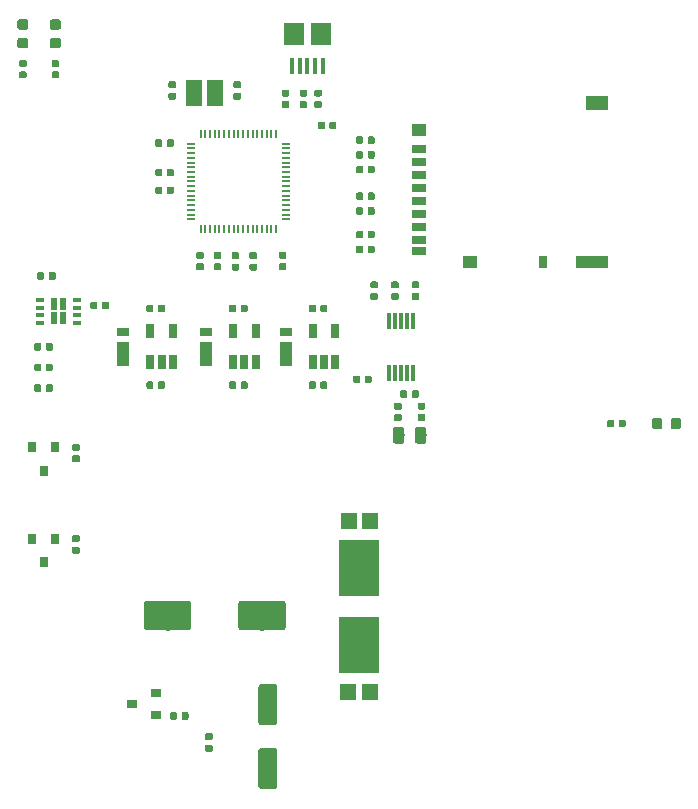
<source format=gtp>
G04 #@! TF.GenerationSoftware,KiCad,Pcbnew,(5.0.2)-1*
G04 #@! TF.CreationDate,2019-10-12T17:33:52+09:00*
G04 #@! TF.ProjectId,PM_Board,504d5f42-6f61-4726-942e-6b696361645f,rev?*
G04 #@! TF.SameCoordinates,Original*
G04 #@! TF.FileFunction,Paste,Top*
G04 #@! TF.FilePolarity,Positive*
%FSLAX46Y46*%
G04 Gerber Fmt 4.6, Leading zero omitted, Abs format (unit mm)*
G04 Created by KiCad (PCBNEW (5.0.2)-1) date 2019/10/12 17:33:52*
%MOMM*%
%LPD*%
G01*
G04 APERTURE LIST*
%ADD10C,0.100000*%
%ADD11C,1.600000*%
%ADD12C,0.590000*%
%ADD13C,2.500000*%
%ADD14C,0.875000*%
%ADD15R,1.390000X1.400000*%
%ADD16R,3.360000X4.860000*%
%ADD17R,1.100000X2.000000*%
%ADD18R,1.100000X0.800000*%
%ADD19R,1.200000X0.700000*%
%ADD20R,1.200000X1.000000*%
%ADD21R,0.800000X1.000000*%
%ADD22R,2.800000X1.000000*%
%ADD23R,1.900000X1.300000*%
%ADD24R,0.400000X1.350000*%
%ADD25R,1.800000X1.900000*%
%ADD26R,0.800000X0.900000*%
%ADD27R,0.900000X0.800000*%
%ADD28C,0.975000*%
%ADD29O,0.800000X0.200000*%
%ADD30O,0.200000X0.800000*%
%ADD31R,0.300000X1.400000*%
%ADD32R,0.650000X0.350000*%
%ADD33R,0.600000X1.000000*%
%ADD34R,0.650000X1.220000*%
%ADD35R,1.350000X2.200000*%
G04 APERTURE END LIST*
D10*
G04 #@! TO.C,C25*
G36*
X150574504Y-132551204D02*
X150598773Y-132554804D01*
X150622571Y-132560765D01*
X150645671Y-132569030D01*
X150667849Y-132579520D01*
X150688893Y-132592133D01*
X150708598Y-132606747D01*
X150726777Y-132623223D01*
X150743253Y-132641402D01*
X150757867Y-132661107D01*
X150770480Y-132682151D01*
X150780970Y-132704329D01*
X150789235Y-132727429D01*
X150795196Y-132751227D01*
X150798796Y-132775496D01*
X150800000Y-132800000D01*
X150800000Y-135800000D01*
X150798796Y-135824504D01*
X150795196Y-135848773D01*
X150789235Y-135872571D01*
X150780970Y-135895671D01*
X150770480Y-135917849D01*
X150757867Y-135938893D01*
X150743253Y-135958598D01*
X150726777Y-135976777D01*
X150708598Y-135993253D01*
X150688893Y-136007867D01*
X150667849Y-136020480D01*
X150645671Y-136030970D01*
X150622571Y-136039235D01*
X150598773Y-136045196D01*
X150574504Y-136048796D01*
X150550000Y-136050000D01*
X149450000Y-136050000D01*
X149425496Y-136048796D01*
X149401227Y-136045196D01*
X149377429Y-136039235D01*
X149354329Y-136030970D01*
X149332151Y-136020480D01*
X149311107Y-136007867D01*
X149291402Y-135993253D01*
X149273223Y-135976777D01*
X149256747Y-135958598D01*
X149242133Y-135938893D01*
X149229520Y-135917849D01*
X149219030Y-135895671D01*
X149210765Y-135872571D01*
X149204804Y-135848773D01*
X149201204Y-135824504D01*
X149200000Y-135800000D01*
X149200000Y-132800000D01*
X149201204Y-132775496D01*
X149204804Y-132751227D01*
X149210765Y-132727429D01*
X149219030Y-132704329D01*
X149229520Y-132682151D01*
X149242133Y-132661107D01*
X149256747Y-132641402D01*
X149273223Y-132623223D01*
X149291402Y-132606747D01*
X149311107Y-132592133D01*
X149332151Y-132579520D01*
X149354329Y-132569030D01*
X149377429Y-132560765D01*
X149401227Y-132554804D01*
X149425496Y-132551204D01*
X149450000Y-132550000D01*
X150550000Y-132550000D01*
X150574504Y-132551204D01*
X150574504Y-132551204D01*
G37*
D11*
X150000000Y-134300000D03*
D10*
G36*
X150574504Y-137951204D02*
X150598773Y-137954804D01*
X150622571Y-137960765D01*
X150645671Y-137969030D01*
X150667849Y-137979520D01*
X150688893Y-137992133D01*
X150708598Y-138006747D01*
X150726777Y-138023223D01*
X150743253Y-138041402D01*
X150757867Y-138061107D01*
X150770480Y-138082151D01*
X150780970Y-138104329D01*
X150789235Y-138127429D01*
X150795196Y-138151227D01*
X150798796Y-138175496D01*
X150800000Y-138200000D01*
X150800000Y-141200000D01*
X150798796Y-141224504D01*
X150795196Y-141248773D01*
X150789235Y-141272571D01*
X150780970Y-141295671D01*
X150770480Y-141317849D01*
X150757867Y-141338893D01*
X150743253Y-141358598D01*
X150726777Y-141376777D01*
X150708598Y-141393253D01*
X150688893Y-141407867D01*
X150667849Y-141420480D01*
X150645671Y-141430970D01*
X150622571Y-141439235D01*
X150598773Y-141445196D01*
X150574504Y-141448796D01*
X150550000Y-141450000D01*
X149450000Y-141450000D01*
X149425496Y-141448796D01*
X149401227Y-141445196D01*
X149377429Y-141439235D01*
X149354329Y-141430970D01*
X149332151Y-141420480D01*
X149311107Y-141407867D01*
X149291402Y-141393253D01*
X149273223Y-141376777D01*
X149256747Y-141358598D01*
X149242133Y-141338893D01*
X149229520Y-141317849D01*
X149219030Y-141295671D01*
X149210765Y-141272571D01*
X149204804Y-141248773D01*
X149201204Y-141224504D01*
X149200000Y-141200000D01*
X149200000Y-138200000D01*
X149201204Y-138175496D01*
X149204804Y-138151227D01*
X149210765Y-138127429D01*
X149219030Y-138104329D01*
X149229520Y-138082151D01*
X149242133Y-138061107D01*
X149256747Y-138041402D01*
X149273223Y-138023223D01*
X149291402Y-138006747D01*
X149311107Y-137992133D01*
X149332151Y-137979520D01*
X149354329Y-137969030D01*
X149377429Y-137960765D01*
X149401227Y-137954804D01*
X149425496Y-137951204D01*
X149450000Y-137950000D01*
X150550000Y-137950000D01*
X150574504Y-137951204D01*
X150574504Y-137951204D01*
G37*
D11*
X150000000Y-139700000D03*
G04 #@! TD*
D10*
G04 #@! TO.C,C1*
G36*
X148936958Y-96955710D02*
X148951276Y-96957834D01*
X148965317Y-96961351D01*
X148978946Y-96966228D01*
X148992031Y-96972417D01*
X149004447Y-96979858D01*
X149016073Y-96988481D01*
X149026798Y-96998202D01*
X149036519Y-97008927D01*
X149045142Y-97020553D01*
X149052583Y-97032969D01*
X149058772Y-97046054D01*
X149063649Y-97059683D01*
X149067166Y-97073724D01*
X149069290Y-97088042D01*
X149070000Y-97102500D01*
X149070000Y-97397500D01*
X149069290Y-97411958D01*
X149067166Y-97426276D01*
X149063649Y-97440317D01*
X149058772Y-97453946D01*
X149052583Y-97467031D01*
X149045142Y-97479447D01*
X149036519Y-97491073D01*
X149026798Y-97501798D01*
X149016073Y-97511519D01*
X149004447Y-97520142D01*
X148992031Y-97527583D01*
X148978946Y-97533772D01*
X148965317Y-97538649D01*
X148951276Y-97542166D01*
X148936958Y-97544290D01*
X148922500Y-97545000D01*
X148577500Y-97545000D01*
X148563042Y-97544290D01*
X148548724Y-97542166D01*
X148534683Y-97538649D01*
X148521054Y-97533772D01*
X148507969Y-97527583D01*
X148495553Y-97520142D01*
X148483927Y-97511519D01*
X148473202Y-97501798D01*
X148463481Y-97491073D01*
X148454858Y-97479447D01*
X148447417Y-97467031D01*
X148441228Y-97453946D01*
X148436351Y-97440317D01*
X148432834Y-97426276D01*
X148430710Y-97411958D01*
X148430000Y-97397500D01*
X148430000Y-97102500D01*
X148430710Y-97088042D01*
X148432834Y-97073724D01*
X148436351Y-97059683D01*
X148441228Y-97046054D01*
X148447417Y-97032969D01*
X148454858Y-97020553D01*
X148463481Y-97008927D01*
X148473202Y-96998202D01*
X148483927Y-96988481D01*
X148495553Y-96979858D01*
X148507969Y-96972417D01*
X148521054Y-96966228D01*
X148534683Y-96961351D01*
X148548724Y-96957834D01*
X148563042Y-96955710D01*
X148577500Y-96955000D01*
X148922500Y-96955000D01*
X148936958Y-96955710D01*
X148936958Y-96955710D01*
G37*
D12*
X148750000Y-97250000D03*
D10*
G36*
X148936958Y-95985710D02*
X148951276Y-95987834D01*
X148965317Y-95991351D01*
X148978946Y-95996228D01*
X148992031Y-96002417D01*
X149004447Y-96009858D01*
X149016073Y-96018481D01*
X149026798Y-96028202D01*
X149036519Y-96038927D01*
X149045142Y-96050553D01*
X149052583Y-96062969D01*
X149058772Y-96076054D01*
X149063649Y-96089683D01*
X149067166Y-96103724D01*
X149069290Y-96118042D01*
X149070000Y-96132500D01*
X149070000Y-96427500D01*
X149069290Y-96441958D01*
X149067166Y-96456276D01*
X149063649Y-96470317D01*
X149058772Y-96483946D01*
X149052583Y-96497031D01*
X149045142Y-96509447D01*
X149036519Y-96521073D01*
X149026798Y-96531798D01*
X149016073Y-96541519D01*
X149004447Y-96550142D01*
X148992031Y-96557583D01*
X148978946Y-96563772D01*
X148965317Y-96568649D01*
X148951276Y-96572166D01*
X148936958Y-96574290D01*
X148922500Y-96575000D01*
X148577500Y-96575000D01*
X148563042Y-96574290D01*
X148548724Y-96572166D01*
X148534683Y-96568649D01*
X148521054Y-96563772D01*
X148507969Y-96557583D01*
X148495553Y-96550142D01*
X148483927Y-96541519D01*
X148473202Y-96531798D01*
X148463481Y-96521073D01*
X148454858Y-96509447D01*
X148447417Y-96497031D01*
X148441228Y-96483946D01*
X148436351Y-96470317D01*
X148432834Y-96456276D01*
X148430710Y-96441958D01*
X148430000Y-96427500D01*
X148430000Y-96132500D01*
X148430710Y-96118042D01*
X148432834Y-96103724D01*
X148436351Y-96089683D01*
X148441228Y-96076054D01*
X148447417Y-96062969D01*
X148454858Y-96050553D01*
X148463481Y-96038927D01*
X148473202Y-96028202D01*
X148483927Y-96018481D01*
X148495553Y-96009858D01*
X148507969Y-96002417D01*
X148521054Y-95996228D01*
X148534683Y-95991351D01*
X148548724Y-95987834D01*
X148563042Y-95985710D01*
X148577500Y-95985000D01*
X148922500Y-95985000D01*
X148936958Y-95985710D01*
X148936958Y-95985710D01*
G37*
D12*
X148750000Y-96280000D03*
G04 #@! TD*
D10*
G04 #@! TO.C,C2*
G36*
X147436958Y-95985710D02*
X147451276Y-95987834D01*
X147465317Y-95991351D01*
X147478946Y-95996228D01*
X147492031Y-96002417D01*
X147504447Y-96009858D01*
X147516073Y-96018481D01*
X147526798Y-96028202D01*
X147536519Y-96038927D01*
X147545142Y-96050553D01*
X147552583Y-96062969D01*
X147558772Y-96076054D01*
X147563649Y-96089683D01*
X147567166Y-96103724D01*
X147569290Y-96118042D01*
X147570000Y-96132500D01*
X147570000Y-96427500D01*
X147569290Y-96441958D01*
X147567166Y-96456276D01*
X147563649Y-96470317D01*
X147558772Y-96483946D01*
X147552583Y-96497031D01*
X147545142Y-96509447D01*
X147536519Y-96521073D01*
X147526798Y-96531798D01*
X147516073Y-96541519D01*
X147504447Y-96550142D01*
X147492031Y-96557583D01*
X147478946Y-96563772D01*
X147465317Y-96568649D01*
X147451276Y-96572166D01*
X147436958Y-96574290D01*
X147422500Y-96575000D01*
X147077500Y-96575000D01*
X147063042Y-96574290D01*
X147048724Y-96572166D01*
X147034683Y-96568649D01*
X147021054Y-96563772D01*
X147007969Y-96557583D01*
X146995553Y-96550142D01*
X146983927Y-96541519D01*
X146973202Y-96531798D01*
X146963481Y-96521073D01*
X146954858Y-96509447D01*
X146947417Y-96497031D01*
X146941228Y-96483946D01*
X146936351Y-96470317D01*
X146932834Y-96456276D01*
X146930710Y-96441958D01*
X146930000Y-96427500D01*
X146930000Y-96132500D01*
X146930710Y-96118042D01*
X146932834Y-96103724D01*
X146936351Y-96089683D01*
X146941228Y-96076054D01*
X146947417Y-96062969D01*
X146954858Y-96050553D01*
X146963481Y-96038927D01*
X146973202Y-96028202D01*
X146983927Y-96018481D01*
X146995553Y-96009858D01*
X147007969Y-96002417D01*
X147021054Y-95996228D01*
X147034683Y-95991351D01*
X147048724Y-95987834D01*
X147063042Y-95985710D01*
X147077500Y-95985000D01*
X147422500Y-95985000D01*
X147436958Y-95985710D01*
X147436958Y-95985710D01*
G37*
D12*
X147250000Y-96280000D03*
D10*
G36*
X147436958Y-96955710D02*
X147451276Y-96957834D01*
X147465317Y-96961351D01*
X147478946Y-96966228D01*
X147492031Y-96972417D01*
X147504447Y-96979858D01*
X147516073Y-96988481D01*
X147526798Y-96998202D01*
X147536519Y-97008927D01*
X147545142Y-97020553D01*
X147552583Y-97032969D01*
X147558772Y-97046054D01*
X147563649Y-97059683D01*
X147567166Y-97073724D01*
X147569290Y-97088042D01*
X147570000Y-97102500D01*
X147570000Y-97397500D01*
X147569290Y-97411958D01*
X147567166Y-97426276D01*
X147563649Y-97440317D01*
X147558772Y-97453946D01*
X147552583Y-97467031D01*
X147545142Y-97479447D01*
X147536519Y-97491073D01*
X147526798Y-97501798D01*
X147516073Y-97511519D01*
X147504447Y-97520142D01*
X147492031Y-97527583D01*
X147478946Y-97533772D01*
X147465317Y-97538649D01*
X147451276Y-97542166D01*
X147436958Y-97544290D01*
X147422500Y-97545000D01*
X147077500Y-97545000D01*
X147063042Y-97544290D01*
X147048724Y-97542166D01*
X147034683Y-97538649D01*
X147021054Y-97533772D01*
X147007969Y-97527583D01*
X146995553Y-97520142D01*
X146983927Y-97511519D01*
X146973202Y-97501798D01*
X146963481Y-97491073D01*
X146954858Y-97479447D01*
X146947417Y-97467031D01*
X146941228Y-97453946D01*
X146936351Y-97440317D01*
X146932834Y-97426276D01*
X146930710Y-97411958D01*
X146930000Y-97397500D01*
X146930000Y-97102500D01*
X146930710Y-97088042D01*
X146932834Y-97073724D01*
X146936351Y-97059683D01*
X146941228Y-97046054D01*
X146947417Y-97032969D01*
X146954858Y-97020553D01*
X146963481Y-97008927D01*
X146973202Y-96998202D01*
X146983927Y-96988481D01*
X146995553Y-96979858D01*
X147007969Y-96972417D01*
X147021054Y-96966228D01*
X147034683Y-96961351D01*
X147048724Y-96957834D01*
X147063042Y-96955710D01*
X147077500Y-96955000D01*
X147422500Y-96955000D01*
X147436958Y-96955710D01*
X147436958Y-96955710D01*
G37*
D12*
X147250000Y-97250000D03*
G04 #@! TD*
D10*
G04 #@! TO.C,C3*
G36*
X151686958Y-82220710D02*
X151701276Y-82222834D01*
X151715317Y-82226351D01*
X151728946Y-82231228D01*
X151742031Y-82237417D01*
X151754447Y-82244858D01*
X151766073Y-82253481D01*
X151776798Y-82263202D01*
X151786519Y-82273927D01*
X151795142Y-82285553D01*
X151802583Y-82297969D01*
X151808772Y-82311054D01*
X151813649Y-82324683D01*
X151817166Y-82338724D01*
X151819290Y-82353042D01*
X151820000Y-82367500D01*
X151820000Y-82662500D01*
X151819290Y-82676958D01*
X151817166Y-82691276D01*
X151813649Y-82705317D01*
X151808772Y-82718946D01*
X151802583Y-82732031D01*
X151795142Y-82744447D01*
X151786519Y-82756073D01*
X151776798Y-82766798D01*
X151766073Y-82776519D01*
X151754447Y-82785142D01*
X151742031Y-82792583D01*
X151728946Y-82798772D01*
X151715317Y-82803649D01*
X151701276Y-82807166D01*
X151686958Y-82809290D01*
X151672500Y-82810000D01*
X151327500Y-82810000D01*
X151313042Y-82809290D01*
X151298724Y-82807166D01*
X151284683Y-82803649D01*
X151271054Y-82798772D01*
X151257969Y-82792583D01*
X151245553Y-82785142D01*
X151233927Y-82776519D01*
X151223202Y-82766798D01*
X151213481Y-82756073D01*
X151204858Y-82744447D01*
X151197417Y-82732031D01*
X151191228Y-82718946D01*
X151186351Y-82705317D01*
X151182834Y-82691276D01*
X151180710Y-82676958D01*
X151180000Y-82662500D01*
X151180000Y-82367500D01*
X151180710Y-82353042D01*
X151182834Y-82338724D01*
X151186351Y-82324683D01*
X151191228Y-82311054D01*
X151197417Y-82297969D01*
X151204858Y-82285553D01*
X151213481Y-82273927D01*
X151223202Y-82263202D01*
X151233927Y-82253481D01*
X151245553Y-82244858D01*
X151257969Y-82237417D01*
X151271054Y-82231228D01*
X151284683Y-82226351D01*
X151298724Y-82222834D01*
X151313042Y-82220710D01*
X151327500Y-82220000D01*
X151672500Y-82220000D01*
X151686958Y-82220710D01*
X151686958Y-82220710D01*
G37*
D12*
X151500000Y-82515000D03*
D10*
G36*
X151686958Y-83190710D02*
X151701276Y-83192834D01*
X151715317Y-83196351D01*
X151728946Y-83201228D01*
X151742031Y-83207417D01*
X151754447Y-83214858D01*
X151766073Y-83223481D01*
X151776798Y-83233202D01*
X151786519Y-83243927D01*
X151795142Y-83255553D01*
X151802583Y-83267969D01*
X151808772Y-83281054D01*
X151813649Y-83294683D01*
X151817166Y-83308724D01*
X151819290Y-83323042D01*
X151820000Y-83337500D01*
X151820000Y-83632500D01*
X151819290Y-83646958D01*
X151817166Y-83661276D01*
X151813649Y-83675317D01*
X151808772Y-83688946D01*
X151802583Y-83702031D01*
X151795142Y-83714447D01*
X151786519Y-83726073D01*
X151776798Y-83736798D01*
X151766073Y-83746519D01*
X151754447Y-83755142D01*
X151742031Y-83762583D01*
X151728946Y-83768772D01*
X151715317Y-83773649D01*
X151701276Y-83777166D01*
X151686958Y-83779290D01*
X151672500Y-83780000D01*
X151327500Y-83780000D01*
X151313042Y-83779290D01*
X151298724Y-83777166D01*
X151284683Y-83773649D01*
X151271054Y-83768772D01*
X151257969Y-83762583D01*
X151245553Y-83755142D01*
X151233927Y-83746519D01*
X151223202Y-83736798D01*
X151213481Y-83726073D01*
X151204858Y-83714447D01*
X151197417Y-83702031D01*
X151191228Y-83688946D01*
X151186351Y-83675317D01*
X151182834Y-83661276D01*
X151180710Y-83646958D01*
X151180000Y-83632500D01*
X151180000Y-83337500D01*
X151180710Y-83323042D01*
X151182834Y-83308724D01*
X151186351Y-83294683D01*
X151191228Y-83281054D01*
X151197417Y-83267969D01*
X151204858Y-83255553D01*
X151213481Y-83243927D01*
X151223202Y-83233202D01*
X151233927Y-83223481D01*
X151245553Y-83214858D01*
X151257969Y-83207417D01*
X151271054Y-83201228D01*
X151284683Y-83196351D01*
X151298724Y-83192834D01*
X151313042Y-83190710D01*
X151327500Y-83190000D01*
X151672500Y-83190000D01*
X151686958Y-83190710D01*
X151686958Y-83190710D01*
G37*
D12*
X151500000Y-83485000D03*
G04 #@! TD*
D10*
G04 #@! TO.C,C4*
G36*
X141896958Y-86430710D02*
X141911276Y-86432834D01*
X141925317Y-86436351D01*
X141938946Y-86441228D01*
X141952031Y-86447417D01*
X141964447Y-86454858D01*
X141976073Y-86463481D01*
X141986798Y-86473202D01*
X141996519Y-86483927D01*
X142005142Y-86495553D01*
X142012583Y-86507969D01*
X142018772Y-86521054D01*
X142023649Y-86534683D01*
X142027166Y-86548724D01*
X142029290Y-86563042D01*
X142030000Y-86577500D01*
X142030000Y-86922500D01*
X142029290Y-86936958D01*
X142027166Y-86951276D01*
X142023649Y-86965317D01*
X142018772Y-86978946D01*
X142012583Y-86992031D01*
X142005142Y-87004447D01*
X141996519Y-87016073D01*
X141986798Y-87026798D01*
X141976073Y-87036519D01*
X141964447Y-87045142D01*
X141952031Y-87052583D01*
X141938946Y-87058772D01*
X141925317Y-87063649D01*
X141911276Y-87067166D01*
X141896958Y-87069290D01*
X141882500Y-87070000D01*
X141587500Y-87070000D01*
X141573042Y-87069290D01*
X141558724Y-87067166D01*
X141544683Y-87063649D01*
X141531054Y-87058772D01*
X141517969Y-87052583D01*
X141505553Y-87045142D01*
X141493927Y-87036519D01*
X141483202Y-87026798D01*
X141473481Y-87016073D01*
X141464858Y-87004447D01*
X141457417Y-86992031D01*
X141451228Y-86978946D01*
X141446351Y-86965317D01*
X141442834Y-86951276D01*
X141440710Y-86936958D01*
X141440000Y-86922500D01*
X141440000Y-86577500D01*
X141440710Y-86563042D01*
X141442834Y-86548724D01*
X141446351Y-86534683D01*
X141451228Y-86521054D01*
X141457417Y-86507969D01*
X141464858Y-86495553D01*
X141473481Y-86483927D01*
X141483202Y-86473202D01*
X141493927Y-86463481D01*
X141505553Y-86454858D01*
X141517969Y-86447417D01*
X141531054Y-86441228D01*
X141544683Y-86436351D01*
X141558724Y-86432834D01*
X141573042Y-86430710D01*
X141587500Y-86430000D01*
X141882500Y-86430000D01*
X141896958Y-86430710D01*
X141896958Y-86430710D01*
G37*
D12*
X141735000Y-86750000D03*
D10*
G36*
X140926958Y-86430710D02*
X140941276Y-86432834D01*
X140955317Y-86436351D01*
X140968946Y-86441228D01*
X140982031Y-86447417D01*
X140994447Y-86454858D01*
X141006073Y-86463481D01*
X141016798Y-86473202D01*
X141026519Y-86483927D01*
X141035142Y-86495553D01*
X141042583Y-86507969D01*
X141048772Y-86521054D01*
X141053649Y-86534683D01*
X141057166Y-86548724D01*
X141059290Y-86563042D01*
X141060000Y-86577500D01*
X141060000Y-86922500D01*
X141059290Y-86936958D01*
X141057166Y-86951276D01*
X141053649Y-86965317D01*
X141048772Y-86978946D01*
X141042583Y-86992031D01*
X141035142Y-87004447D01*
X141026519Y-87016073D01*
X141016798Y-87026798D01*
X141006073Y-87036519D01*
X140994447Y-87045142D01*
X140982031Y-87052583D01*
X140968946Y-87058772D01*
X140955317Y-87063649D01*
X140941276Y-87067166D01*
X140926958Y-87069290D01*
X140912500Y-87070000D01*
X140617500Y-87070000D01*
X140603042Y-87069290D01*
X140588724Y-87067166D01*
X140574683Y-87063649D01*
X140561054Y-87058772D01*
X140547969Y-87052583D01*
X140535553Y-87045142D01*
X140523927Y-87036519D01*
X140513202Y-87026798D01*
X140503481Y-87016073D01*
X140494858Y-87004447D01*
X140487417Y-86992031D01*
X140481228Y-86978946D01*
X140476351Y-86965317D01*
X140472834Y-86951276D01*
X140470710Y-86936958D01*
X140470000Y-86922500D01*
X140470000Y-86577500D01*
X140470710Y-86563042D01*
X140472834Y-86548724D01*
X140476351Y-86534683D01*
X140481228Y-86521054D01*
X140487417Y-86507969D01*
X140494858Y-86495553D01*
X140503481Y-86483927D01*
X140513202Y-86473202D01*
X140523927Y-86463481D01*
X140535553Y-86454858D01*
X140547969Y-86447417D01*
X140561054Y-86441228D01*
X140574683Y-86436351D01*
X140588724Y-86432834D01*
X140603042Y-86430710D01*
X140617500Y-86430000D01*
X140912500Y-86430000D01*
X140926958Y-86430710D01*
X140926958Y-86430710D01*
G37*
D12*
X140765000Y-86750000D03*
G04 #@! TD*
D10*
G04 #@! TO.C,C5*
G36*
X151436958Y-96925710D02*
X151451276Y-96927834D01*
X151465317Y-96931351D01*
X151478946Y-96936228D01*
X151492031Y-96942417D01*
X151504447Y-96949858D01*
X151516073Y-96958481D01*
X151526798Y-96968202D01*
X151536519Y-96978927D01*
X151545142Y-96990553D01*
X151552583Y-97002969D01*
X151558772Y-97016054D01*
X151563649Y-97029683D01*
X151567166Y-97043724D01*
X151569290Y-97058042D01*
X151570000Y-97072500D01*
X151570000Y-97367500D01*
X151569290Y-97381958D01*
X151567166Y-97396276D01*
X151563649Y-97410317D01*
X151558772Y-97423946D01*
X151552583Y-97437031D01*
X151545142Y-97449447D01*
X151536519Y-97461073D01*
X151526798Y-97471798D01*
X151516073Y-97481519D01*
X151504447Y-97490142D01*
X151492031Y-97497583D01*
X151478946Y-97503772D01*
X151465317Y-97508649D01*
X151451276Y-97512166D01*
X151436958Y-97514290D01*
X151422500Y-97515000D01*
X151077500Y-97515000D01*
X151063042Y-97514290D01*
X151048724Y-97512166D01*
X151034683Y-97508649D01*
X151021054Y-97503772D01*
X151007969Y-97497583D01*
X150995553Y-97490142D01*
X150983927Y-97481519D01*
X150973202Y-97471798D01*
X150963481Y-97461073D01*
X150954858Y-97449447D01*
X150947417Y-97437031D01*
X150941228Y-97423946D01*
X150936351Y-97410317D01*
X150932834Y-97396276D01*
X150930710Y-97381958D01*
X150930000Y-97367500D01*
X150930000Y-97072500D01*
X150930710Y-97058042D01*
X150932834Y-97043724D01*
X150936351Y-97029683D01*
X150941228Y-97016054D01*
X150947417Y-97002969D01*
X150954858Y-96990553D01*
X150963481Y-96978927D01*
X150973202Y-96968202D01*
X150983927Y-96958481D01*
X150995553Y-96949858D01*
X151007969Y-96942417D01*
X151021054Y-96936228D01*
X151034683Y-96931351D01*
X151048724Y-96927834D01*
X151063042Y-96925710D01*
X151077500Y-96925000D01*
X151422500Y-96925000D01*
X151436958Y-96925710D01*
X151436958Y-96925710D01*
G37*
D12*
X151250000Y-97220000D03*
D10*
G36*
X151436958Y-95955710D02*
X151451276Y-95957834D01*
X151465317Y-95961351D01*
X151478946Y-95966228D01*
X151492031Y-95972417D01*
X151504447Y-95979858D01*
X151516073Y-95988481D01*
X151526798Y-95998202D01*
X151536519Y-96008927D01*
X151545142Y-96020553D01*
X151552583Y-96032969D01*
X151558772Y-96046054D01*
X151563649Y-96059683D01*
X151567166Y-96073724D01*
X151569290Y-96088042D01*
X151570000Y-96102500D01*
X151570000Y-96397500D01*
X151569290Y-96411958D01*
X151567166Y-96426276D01*
X151563649Y-96440317D01*
X151558772Y-96453946D01*
X151552583Y-96467031D01*
X151545142Y-96479447D01*
X151536519Y-96491073D01*
X151526798Y-96501798D01*
X151516073Y-96511519D01*
X151504447Y-96520142D01*
X151492031Y-96527583D01*
X151478946Y-96533772D01*
X151465317Y-96538649D01*
X151451276Y-96542166D01*
X151436958Y-96544290D01*
X151422500Y-96545000D01*
X151077500Y-96545000D01*
X151063042Y-96544290D01*
X151048724Y-96542166D01*
X151034683Y-96538649D01*
X151021054Y-96533772D01*
X151007969Y-96527583D01*
X150995553Y-96520142D01*
X150983927Y-96511519D01*
X150973202Y-96501798D01*
X150963481Y-96491073D01*
X150954858Y-96479447D01*
X150947417Y-96467031D01*
X150941228Y-96453946D01*
X150936351Y-96440317D01*
X150932834Y-96426276D01*
X150930710Y-96411958D01*
X150930000Y-96397500D01*
X150930000Y-96102500D01*
X150930710Y-96088042D01*
X150932834Y-96073724D01*
X150936351Y-96059683D01*
X150941228Y-96046054D01*
X150947417Y-96032969D01*
X150954858Y-96020553D01*
X150963481Y-96008927D01*
X150973202Y-95998202D01*
X150983927Y-95988481D01*
X150995553Y-95979858D01*
X151007969Y-95972417D01*
X151021054Y-95966228D01*
X151034683Y-95961351D01*
X151048724Y-95957834D01*
X151063042Y-95955710D01*
X151077500Y-95955000D01*
X151422500Y-95955000D01*
X151436958Y-95955710D01*
X151436958Y-95955710D01*
G37*
D12*
X151250000Y-96250000D03*
G04 #@! TD*
D10*
G04 #@! TO.C,C6*
G36*
X154691958Y-84930710D02*
X154706276Y-84932834D01*
X154720317Y-84936351D01*
X154733946Y-84941228D01*
X154747031Y-84947417D01*
X154759447Y-84954858D01*
X154771073Y-84963481D01*
X154781798Y-84973202D01*
X154791519Y-84983927D01*
X154800142Y-84995553D01*
X154807583Y-85007969D01*
X154813772Y-85021054D01*
X154818649Y-85034683D01*
X154822166Y-85048724D01*
X154824290Y-85063042D01*
X154825000Y-85077500D01*
X154825000Y-85422500D01*
X154824290Y-85436958D01*
X154822166Y-85451276D01*
X154818649Y-85465317D01*
X154813772Y-85478946D01*
X154807583Y-85492031D01*
X154800142Y-85504447D01*
X154791519Y-85516073D01*
X154781798Y-85526798D01*
X154771073Y-85536519D01*
X154759447Y-85545142D01*
X154747031Y-85552583D01*
X154733946Y-85558772D01*
X154720317Y-85563649D01*
X154706276Y-85567166D01*
X154691958Y-85569290D01*
X154677500Y-85570000D01*
X154382500Y-85570000D01*
X154368042Y-85569290D01*
X154353724Y-85567166D01*
X154339683Y-85563649D01*
X154326054Y-85558772D01*
X154312969Y-85552583D01*
X154300553Y-85545142D01*
X154288927Y-85536519D01*
X154278202Y-85526798D01*
X154268481Y-85516073D01*
X154259858Y-85504447D01*
X154252417Y-85492031D01*
X154246228Y-85478946D01*
X154241351Y-85465317D01*
X154237834Y-85451276D01*
X154235710Y-85436958D01*
X154235000Y-85422500D01*
X154235000Y-85077500D01*
X154235710Y-85063042D01*
X154237834Y-85048724D01*
X154241351Y-85034683D01*
X154246228Y-85021054D01*
X154252417Y-85007969D01*
X154259858Y-84995553D01*
X154268481Y-84983927D01*
X154278202Y-84973202D01*
X154288927Y-84963481D01*
X154300553Y-84954858D01*
X154312969Y-84947417D01*
X154326054Y-84941228D01*
X154339683Y-84936351D01*
X154353724Y-84932834D01*
X154368042Y-84930710D01*
X154382500Y-84930000D01*
X154677500Y-84930000D01*
X154691958Y-84930710D01*
X154691958Y-84930710D01*
G37*
D12*
X154530000Y-85250000D03*
D10*
G36*
X155661958Y-84930710D02*
X155676276Y-84932834D01*
X155690317Y-84936351D01*
X155703946Y-84941228D01*
X155717031Y-84947417D01*
X155729447Y-84954858D01*
X155741073Y-84963481D01*
X155751798Y-84973202D01*
X155761519Y-84983927D01*
X155770142Y-84995553D01*
X155777583Y-85007969D01*
X155783772Y-85021054D01*
X155788649Y-85034683D01*
X155792166Y-85048724D01*
X155794290Y-85063042D01*
X155795000Y-85077500D01*
X155795000Y-85422500D01*
X155794290Y-85436958D01*
X155792166Y-85451276D01*
X155788649Y-85465317D01*
X155783772Y-85478946D01*
X155777583Y-85492031D01*
X155770142Y-85504447D01*
X155761519Y-85516073D01*
X155751798Y-85526798D01*
X155741073Y-85536519D01*
X155729447Y-85545142D01*
X155717031Y-85552583D01*
X155703946Y-85558772D01*
X155690317Y-85563649D01*
X155676276Y-85567166D01*
X155661958Y-85569290D01*
X155647500Y-85570000D01*
X155352500Y-85570000D01*
X155338042Y-85569290D01*
X155323724Y-85567166D01*
X155309683Y-85563649D01*
X155296054Y-85558772D01*
X155282969Y-85552583D01*
X155270553Y-85545142D01*
X155258927Y-85536519D01*
X155248202Y-85526798D01*
X155238481Y-85516073D01*
X155229858Y-85504447D01*
X155222417Y-85492031D01*
X155216228Y-85478946D01*
X155211351Y-85465317D01*
X155207834Y-85451276D01*
X155205710Y-85436958D01*
X155205000Y-85422500D01*
X155205000Y-85077500D01*
X155205710Y-85063042D01*
X155207834Y-85048724D01*
X155211351Y-85034683D01*
X155216228Y-85021054D01*
X155222417Y-85007969D01*
X155229858Y-84995553D01*
X155238481Y-84983927D01*
X155248202Y-84973202D01*
X155258927Y-84963481D01*
X155270553Y-84954858D01*
X155282969Y-84947417D01*
X155296054Y-84941228D01*
X155309683Y-84936351D01*
X155323724Y-84932834D01*
X155338042Y-84930710D01*
X155352500Y-84930000D01*
X155647500Y-84930000D01*
X155661958Y-84930710D01*
X155661958Y-84930710D01*
G37*
D12*
X155500000Y-85250000D03*
G04 #@! TD*
D10*
G04 #@! TO.C,C7*
G36*
X144436958Y-96940710D02*
X144451276Y-96942834D01*
X144465317Y-96946351D01*
X144478946Y-96951228D01*
X144492031Y-96957417D01*
X144504447Y-96964858D01*
X144516073Y-96973481D01*
X144526798Y-96983202D01*
X144536519Y-96993927D01*
X144545142Y-97005553D01*
X144552583Y-97017969D01*
X144558772Y-97031054D01*
X144563649Y-97044683D01*
X144567166Y-97058724D01*
X144569290Y-97073042D01*
X144570000Y-97087500D01*
X144570000Y-97382500D01*
X144569290Y-97396958D01*
X144567166Y-97411276D01*
X144563649Y-97425317D01*
X144558772Y-97438946D01*
X144552583Y-97452031D01*
X144545142Y-97464447D01*
X144536519Y-97476073D01*
X144526798Y-97486798D01*
X144516073Y-97496519D01*
X144504447Y-97505142D01*
X144492031Y-97512583D01*
X144478946Y-97518772D01*
X144465317Y-97523649D01*
X144451276Y-97527166D01*
X144436958Y-97529290D01*
X144422500Y-97530000D01*
X144077500Y-97530000D01*
X144063042Y-97529290D01*
X144048724Y-97527166D01*
X144034683Y-97523649D01*
X144021054Y-97518772D01*
X144007969Y-97512583D01*
X143995553Y-97505142D01*
X143983927Y-97496519D01*
X143973202Y-97486798D01*
X143963481Y-97476073D01*
X143954858Y-97464447D01*
X143947417Y-97452031D01*
X143941228Y-97438946D01*
X143936351Y-97425317D01*
X143932834Y-97411276D01*
X143930710Y-97396958D01*
X143930000Y-97382500D01*
X143930000Y-97087500D01*
X143930710Y-97073042D01*
X143932834Y-97058724D01*
X143936351Y-97044683D01*
X143941228Y-97031054D01*
X143947417Y-97017969D01*
X143954858Y-97005553D01*
X143963481Y-96993927D01*
X143973202Y-96983202D01*
X143983927Y-96973481D01*
X143995553Y-96964858D01*
X144007969Y-96957417D01*
X144021054Y-96951228D01*
X144034683Y-96946351D01*
X144048724Y-96942834D01*
X144063042Y-96940710D01*
X144077500Y-96940000D01*
X144422500Y-96940000D01*
X144436958Y-96940710D01*
X144436958Y-96940710D01*
G37*
D12*
X144250000Y-97235000D03*
D10*
G36*
X144436958Y-95970710D02*
X144451276Y-95972834D01*
X144465317Y-95976351D01*
X144478946Y-95981228D01*
X144492031Y-95987417D01*
X144504447Y-95994858D01*
X144516073Y-96003481D01*
X144526798Y-96013202D01*
X144536519Y-96023927D01*
X144545142Y-96035553D01*
X144552583Y-96047969D01*
X144558772Y-96061054D01*
X144563649Y-96074683D01*
X144567166Y-96088724D01*
X144569290Y-96103042D01*
X144570000Y-96117500D01*
X144570000Y-96412500D01*
X144569290Y-96426958D01*
X144567166Y-96441276D01*
X144563649Y-96455317D01*
X144558772Y-96468946D01*
X144552583Y-96482031D01*
X144545142Y-96494447D01*
X144536519Y-96506073D01*
X144526798Y-96516798D01*
X144516073Y-96526519D01*
X144504447Y-96535142D01*
X144492031Y-96542583D01*
X144478946Y-96548772D01*
X144465317Y-96553649D01*
X144451276Y-96557166D01*
X144436958Y-96559290D01*
X144422500Y-96560000D01*
X144077500Y-96560000D01*
X144063042Y-96559290D01*
X144048724Y-96557166D01*
X144034683Y-96553649D01*
X144021054Y-96548772D01*
X144007969Y-96542583D01*
X143995553Y-96535142D01*
X143983927Y-96526519D01*
X143973202Y-96516798D01*
X143963481Y-96506073D01*
X143954858Y-96494447D01*
X143947417Y-96482031D01*
X143941228Y-96468946D01*
X143936351Y-96455317D01*
X143932834Y-96441276D01*
X143930710Y-96426958D01*
X143930000Y-96412500D01*
X143930000Y-96117500D01*
X143930710Y-96103042D01*
X143932834Y-96088724D01*
X143936351Y-96074683D01*
X143941228Y-96061054D01*
X143947417Y-96047969D01*
X143954858Y-96035553D01*
X143963481Y-96023927D01*
X143973202Y-96013202D01*
X143983927Y-96003481D01*
X143995553Y-95994858D01*
X144007969Y-95987417D01*
X144021054Y-95981228D01*
X144034683Y-95976351D01*
X144048724Y-95972834D01*
X144063042Y-95970710D01*
X144077500Y-95970000D01*
X144422500Y-95970000D01*
X144436958Y-95970710D01*
X144436958Y-95970710D01*
G37*
D12*
X144250000Y-96265000D03*
G04 #@! TD*
D10*
G04 #@! TO.C,C8*
G36*
X140926958Y-90430710D02*
X140941276Y-90432834D01*
X140955317Y-90436351D01*
X140968946Y-90441228D01*
X140982031Y-90447417D01*
X140994447Y-90454858D01*
X141006073Y-90463481D01*
X141016798Y-90473202D01*
X141026519Y-90483927D01*
X141035142Y-90495553D01*
X141042583Y-90507969D01*
X141048772Y-90521054D01*
X141053649Y-90534683D01*
X141057166Y-90548724D01*
X141059290Y-90563042D01*
X141060000Y-90577500D01*
X141060000Y-90922500D01*
X141059290Y-90936958D01*
X141057166Y-90951276D01*
X141053649Y-90965317D01*
X141048772Y-90978946D01*
X141042583Y-90992031D01*
X141035142Y-91004447D01*
X141026519Y-91016073D01*
X141016798Y-91026798D01*
X141006073Y-91036519D01*
X140994447Y-91045142D01*
X140982031Y-91052583D01*
X140968946Y-91058772D01*
X140955317Y-91063649D01*
X140941276Y-91067166D01*
X140926958Y-91069290D01*
X140912500Y-91070000D01*
X140617500Y-91070000D01*
X140603042Y-91069290D01*
X140588724Y-91067166D01*
X140574683Y-91063649D01*
X140561054Y-91058772D01*
X140547969Y-91052583D01*
X140535553Y-91045142D01*
X140523927Y-91036519D01*
X140513202Y-91026798D01*
X140503481Y-91016073D01*
X140494858Y-91004447D01*
X140487417Y-90992031D01*
X140481228Y-90978946D01*
X140476351Y-90965317D01*
X140472834Y-90951276D01*
X140470710Y-90936958D01*
X140470000Y-90922500D01*
X140470000Y-90577500D01*
X140470710Y-90563042D01*
X140472834Y-90548724D01*
X140476351Y-90534683D01*
X140481228Y-90521054D01*
X140487417Y-90507969D01*
X140494858Y-90495553D01*
X140503481Y-90483927D01*
X140513202Y-90473202D01*
X140523927Y-90463481D01*
X140535553Y-90454858D01*
X140547969Y-90447417D01*
X140561054Y-90441228D01*
X140574683Y-90436351D01*
X140588724Y-90432834D01*
X140603042Y-90430710D01*
X140617500Y-90430000D01*
X140912500Y-90430000D01*
X140926958Y-90430710D01*
X140926958Y-90430710D01*
G37*
D12*
X140765000Y-90750000D03*
D10*
G36*
X141896958Y-90430710D02*
X141911276Y-90432834D01*
X141925317Y-90436351D01*
X141938946Y-90441228D01*
X141952031Y-90447417D01*
X141964447Y-90454858D01*
X141976073Y-90463481D01*
X141986798Y-90473202D01*
X141996519Y-90483927D01*
X142005142Y-90495553D01*
X142012583Y-90507969D01*
X142018772Y-90521054D01*
X142023649Y-90534683D01*
X142027166Y-90548724D01*
X142029290Y-90563042D01*
X142030000Y-90577500D01*
X142030000Y-90922500D01*
X142029290Y-90936958D01*
X142027166Y-90951276D01*
X142023649Y-90965317D01*
X142018772Y-90978946D01*
X142012583Y-90992031D01*
X142005142Y-91004447D01*
X141996519Y-91016073D01*
X141986798Y-91026798D01*
X141976073Y-91036519D01*
X141964447Y-91045142D01*
X141952031Y-91052583D01*
X141938946Y-91058772D01*
X141925317Y-91063649D01*
X141911276Y-91067166D01*
X141896958Y-91069290D01*
X141882500Y-91070000D01*
X141587500Y-91070000D01*
X141573042Y-91069290D01*
X141558724Y-91067166D01*
X141544683Y-91063649D01*
X141531054Y-91058772D01*
X141517969Y-91052583D01*
X141505553Y-91045142D01*
X141493927Y-91036519D01*
X141483202Y-91026798D01*
X141473481Y-91016073D01*
X141464858Y-91004447D01*
X141457417Y-90992031D01*
X141451228Y-90978946D01*
X141446351Y-90965317D01*
X141442834Y-90951276D01*
X141440710Y-90936958D01*
X141440000Y-90922500D01*
X141440000Y-90577500D01*
X141440710Y-90563042D01*
X141442834Y-90548724D01*
X141446351Y-90534683D01*
X141451228Y-90521054D01*
X141457417Y-90507969D01*
X141464858Y-90495553D01*
X141473481Y-90483927D01*
X141483202Y-90473202D01*
X141493927Y-90463481D01*
X141505553Y-90454858D01*
X141517969Y-90447417D01*
X141531054Y-90441228D01*
X141544683Y-90436351D01*
X141558724Y-90432834D01*
X141573042Y-90430710D01*
X141587500Y-90430000D01*
X141882500Y-90430000D01*
X141896958Y-90430710D01*
X141896958Y-90430710D01*
G37*
D12*
X141735000Y-90750000D03*
G04 #@! TD*
D10*
G04 #@! TO.C,C9*
G36*
X145936958Y-96940710D02*
X145951276Y-96942834D01*
X145965317Y-96946351D01*
X145978946Y-96951228D01*
X145992031Y-96957417D01*
X146004447Y-96964858D01*
X146016073Y-96973481D01*
X146026798Y-96983202D01*
X146036519Y-96993927D01*
X146045142Y-97005553D01*
X146052583Y-97017969D01*
X146058772Y-97031054D01*
X146063649Y-97044683D01*
X146067166Y-97058724D01*
X146069290Y-97073042D01*
X146070000Y-97087500D01*
X146070000Y-97382500D01*
X146069290Y-97396958D01*
X146067166Y-97411276D01*
X146063649Y-97425317D01*
X146058772Y-97438946D01*
X146052583Y-97452031D01*
X146045142Y-97464447D01*
X146036519Y-97476073D01*
X146026798Y-97486798D01*
X146016073Y-97496519D01*
X146004447Y-97505142D01*
X145992031Y-97512583D01*
X145978946Y-97518772D01*
X145965317Y-97523649D01*
X145951276Y-97527166D01*
X145936958Y-97529290D01*
X145922500Y-97530000D01*
X145577500Y-97530000D01*
X145563042Y-97529290D01*
X145548724Y-97527166D01*
X145534683Y-97523649D01*
X145521054Y-97518772D01*
X145507969Y-97512583D01*
X145495553Y-97505142D01*
X145483927Y-97496519D01*
X145473202Y-97486798D01*
X145463481Y-97476073D01*
X145454858Y-97464447D01*
X145447417Y-97452031D01*
X145441228Y-97438946D01*
X145436351Y-97425317D01*
X145432834Y-97411276D01*
X145430710Y-97396958D01*
X145430000Y-97382500D01*
X145430000Y-97087500D01*
X145430710Y-97073042D01*
X145432834Y-97058724D01*
X145436351Y-97044683D01*
X145441228Y-97031054D01*
X145447417Y-97017969D01*
X145454858Y-97005553D01*
X145463481Y-96993927D01*
X145473202Y-96983202D01*
X145483927Y-96973481D01*
X145495553Y-96964858D01*
X145507969Y-96957417D01*
X145521054Y-96951228D01*
X145534683Y-96946351D01*
X145548724Y-96942834D01*
X145563042Y-96940710D01*
X145577500Y-96940000D01*
X145922500Y-96940000D01*
X145936958Y-96940710D01*
X145936958Y-96940710D01*
G37*
D12*
X145750000Y-97235000D03*
D10*
G36*
X145936958Y-95970710D02*
X145951276Y-95972834D01*
X145965317Y-95976351D01*
X145978946Y-95981228D01*
X145992031Y-95987417D01*
X146004447Y-95994858D01*
X146016073Y-96003481D01*
X146026798Y-96013202D01*
X146036519Y-96023927D01*
X146045142Y-96035553D01*
X146052583Y-96047969D01*
X146058772Y-96061054D01*
X146063649Y-96074683D01*
X146067166Y-96088724D01*
X146069290Y-96103042D01*
X146070000Y-96117500D01*
X146070000Y-96412500D01*
X146069290Y-96426958D01*
X146067166Y-96441276D01*
X146063649Y-96455317D01*
X146058772Y-96468946D01*
X146052583Y-96482031D01*
X146045142Y-96494447D01*
X146036519Y-96506073D01*
X146026798Y-96516798D01*
X146016073Y-96526519D01*
X146004447Y-96535142D01*
X145992031Y-96542583D01*
X145978946Y-96548772D01*
X145965317Y-96553649D01*
X145951276Y-96557166D01*
X145936958Y-96559290D01*
X145922500Y-96560000D01*
X145577500Y-96560000D01*
X145563042Y-96559290D01*
X145548724Y-96557166D01*
X145534683Y-96553649D01*
X145521054Y-96548772D01*
X145507969Y-96542583D01*
X145495553Y-96535142D01*
X145483927Y-96526519D01*
X145473202Y-96516798D01*
X145463481Y-96506073D01*
X145454858Y-96494447D01*
X145447417Y-96482031D01*
X145441228Y-96468946D01*
X145436351Y-96455317D01*
X145432834Y-96441276D01*
X145430710Y-96426958D01*
X145430000Y-96412500D01*
X145430000Y-96117500D01*
X145430710Y-96103042D01*
X145432834Y-96088724D01*
X145436351Y-96074683D01*
X145441228Y-96061054D01*
X145447417Y-96047969D01*
X145454858Y-96035553D01*
X145463481Y-96023927D01*
X145473202Y-96013202D01*
X145483927Y-96003481D01*
X145495553Y-95994858D01*
X145507969Y-95987417D01*
X145521054Y-95981228D01*
X145534683Y-95976351D01*
X145548724Y-95972834D01*
X145563042Y-95970710D01*
X145577500Y-95970000D01*
X145922500Y-95970000D01*
X145936958Y-95970710D01*
X145936958Y-95970710D01*
G37*
D12*
X145750000Y-96265000D03*
G04 #@! TD*
D10*
G04 #@! TO.C,C10*
G36*
X140926958Y-88930710D02*
X140941276Y-88932834D01*
X140955317Y-88936351D01*
X140968946Y-88941228D01*
X140982031Y-88947417D01*
X140994447Y-88954858D01*
X141006073Y-88963481D01*
X141016798Y-88973202D01*
X141026519Y-88983927D01*
X141035142Y-88995553D01*
X141042583Y-89007969D01*
X141048772Y-89021054D01*
X141053649Y-89034683D01*
X141057166Y-89048724D01*
X141059290Y-89063042D01*
X141060000Y-89077500D01*
X141060000Y-89422500D01*
X141059290Y-89436958D01*
X141057166Y-89451276D01*
X141053649Y-89465317D01*
X141048772Y-89478946D01*
X141042583Y-89492031D01*
X141035142Y-89504447D01*
X141026519Y-89516073D01*
X141016798Y-89526798D01*
X141006073Y-89536519D01*
X140994447Y-89545142D01*
X140982031Y-89552583D01*
X140968946Y-89558772D01*
X140955317Y-89563649D01*
X140941276Y-89567166D01*
X140926958Y-89569290D01*
X140912500Y-89570000D01*
X140617500Y-89570000D01*
X140603042Y-89569290D01*
X140588724Y-89567166D01*
X140574683Y-89563649D01*
X140561054Y-89558772D01*
X140547969Y-89552583D01*
X140535553Y-89545142D01*
X140523927Y-89536519D01*
X140513202Y-89526798D01*
X140503481Y-89516073D01*
X140494858Y-89504447D01*
X140487417Y-89492031D01*
X140481228Y-89478946D01*
X140476351Y-89465317D01*
X140472834Y-89451276D01*
X140470710Y-89436958D01*
X140470000Y-89422500D01*
X140470000Y-89077500D01*
X140470710Y-89063042D01*
X140472834Y-89048724D01*
X140476351Y-89034683D01*
X140481228Y-89021054D01*
X140487417Y-89007969D01*
X140494858Y-88995553D01*
X140503481Y-88983927D01*
X140513202Y-88973202D01*
X140523927Y-88963481D01*
X140535553Y-88954858D01*
X140547969Y-88947417D01*
X140561054Y-88941228D01*
X140574683Y-88936351D01*
X140588724Y-88932834D01*
X140603042Y-88930710D01*
X140617500Y-88930000D01*
X140912500Y-88930000D01*
X140926958Y-88930710D01*
X140926958Y-88930710D01*
G37*
D12*
X140765000Y-89250000D03*
D10*
G36*
X141896958Y-88930710D02*
X141911276Y-88932834D01*
X141925317Y-88936351D01*
X141938946Y-88941228D01*
X141952031Y-88947417D01*
X141964447Y-88954858D01*
X141976073Y-88963481D01*
X141986798Y-88973202D01*
X141996519Y-88983927D01*
X142005142Y-88995553D01*
X142012583Y-89007969D01*
X142018772Y-89021054D01*
X142023649Y-89034683D01*
X142027166Y-89048724D01*
X142029290Y-89063042D01*
X142030000Y-89077500D01*
X142030000Y-89422500D01*
X142029290Y-89436958D01*
X142027166Y-89451276D01*
X142023649Y-89465317D01*
X142018772Y-89478946D01*
X142012583Y-89492031D01*
X142005142Y-89504447D01*
X141996519Y-89516073D01*
X141986798Y-89526798D01*
X141976073Y-89536519D01*
X141964447Y-89545142D01*
X141952031Y-89552583D01*
X141938946Y-89558772D01*
X141925317Y-89563649D01*
X141911276Y-89567166D01*
X141896958Y-89569290D01*
X141882500Y-89570000D01*
X141587500Y-89570000D01*
X141573042Y-89569290D01*
X141558724Y-89567166D01*
X141544683Y-89563649D01*
X141531054Y-89558772D01*
X141517969Y-89552583D01*
X141505553Y-89545142D01*
X141493927Y-89536519D01*
X141483202Y-89526798D01*
X141473481Y-89516073D01*
X141464858Y-89504447D01*
X141457417Y-89492031D01*
X141451228Y-89478946D01*
X141446351Y-89465317D01*
X141442834Y-89451276D01*
X141440710Y-89436958D01*
X141440000Y-89422500D01*
X141440000Y-89077500D01*
X141440710Y-89063042D01*
X141442834Y-89048724D01*
X141446351Y-89034683D01*
X141451228Y-89021054D01*
X141457417Y-89007969D01*
X141464858Y-88995553D01*
X141473481Y-88983927D01*
X141483202Y-88973202D01*
X141493927Y-88963481D01*
X141505553Y-88954858D01*
X141517969Y-88947417D01*
X141531054Y-88941228D01*
X141544683Y-88936351D01*
X141558724Y-88932834D01*
X141573042Y-88930710D01*
X141587500Y-88930000D01*
X141882500Y-88930000D01*
X141896958Y-88930710D01*
X141896958Y-88930710D01*
G37*
D12*
X141735000Y-89250000D03*
G04 #@! TD*
D10*
G04 #@! TO.C,C11*
G36*
X142086958Y-82490710D02*
X142101276Y-82492834D01*
X142115317Y-82496351D01*
X142128946Y-82501228D01*
X142142031Y-82507417D01*
X142154447Y-82514858D01*
X142166073Y-82523481D01*
X142176798Y-82533202D01*
X142186519Y-82543927D01*
X142195142Y-82555553D01*
X142202583Y-82567969D01*
X142208772Y-82581054D01*
X142213649Y-82594683D01*
X142217166Y-82608724D01*
X142219290Y-82623042D01*
X142220000Y-82637500D01*
X142220000Y-82932500D01*
X142219290Y-82946958D01*
X142217166Y-82961276D01*
X142213649Y-82975317D01*
X142208772Y-82988946D01*
X142202583Y-83002031D01*
X142195142Y-83014447D01*
X142186519Y-83026073D01*
X142176798Y-83036798D01*
X142166073Y-83046519D01*
X142154447Y-83055142D01*
X142142031Y-83062583D01*
X142128946Y-83068772D01*
X142115317Y-83073649D01*
X142101276Y-83077166D01*
X142086958Y-83079290D01*
X142072500Y-83080000D01*
X141727500Y-83080000D01*
X141713042Y-83079290D01*
X141698724Y-83077166D01*
X141684683Y-83073649D01*
X141671054Y-83068772D01*
X141657969Y-83062583D01*
X141645553Y-83055142D01*
X141633927Y-83046519D01*
X141623202Y-83036798D01*
X141613481Y-83026073D01*
X141604858Y-83014447D01*
X141597417Y-83002031D01*
X141591228Y-82988946D01*
X141586351Y-82975317D01*
X141582834Y-82961276D01*
X141580710Y-82946958D01*
X141580000Y-82932500D01*
X141580000Y-82637500D01*
X141580710Y-82623042D01*
X141582834Y-82608724D01*
X141586351Y-82594683D01*
X141591228Y-82581054D01*
X141597417Y-82567969D01*
X141604858Y-82555553D01*
X141613481Y-82543927D01*
X141623202Y-82533202D01*
X141633927Y-82523481D01*
X141645553Y-82514858D01*
X141657969Y-82507417D01*
X141671054Y-82501228D01*
X141684683Y-82496351D01*
X141698724Y-82492834D01*
X141713042Y-82490710D01*
X141727500Y-82490000D01*
X142072500Y-82490000D01*
X142086958Y-82490710D01*
X142086958Y-82490710D01*
G37*
D12*
X141900000Y-82785000D03*
D10*
G36*
X142086958Y-81520710D02*
X142101276Y-81522834D01*
X142115317Y-81526351D01*
X142128946Y-81531228D01*
X142142031Y-81537417D01*
X142154447Y-81544858D01*
X142166073Y-81553481D01*
X142176798Y-81563202D01*
X142186519Y-81573927D01*
X142195142Y-81585553D01*
X142202583Y-81597969D01*
X142208772Y-81611054D01*
X142213649Y-81624683D01*
X142217166Y-81638724D01*
X142219290Y-81653042D01*
X142220000Y-81667500D01*
X142220000Y-81962500D01*
X142219290Y-81976958D01*
X142217166Y-81991276D01*
X142213649Y-82005317D01*
X142208772Y-82018946D01*
X142202583Y-82032031D01*
X142195142Y-82044447D01*
X142186519Y-82056073D01*
X142176798Y-82066798D01*
X142166073Y-82076519D01*
X142154447Y-82085142D01*
X142142031Y-82092583D01*
X142128946Y-82098772D01*
X142115317Y-82103649D01*
X142101276Y-82107166D01*
X142086958Y-82109290D01*
X142072500Y-82110000D01*
X141727500Y-82110000D01*
X141713042Y-82109290D01*
X141698724Y-82107166D01*
X141684683Y-82103649D01*
X141671054Y-82098772D01*
X141657969Y-82092583D01*
X141645553Y-82085142D01*
X141633927Y-82076519D01*
X141623202Y-82066798D01*
X141613481Y-82056073D01*
X141604858Y-82044447D01*
X141597417Y-82032031D01*
X141591228Y-82018946D01*
X141586351Y-82005317D01*
X141582834Y-81991276D01*
X141580710Y-81976958D01*
X141580000Y-81962500D01*
X141580000Y-81667500D01*
X141580710Y-81653042D01*
X141582834Y-81638724D01*
X141586351Y-81624683D01*
X141591228Y-81611054D01*
X141597417Y-81597969D01*
X141604858Y-81585553D01*
X141613481Y-81573927D01*
X141623202Y-81563202D01*
X141633927Y-81553481D01*
X141645553Y-81544858D01*
X141657969Y-81537417D01*
X141671054Y-81531228D01*
X141684683Y-81526351D01*
X141698724Y-81522834D01*
X141713042Y-81520710D01*
X141727500Y-81520000D01*
X142072500Y-81520000D01*
X142086958Y-81520710D01*
X142086958Y-81520710D01*
G37*
D12*
X141900000Y-81815000D03*
G04 #@! TD*
D10*
G04 #@! TO.C,C12*
G36*
X147586958Y-82490710D02*
X147601276Y-82492834D01*
X147615317Y-82496351D01*
X147628946Y-82501228D01*
X147642031Y-82507417D01*
X147654447Y-82514858D01*
X147666073Y-82523481D01*
X147676798Y-82533202D01*
X147686519Y-82543927D01*
X147695142Y-82555553D01*
X147702583Y-82567969D01*
X147708772Y-82581054D01*
X147713649Y-82594683D01*
X147717166Y-82608724D01*
X147719290Y-82623042D01*
X147720000Y-82637500D01*
X147720000Y-82932500D01*
X147719290Y-82946958D01*
X147717166Y-82961276D01*
X147713649Y-82975317D01*
X147708772Y-82988946D01*
X147702583Y-83002031D01*
X147695142Y-83014447D01*
X147686519Y-83026073D01*
X147676798Y-83036798D01*
X147666073Y-83046519D01*
X147654447Y-83055142D01*
X147642031Y-83062583D01*
X147628946Y-83068772D01*
X147615317Y-83073649D01*
X147601276Y-83077166D01*
X147586958Y-83079290D01*
X147572500Y-83080000D01*
X147227500Y-83080000D01*
X147213042Y-83079290D01*
X147198724Y-83077166D01*
X147184683Y-83073649D01*
X147171054Y-83068772D01*
X147157969Y-83062583D01*
X147145553Y-83055142D01*
X147133927Y-83046519D01*
X147123202Y-83036798D01*
X147113481Y-83026073D01*
X147104858Y-83014447D01*
X147097417Y-83002031D01*
X147091228Y-82988946D01*
X147086351Y-82975317D01*
X147082834Y-82961276D01*
X147080710Y-82946958D01*
X147080000Y-82932500D01*
X147080000Y-82637500D01*
X147080710Y-82623042D01*
X147082834Y-82608724D01*
X147086351Y-82594683D01*
X147091228Y-82581054D01*
X147097417Y-82567969D01*
X147104858Y-82555553D01*
X147113481Y-82543927D01*
X147123202Y-82533202D01*
X147133927Y-82523481D01*
X147145553Y-82514858D01*
X147157969Y-82507417D01*
X147171054Y-82501228D01*
X147184683Y-82496351D01*
X147198724Y-82492834D01*
X147213042Y-82490710D01*
X147227500Y-82490000D01*
X147572500Y-82490000D01*
X147586958Y-82490710D01*
X147586958Y-82490710D01*
G37*
D12*
X147400000Y-82785000D03*
D10*
G36*
X147586958Y-81520710D02*
X147601276Y-81522834D01*
X147615317Y-81526351D01*
X147628946Y-81531228D01*
X147642031Y-81537417D01*
X147654447Y-81544858D01*
X147666073Y-81553481D01*
X147676798Y-81563202D01*
X147686519Y-81573927D01*
X147695142Y-81585553D01*
X147702583Y-81597969D01*
X147708772Y-81611054D01*
X147713649Y-81624683D01*
X147717166Y-81638724D01*
X147719290Y-81653042D01*
X147720000Y-81667500D01*
X147720000Y-81962500D01*
X147719290Y-81976958D01*
X147717166Y-81991276D01*
X147713649Y-82005317D01*
X147708772Y-82018946D01*
X147702583Y-82032031D01*
X147695142Y-82044447D01*
X147686519Y-82056073D01*
X147676798Y-82066798D01*
X147666073Y-82076519D01*
X147654447Y-82085142D01*
X147642031Y-82092583D01*
X147628946Y-82098772D01*
X147615317Y-82103649D01*
X147601276Y-82107166D01*
X147586958Y-82109290D01*
X147572500Y-82110000D01*
X147227500Y-82110000D01*
X147213042Y-82109290D01*
X147198724Y-82107166D01*
X147184683Y-82103649D01*
X147171054Y-82098772D01*
X147157969Y-82092583D01*
X147145553Y-82085142D01*
X147133927Y-82076519D01*
X147123202Y-82066798D01*
X147113481Y-82056073D01*
X147104858Y-82044447D01*
X147097417Y-82032031D01*
X147091228Y-82018946D01*
X147086351Y-82005317D01*
X147082834Y-81991276D01*
X147080710Y-81976958D01*
X147080000Y-81962500D01*
X147080000Y-81667500D01*
X147080710Y-81653042D01*
X147082834Y-81638724D01*
X147086351Y-81624683D01*
X147091228Y-81611054D01*
X147097417Y-81597969D01*
X147104858Y-81585553D01*
X147113481Y-81573927D01*
X147123202Y-81563202D01*
X147133927Y-81553481D01*
X147145553Y-81544858D01*
X147157969Y-81537417D01*
X147171054Y-81531228D01*
X147184683Y-81526351D01*
X147198724Y-81522834D01*
X147213042Y-81520710D01*
X147227500Y-81520000D01*
X147572500Y-81520000D01*
X147586958Y-81520710D01*
X147586958Y-81520710D01*
G37*
D12*
X147400000Y-81815000D03*
G04 #@! TD*
D10*
G04 #@! TO.C,C13*
G36*
X158896958Y-90930710D02*
X158911276Y-90932834D01*
X158925317Y-90936351D01*
X158938946Y-90941228D01*
X158952031Y-90947417D01*
X158964447Y-90954858D01*
X158976073Y-90963481D01*
X158986798Y-90973202D01*
X158996519Y-90983927D01*
X159005142Y-90995553D01*
X159012583Y-91007969D01*
X159018772Y-91021054D01*
X159023649Y-91034683D01*
X159027166Y-91048724D01*
X159029290Y-91063042D01*
X159030000Y-91077500D01*
X159030000Y-91422500D01*
X159029290Y-91436958D01*
X159027166Y-91451276D01*
X159023649Y-91465317D01*
X159018772Y-91478946D01*
X159012583Y-91492031D01*
X159005142Y-91504447D01*
X158996519Y-91516073D01*
X158986798Y-91526798D01*
X158976073Y-91536519D01*
X158964447Y-91545142D01*
X158952031Y-91552583D01*
X158938946Y-91558772D01*
X158925317Y-91563649D01*
X158911276Y-91567166D01*
X158896958Y-91569290D01*
X158882500Y-91570000D01*
X158587500Y-91570000D01*
X158573042Y-91569290D01*
X158558724Y-91567166D01*
X158544683Y-91563649D01*
X158531054Y-91558772D01*
X158517969Y-91552583D01*
X158505553Y-91545142D01*
X158493927Y-91536519D01*
X158483202Y-91526798D01*
X158473481Y-91516073D01*
X158464858Y-91504447D01*
X158457417Y-91492031D01*
X158451228Y-91478946D01*
X158446351Y-91465317D01*
X158442834Y-91451276D01*
X158440710Y-91436958D01*
X158440000Y-91422500D01*
X158440000Y-91077500D01*
X158440710Y-91063042D01*
X158442834Y-91048724D01*
X158446351Y-91034683D01*
X158451228Y-91021054D01*
X158457417Y-91007969D01*
X158464858Y-90995553D01*
X158473481Y-90983927D01*
X158483202Y-90973202D01*
X158493927Y-90963481D01*
X158505553Y-90954858D01*
X158517969Y-90947417D01*
X158531054Y-90941228D01*
X158544683Y-90936351D01*
X158558724Y-90932834D01*
X158573042Y-90930710D01*
X158587500Y-90930000D01*
X158882500Y-90930000D01*
X158896958Y-90930710D01*
X158896958Y-90930710D01*
G37*
D12*
X158735000Y-91250000D03*
D10*
G36*
X157926958Y-90930710D02*
X157941276Y-90932834D01*
X157955317Y-90936351D01*
X157968946Y-90941228D01*
X157982031Y-90947417D01*
X157994447Y-90954858D01*
X158006073Y-90963481D01*
X158016798Y-90973202D01*
X158026519Y-90983927D01*
X158035142Y-90995553D01*
X158042583Y-91007969D01*
X158048772Y-91021054D01*
X158053649Y-91034683D01*
X158057166Y-91048724D01*
X158059290Y-91063042D01*
X158060000Y-91077500D01*
X158060000Y-91422500D01*
X158059290Y-91436958D01*
X158057166Y-91451276D01*
X158053649Y-91465317D01*
X158048772Y-91478946D01*
X158042583Y-91492031D01*
X158035142Y-91504447D01*
X158026519Y-91516073D01*
X158016798Y-91526798D01*
X158006073Y-91536519D01*
X157994447Y-91545142D01*
X157982031Y-91552583D01*
X157968946Y-91558772D01*
X157955317Y-91563649D01*
X157941276Y-91567166D01*
X157926958Y-91569290D01*
X157912500Y-91570000D01*
X157617500Y-91570000D01*
X157603042Y-91569290D01*
X157588724Y-91567166D01*
X157574683Y-91563649D01*
X157561054Y-91558772D01*
X157547969Y-91552583D01*
X157535553Y-91545142D01*
X157523927Y-91536519D01*
X157513202Y-91526798D01*
X157503481Y-91516073D01*
X157494858Y-91504447D01*
X157487417Y-91492031D01*
X157481228Y-91478946D01*
X157476351Y-91465317D01*
X157472834Y-91451276D01*
X157470710Y-91436958D01*
X157470000Y-91422500D01*
X157470000Y-91077500D01*
X157470710Y-91063042D01*
X157472834Y-91048724D01*
X157476351Y-91034683D01*
X157481228Y-91021054D01*
X157487417Y-91007969D01*
X157494858Y-90995553D01*
X157503481Y-90983927D01*
X157513202Y-90973202D01*
X157523927Y-90963481D01*
X157535553Y-90954858D01*
X157547969Y-90947417D01*
X157561054Y-90941228D01*
X157574683Y-90936351D01*
X157588724Y-90932834D01*
X157603042Y-90930710D01*
X157617500Y-90930000D01*
X157912500Y-90930000D01*
X157926958Y-90930710D01*
X157926958Y-90930710D01*
G37*
D12*
X157765000Y-91250000D03*
G04 #@! TD*
D10*
G04 #@! TO.C,C14*
G36*
X157926958Y-92180710D02*
X157941276Y-92182834D01*
X157955317Y-92186351D01*
X157968946Y-92191228D01*
X157982031Y-92197417D01*
X157994447Y-92204858D01*
X158006073Y-92213481D01*
X158016798Y-92223202D01*
X158026519Y-92233927D01*
X158035142Y-92245553D01*
X158042583Y-92257969D01*
X158048772Y-92271054D01*
X158053649Y-92284683D01*
X158057166Y-92298724D01*
X158059290Y-92313042D01*
X158060000Y-92327500D01*
X158060000Y-92672500D01*
X158059290Y-92686958D01*
X158057166Y-92701276D01*
X158053649Y-92715317D01*
X158048772Y-92728946D01*
X158042583Y-92742031D01*
X158035142Y-92754447D01*
X158026519Y-92766073D01*
X158016798Y-92776798D01*
X158006073Y-92786519D01*
X157994447Y-92795142D01*
X157982031Y-92802583D01*
X157968946Y-92808772D01*
X157955317Y-92813649D01*
X157941276Y-92817166D01*
X157926958Y-92819290D01*
X157912500Y-92820000D01*
X157617500Y-92820000D01*
X157603042Y-92819290D01*
X157588724Y-92817166D01*
X157574683Y-92813649D01*
X157561054Y-92808772D01*
X157547969Y-92802583D01*
X157535553Y-92795142D01*
X157523927Y-92786519D01*
X157513202Y-92776798D01*
X157503481Y-92766073D01*
X157494858Y-92754447D01*
X157487417Y-92742031D01*
X157481228Y-92728946D01*
X157476351Y-92715317D01*
X157472834Y-92701276D01*
X157470710Y-92686958D01*
X157470000Y-92672500D01*
X157470000Y-92327500D01*
X157470710Y-92313042D01*
X157472834Y-92298724D01*
X157476351Y-92284683D01*
X157481228Y-92271054D01*
X157487417Y-92257969D01*
X157494858Y-92245553D01*
X157503481Y-92233927D01*
X157513202Y-92223202D01*
X157523927Y-92213481D01*
X157535553Y-92204858D01*
X157547969Y-92197417D01*
X157561054Y-92191228D01*
X157574683Y-92186351D01*
X157588724Y-92182834D01*
X157603042Y-92180710D01*
X157617500Y-92180000D01*
X157912500Y-92180000D01*
X157926958Y-92180710D01*
X157926958Y-92180710D01*
G37*
D12*
X157765000Y-92500000D03*
D10*
G36*
X158896958Y-92180710D02*
X158911276Y-92182834D01*
X158925317Y-92186351D01*
X158938946Y-92191228D01*
X158952031Y-92197417D01*
X158964447Y-92204858D01*
X158976073Y-92213481D01*
X158986798Y-92223202D01*
X158996519Y-92233927D01*
X159005142Y-92245553D01*
X159012583Y-92257969D01*
X159018772Y-92271054D01*
X159023649Y-92284683D01*
X159027166Y-92298724D01*
X159029290Y-92313042D01*
X159030000Y-92327500D01*
X159030000Y-92672500D01*
X159029290Y-92686958D01*
X159027166Y-92701276D01*
X159023649Y-92715317D01*
X159018772Y-92728946D01*
X159012583Y-92742031D01*
X159005142Y-92754447D01*
X158996519Y-92766073D01*
X158986798Y-92776798D01*
X158976073Y-92786519D01*
X158964447Y-92795142D01*
X158952031Y-92802583D01*
X158938946Y-92808772D01*
X158925317Y-92813649D01*
X158911276Y-92817166D01*
X158896958Y-92819290D01*
X158882500Y-92820000D01*
X158587500Y-92820000D01*
X158573042Y-92819290D01*
X158558724Y-92817166D01*
X158544683Y-92813649D01*
X158531054Y-92808772D01*
X158517969Y-92802583D01*
X158505553Y-92795142D01*
X158493927Y-92786519D01*
X158483202Y-92776798D01*
X158473481Y-92766073D01*
X158464858Y-92754447D01*
X158457417Y-92742031D01*
X158451228Y-92728946D01*
X158446351Y-92715317D01*
X158442834Y-92701276D01*
X158440710Y-92686958D01*
X158440000Y-92672500D01*
X158440000Y-92327500D01*
X158440710Y-92313042D01*
X158442834Y-92298724D01*
X158446351Y-92284683D01*
X158451228Y-92271054D01*
X158457417Y-92257969D01*
X158464858Y-92245553D01*
X158473481Y-92233927D01*
X158483202Y-92223202D01*
X158493927Y-92213481D01*
X158505553Y-92204858D01*
X158517969Y-92197417D01*
X158531054Y-92191228D01*
X158544683Y-92186351D01*
X158558724Y-92182834D01*
X158573042Y-92180710D01*
X158587500Y-92180000D01*
X158882500Y-92180000D01*
X158896958Y-92180710D01*
X158896958Y-92180710D01*
G37*
D12*
X158735000Y-92500000D03*
G04 #@! TD*
D10*
G04 #@! TO.C,C15*
G36*
X158646958Y-106430710D02*
X158661276Y-106432834D01*
X158675317Y-106436351D01*
X158688946Y-106441228D01*
X158702031Y-106447417D01*
X158714447Y-106454858D01*
X158726073Y-106463481D01*
X158736798Y-106473202D01*
X158746519Y-106483927D01*
X158755142Y-106495553D01*
X158762583Y-106507969D01*
X158768772Y-106521054D01*
X158773649Y-106534683D01*
X158777166Y-106548724D01*
X158779290Y-106563042D01*
X158780000Y-106577500D01*
X158780000Y-106922500D01*
X158779290Y-106936958D01*
X158777166Y-106951276D01*
X158773649Y-106965317D01*
X158768772Y-106978946D01*
X158762583Y-106992031D01*
X158755142Y-107004447D01*
X158746519Y-107016073D01*
X158736798Y-107026798D01*
X158726073Y-107036519D01*
X158714447Y-107045142D01*
X158702031Y-107052583D01*
X158688946Y-107058772D01*
X158675317Y-107063649D01*
X158661276Y-107067166D01*
X158646958Y-107069290D01*
X158632500Y-107070000D01*
X158337500Y-107070000D01*
X158323042Y-107069290D01*
X158308724Y-107067166D01*
X158294683Y-107063649D01*
X158281054Y-107058772D01*
X158267969Y-107052583D01*
X158255553Y-107045142D01*
X158243927Y-107036519D01*
X158233202Y-107026798D01*
X158223481Y-107016073D01*
X158214858Y-107004447D01*
X158207417Y-106992031D01*
X158201228Y-106978946D01*
X158196351Y-106965317D01*
X158192834Y-106951276D01*
X158190710Y-106936958D01*
X158190000Y-106922500D01*
X158190000Y-106577500D01*
X158190710Y-106563042D01*
X158192834Y-106548724D01*
X158196351Y-106534683D01*
X158201228Y-106521054D01*
X158207417Y-106507969D01*
X158214858Y-106495553D01*
X158223481Y-106483927D01*
X158233202Y-106473202D01*
X158243927Y-106463481D01*
X158255553Y-106454858D01*
X158267969Y-106447417D01*
X158281054Y-106441228D01*
X158294683Y-106436351D01*
X158308724Y-106432834D01*
X158323042Y-106430710D01*
X158337500Y-106430000D01*
X158632500Y-106430000D01*
X158646958Y-106430710D01*
X158646958Y-106430710D01*
G37*
D12*
X158485000Y-106750000D03*
D10*
G36*
X157676958Y-106430710D02*
X157691276Y-106432834D01*
X157705317Y-106436351D01*
X157718946Y-106441228D01*
X157732031Y-106447417D01*
X157744447Y-106454858D01*
X157756073Y-106463481D01*
X157766798Y-106473202D01*
X157776519Y-106483927D01*
X157785142Y-106495553D01*
X157792583Y-106507969D01*
X157798772Y-106521054D01*
X157803649Y-106534683D01*
X157807166Y-106548724D01*
X157809290Y-106563042D01*
X157810000Y-106577500D01*
X157810000Y-106922500D01*
X157809290Y-106936958D01*
X157807166Y-106951276D01*
X157803649Y-106965317D01*
X157798772Y-106978946D01*
X157792583Y-106992031D01*
X157785142Y-107004447D01*
X157776519Y-107016073D01*
X157766798Y-107026798D01*
X157756073Y-107036519D01*
X157744447Y-107045142D01*
X157732031Y-107052583D01*
X157718946Y-107058772D01*
X157705317Y-107063649D01*
X157691276Y-107067166D01*
X157676958Y-107069290D01*
X157662500Y-107070000D01*
X157367500Y-107070000D01*
X157353042Y-107069290D01*
X157338724Y-107067166D01*
X157324683Y-107063649D01*
X157311054Y-107058772D01*
X157297969Y-107052583D01*
X157285553Y-107045142D01*
X157273927Y-107036519D01*
X157263202Y-107026798D01*
X157253481Y-107016073D01*
X157244858Y-107004447D01*
X157237417Y-106992031D01*
X157231228Y-106978946D01*
X157226351Y-106965317D01*
X157222834Y-106951276D01*
X157220710Y-106936958D01*
X157220000Y-106922500D01*
X157220000Y-106577500D01*
X157220710Y-106563042D01*
X157222834Y-106548724D01*
X157226351Y-106534683D01*
X157231228Y-106521054D01*
X157237417Y-106507969D01*
X157244858Y-106495553D01*
X157253481Y-106483927D01*
X157263202Y-106473202D01*
X157273927Y-106463481D01*
X157285553Y-106454858D01*
X157297969Y-106447417D01*
X157311054Y-106441228D01*
X157324683Y-106436351D01*
X157338724Y-106432834D01*
X157353042Y-106430710D01*
X157367500Y-106430000D01*
X157662500Y-106430000D01*
X157676958Y-106430710D01*
X157676958Y-106430710D01*
G37*
D12*
X157515000Y-106750000D03*
G04 #@! TD*
D10*
G04 #@! TO.C,C16*
G36*
X161661958Y-107680710D02*
X161676276Y-107682834D01*
X161690317Y-107686351D01*
X161703946Y-107691228D01*
X161717031Y-107697417D01*
X161729447Y-107704858D01*
X161741073Y-107713481D01*
X161751798Y-107723202D01*
X161761519Y-107733927D01*
X161770142Y-107745553D01*
X161777583Y-107757969D01*
X161783772Y-107771054D01*
X161788649Y-107784683D01*
X161792166Y-107798724D01*
X161794290Y-107813042D01*
X161795000Y-107827500D01*
X161795000Y-108172500D01*
X161794290Y-108186958D01*
X161792166Y-108201276D01*
X161788649Y-108215317D01*
X161783772Y-108228946D01*
X161777583Y-108242031D01*
X161770142Y-108254447D01*
X161761519Y-108266073D01*
X161751798Y-108276798D01*
X161741073Y-108286519D01*
X161729447Y-108295142D01*
X161717031Y-108302583D01*
X161703946Y-108308772D01*
X161690317Y-108313649D01*
X161676276Y-108317166D01*
X161661958Y-108319290D01*
X161647500Y-108320000D01*
X161352500Y-108320000D01*
X161338042Y-108319290D01*
X161323724Y-108317166D01*
X161309683Y-108313649D01*
X161296054Y-108308772D01*
X161282969Y-108302583D01*
X161270553Y-108295142D01*
X161258927Y-108286519D01*
X161248202Y-108276798D01*
X161238481Y-108266073D01*
X161229858Y-108254447D01*
X161222417Y-108242031D01*
X161216228Y-108228946D01*
X161211351Y-108215317D01*
X161207834Y-108201276D01*
X161205710Y-108186958D01*
X161205000Y-108172500D01*
X161205000Y-107827500D01*
X161205710Y-107813042D01*
X161207834Y-107798724D01*
X161211351Y-107784683D01*
X161216228Y-107771054D01*
X161222417Y-107757969D01*
X161229858Y-107745553D01*
X161238481Y-107733927D01*
X161248202Y-107723202D01*
X161258927Y-107713481D01*
X161270553Y-107704858D01*
X161282969Y-107697417D01*
X161296054Y-107691228D01*
X161309683Y-107686351D01*
X161323724Y-107682834D01*
X161338042Y-107680710D01*
X161352500Y-107680000D01*
X161647500Y-107680000D01*
X161661958Y-107680710D01*
X161661958Y-107680710D01*
G37*
D12*
X161500000Y-108000000D03*
D10*
G36*
X162631958Y-107680710D02*
X162646276Y-107682834D01*
X162660317Y-107686351D01*
X162673946Y-107691228D01*
X162687031Y-107697417D01*
X162699447Y-107704858D01*
X162711073Y-107713481D01*
X162721798Y-107723202D01*
X162731519Y-107733927D01*
X162740142Y-107745553D01*
X162747583Y-107757969D01*
X162753772Y-107771054D01*
X162758649Y-107784683D01*
X162762166Y-107798724D01*
X162764290Y-107813042D01*
X162765000Y-107827500D01*
X162765000Y-108172500D01*
X162764290Y-108186958D01*
X162762166Y-108201276D01*
X162758649Y-108215317D01*
X162753772Y-108228946D01*
X162747583Y-108242031D01*
X162740142Y-108254447D01*
X162731519Y-108266073D01*
X162721798Y-108276798D01*
X162711073Y-108286519D01*
X162699447Y-108295142D01*
X162687031Y-108302583D01*
X162673946Y-108308772D01*
X162660317Y-108313649D01*
X162646276Y-108317166D01*
X162631958Y-108319290D01*
X162617500Y-108320000D01*
X162322500Y-108320000D01*
X162308042Y-108319290D01*
X162293724Y-108317166D01*
X162279683Y-108313649D01*
X162266054Y-108308772D01*
X162252969Y-108302583D01*
X162240553Y-108295142D01*
X162228927Y-108286519D01*
X162218202Y-108276798D01*
X162208481Y-108266073D01*
X162199858Y-108254447D01*
X162192417Y-108242031D01*
X162186228Y-108228946D01*
X162181351Y-108215317D01*
X162177834Y-108201276D01*
X162175710Y-108186958D01*
X162175000Y-108172500D01*
X162175000Y-107827500D01*
X162175710Y-107813042D01*
X162177834Y-107798724D01*
X162181351Y-107784683D01*
X162186228Y-107771054D01*
X162192417Y-107757969D01*
X162199858Y-107745553D01*
X162208481Y-107733927D01*
X162218202Y-107723202D01*
X162228927Y-107713481D01*
X162240553Y-107704858D01*
X162252969Y-107697417D01*
X162266054Y-107691228D01*
X162279683Y-107686351D01*
X162293724Y-107682834D01*
X162308042Y-107680710D01*
X162322500Y-107680000D01*
X162617500Y-107680000D01*
X162631958Y-107680710D01*
X162631958Y-107680710D01*
G37*
D12*
X162470000Y-108000000D03*
G04 #@! TD*
D10*
G04 #@! TO.C,C17*
G36*
X141146958Y-106930710D02*
X141161276Y-106932834D01*
X141175317Y-106936351D01*
X141188946Y-106941228D01*
X141202031Y-106947417D01*
X141214447Y-106954858D01*
X141226073Y-106963481D01*
X141236798Y-106973202D01*
X141246519Y-106983927D01*
X141255142Y-106995553D01*
X141262583Y-107007969D01*
X141268772Y-107021054D01*
X141273649Y-107034683D01*
X141277166Y-107048724D01*
X141279290Y-107063042D01*
X141280000Y-107077500D01*
X141280000Y-107422500D01*
X141279290Y-107436958D01*
X141277166Y-107451276D01*
X141273649Y-107465317D01*
X141268772Y-107478946D01*
X141262583Y-107492031D01*
X141255142Y-107504447D01*
X141246519Y-107516073D01*
X141236798Y-107526798D01*
X141226073Y-107536519D01*
X141214447Y-107545142D01*
X141202031Y-107552583D01*
X141188946Y-107558772D01*
X141175317Y-107563649D01*
X141161276Y-107567166D01*
X141146958Y-107569290D01*
X141132500Y-107570000D01*
X140837500Y-107570000D01*
X140823042Y-107569290D01*
X140808724Y-107567166D01*
X140794683Y-107563649D01*
X140781054Y-107558772D01*
X140767969Y-107552583D01*
X140755553Y-107545142D01*
X140743927Y-107536519D01*
X140733202Y-107526798D01*
X140723481Y-107516073D01*
X140714858Y-107504447D01*
X140707417Y-107492031D01*
X140701228Y-107478946D01*
X140696351Y-107465317D01*
X140692834Y-107451276D01*
X140690710Y-107436958D01*
X140690000Y-107422500D01*
X140690000Y-107077500D01*
X140690710Y-107063042D01*
X140692834Y-107048724D01*
X140696351Y-107034683D01*
X140701228Y-107021054D01*
X140707417Y-107007969D01*
X140714858Y-106995553D01*
X140723481Y-106983927D01*
X140733202Y-106973202D01*
X140743927Y-106963481D01*
X140755553Y-106954858D01*
X140767969Y-106947417D01*
X140781054Y-106941228D01*
X140794683Y-106936351D01*
X140808724Y-106932834D01*
X140823042Y-106930710D01*
X140837500Y-106930000D01*
X141132500Y-106930000D01*
X141146958Y-106930710D01*
X141146958Y-106930710D01*
G37*
D12*
X140985000Y-107250000D03*
D10*
G36*
X140176958Y-106930710D02*
X140191276Y-106932834D01*
X140205317Y-106936351D01*
X140218946Y-106941228D01*
X140232031Y-106947417D01*
X140244447Y-106954858D01*
X140256073Y-106963481D01*
X140266798Y-106973202D01*
X140276519Y-106983927D01*
X140285142Y-106995553D01*
X140292583Y-107007969D01*
X140298772Y-107021054D01*
X140303649Y-107034683D01*
X140307166Y-107048724D01*
X140309290Y-107063042D01*
X140310000Y-107077500D01*
X140310000Y-107422500D01*
X140309290Y-107436958D01*
X140307166Y-107451276D01*
X140303649Y-107465317D01*
X140298772Y-107478946D01*
X140292583Y-107492031D01*
X140285142Y-107504447D01*
X140276519Y-107516073D01*
X140266798Y-107526798D01*
X140256073Y-107536519D01*
X140244447Y-107545142D01*
X140232031Y-107552583D01*
X140218946Y-107558772D01*
X140205317Y-107563649D01*
X140191276Y-107567166D01*
X140176958Y-107569290D01*
X140162500Y-107570000D01*
X139867500Y-107570000D01*
X139853042Y-107569290D01*
X139838724Y-107567166D01*
X139824683Y-107563649D01*
X139811054Y-107558772D01*
X139797969Y-107552583D01*
X139785553Y-107545142D01*
X139773927Y-107536519D01*
X139763202Y-107526798D01*
X139753481Y-107516073D01*
X139744858Y-107504447D01*
X139737417Y-107492031D01*
X139731228Y-107478946D01*
X139726351Y-107465317D01*
X139722834Y-107451276D01*
X139720710Y-107436958D01*
X139720000Y-107422500D01*
X139720000Y-107077500D01*
X139720710Y-107063042D01*
X139722834Y-107048724D01*
X139726351Y-107034683D01*
X139731228Y-107021054D01*
X139737417Y-107007969D01*
X139744858Y-106995553D01*
X139753481Y-106983927D01*
X139763202Y-106973202D01*
X139773927Y-106963481D01*
X139785553Y-106954858D01*
X139797969Y-106947417D01*
X139811054Y-106941228D01*
X139824683Y-106936351D01*
X139838724Y-106932834D01*
X139853042Y-106930710D01*
X139867500Y-106930000D01*
X140162500Y-106930000D01*
X140176958Y-106930710D01*
X140176958Y-106930710D01*
G37*
D12*
X140015000Y-107250000D03*
G04 #@! TD*
D10*
G04 #@! TO.C,C18*
G36*
X140176958Y-100430710D02*
X140191276Y-100432834D01*
X140205317Y-100436351D01*
X140218946Y-100441228D01*
X140232031Y-100447417D01*
X140244447Y-100454858D01*
X140256073Y-100463481D01*
X140266798Y-100473202D01*
X140276519Y-100483927D01*
X140285142Y-100495553D01*
X140292583Y-100507969D01*
X140298772Y-100521054D01*
X140303649Y-100534683D01*
X140307166Y-100548724D01*
X140309290Y-100563042D01*
X140310000Y-100577500D01*
X140310000Y-100922500D01*
X140309290Y-100936958D01*
X140307166Y-100951276D01*
X140303649Y-100965317D01*
X140298772Y-100978946D01*
X140292583Y-100992031D01*
X140285142Y-101004447D01*
X140276519Y-101016073D01*
X140266798Y-101026798D01*
X140256073Y-101036519D01*
X140244447Y-101045142D01*
X140232031Y-101052583D01*
X140218946Y-101058772D01*
X140205317Y-101063649D01*
X140191276Y-101067166D01*
X140176958Y-101069290D01*
X140162500Y-101070000D01*
X139867500Y-101070000D01*
X139853042Y-101069290D01*
X139838724Y-101067166D01*
X139824683Y-101063649D01*
X139811054Y-101058772D01*
X139797969Y-101052583D01*
X139785553Y-101045142D01*
X139773927Y-101036519D01*
X139763202Y-101026798D01*
X139753481Y-101016073D01*
X139744858Y-101004447D01*
X139737417Y-100992031D01*
X139731228Y-100978946D01*
X139726351Y-100965317D01*
X139722834Y-100951276D01*
X139720710Y-100936958D01*
X139720000Y-100922500D01*
X139720000Y-100577500D01*
X139720710Y-100563042D01*
X139722834Y-100548724D01*
X139726351Y-100534683D01*
X139731228Y-100521054D01*
X139737417Y-100507969D01*
X139744858Y-100495553D01*
X139753481Y-100483927D01*
X139763202Y-100473202D01*
X139773927Y-100463481D01*
X139785553Y-100454858D01*
X139797969Y-100447417D01*
X139811054Y-100441228D01*
X139824683Y-100436351D01*
X139838724Y-100432834D01*
X139853042Y-100430710D01*
X139867500Y-100430000D01*
X140162500Y-100430000D01*
X140176958Y-100430710D01*
X140176958Y-100430710D01*
G37*
D12*
X140015000Y-100750000D03*
D10*
G36*
X141146958Y-100430710D02*
X141161276Y-100432834D01*
X141175317Y-100436351D01*
X141188946Y-100441228D01*
X141202031Y-100447417D01*
X141214447Y-100454858D01*
X141226073Y-100463481D01*
X141236798Y-100473202D01*
X141246519Y-100483927D01*
X141255142Y-100495553D01*
X141262583Y-100507969D01*
X141268772Y-100521054D01*
X141273649Y-100534683D01*
X141277166Y-100548724D01*
X141279290Y-100563042D01*
X141280000Y-100577500D01*
X141280000Y-100922500D01*
X141279290Y-100936958D01*
X141277166Y-100951276D01*
X141273649Y-100965317D01*
X141268772Y-100978946D01*
X141262583Y-100992031D01*
X141255142Y-101004447D01*
X141246519Y-101016073D01*
X141236798Y-101026798D01*
X141226073Y-101036519D01*
X141214447Y-101045142D01*
X141202031Y-101052583D01*
X141188946Y-101058772D01*
X141175317Y-101063649D01*
X141161276Y-101067166D01*
X141146958Y-101069290D01*
X141132500Y-101070000D01*
X140837500Y-101070000D01*
X140823042Y-101069290D01*
X140808724Y-101067166D01*
X140794683Y-101063649D01*
X140781054Y-101058772D01*
X140767969Y-101052583D01*
X140755553Y-101045142D01*
X140743927Y-101036519D01*
X140733202Y-101026798D01*
X140723481Y-101016073D01*
X140714858Y-101004447D01*
X140707417Y-100992031D01*
X140701228Y-100978946D01*
X140696351Y-100965317D01*
X140692834Y-100951276D01*
X140690710Y-100936958D01*
X140690000Y-100922500D01*
X140690000Y-100577500D01*
X140690710Y-100563042D01*
X140692834Y-100548724D01*
X140696351Y-100534683D01*
X140701228Y-100521054D01*
X140707417Y-100507969D01*
X140714858Y-100495553D01*
X140723481Y-100483927D01*
X140733202Y-100473202D01*
X140743927Y-100463481D01*
X140755553Y-100454858D01*
X140767969Y-100447417D01*
X140781054Y-100441228D01*
X140794683Y-100436351D01*
X140808724Y-100432834D01*
X140823042Y-100430710D01*
X140837500Y-100430000D01*
X141132500Y-100430000D01*
X141146958Y-100430710D01*
X141146958Y-100430710D01*
G37*
D12*
X140985000Y-100750000D03*
G04 #@! TD*
D10*
G04 #@! TO.C,C19*
G36*
X148146958Y-106930710D02*
X148161276Y-106932834D01*
X148175317Y-106936351D01*
X148188946Y-106941228D01*
X148202031Y-106947417D01*
X148214447Y-106954858D01*
X148226073Y-106963481D01*
X148236798Y-106973202D01*
X148246519Y-106983927D01*
X148255142Y-106995553D01*
X148262583Y-107007969D01*
X148268772Y-107021054D01*
X148273649Y-107034683D01*
X148277166Y-107048724D01*
X148279290Y-107063042D01*
X148280000Y-107077500D01*
X148280000Y-107422500D01*
X148279290Y-107436958D01*
X148277166Y-107451276D01*
X148273649Y-107465317D01*
X148268772Y-107478946D01*
X148262583Y-107492031D01*
X148255142Y-107504447D01*
X148246519Y-107516073D01*
X148236798Y-107526798D01*
X148226073Y-107536519D01*
X148214447Y-107545142D01*
X148202031Y-107552583D01*
X148188946Y-107558772D01*
X148175317Y-107563649D01*
X148161276Y-107567166D01*
X148146958Y-107569290D01*
X148132500Y-107570000D01*
X147837500Y-107570000D01*
X147823042Y-107569290D01*
X147808724Y-107567166D01*
X147794683Y-107563649D01*
X147781054Y-107558772D01*
X147767969Y-107552583D01*
X147755553Y-107545142D01*
X147743927Y-107536519D01*
X147733202Y-107526798D01*
X147723481Y-107516073D01*
X147714858Y-107504447D01*
X147707417Y-107492031D01*
X147701228Y-107478946D01*
X147696351Y-107465317D01*
X147692834Y-107451276D01*
X147690710Y-107436958D01*
X147690000Y-107422500D01*
X147690000Y-107077500D01*
X147690710Y-107063042D01*
X147692834Y-107048724D01*
X147696351Y-107034683D01*
X147701228Y-107021054D01*
X147707417Y-107007969D01*
X147714858Y-106995553D01*
X147723481Y-106983927D01*
X147733202Y-106973202D01*
X147743927Y-106963481D01*
X147755553Y-106954858D01*
X147767969Y-106947417D01*
X147781054Y-106941228D01*
X147794683Y-106936351D01*
X147808724Y-106932834D01*
X147823042Y-106930710D01*
X147837500Y-106930000D01*
X148132500Y-106930000D01*
X148146958Y-106930710D01*
X148146958Y-106930710D01*
G37*
D12*
X147985000Y-107250000D03*
D10*
G36*
X147176958Y-106930710D02*
X147191276Y-106932834D01*
X147205317Y-106936351D01*
X147218946Y-106941228D01*
X147232031Y-106947417D01*
X147244447Y-106954858D01*
X147256073Y-106963481D01*
X147266798Y-106973202D01*
X147276519Y-106983927D01*
X147285142Y-106995553D01*
X147292583Y-107007969D01*
X147298772Y-107021054D01*
X147303649Y-107034683D01*
X147307166Y-107048724D01*
X147309290Y-107063042D01*
X147310000Y-107077500D01*
X147310000Y-107422500D01*
X147309290Y-107436958D01*
X147307166Y-107451276D01*
X147303649Y-107465317D01*
X147298772Y-107478946D01*
X147292583Y-107492031D01*
X147285142Y-107504447D01*
X147276519Y-107516073D01*
X147266798Y-107526798D01*
X147256073Y-107536519D01*
X147244447Y-107545142D01*
X147232031Y-107552583D01*
X147218946Y-107558772D01*
X147205317Y-107563649D01*
X147191276Y-107567166D01*
X147176958Y-107569290D01*
X147162500Y-107570000D01*
X146867500Y-107570000D01*
X146853042Y-107569290D01*
X146838724Y-107567166D01*
X146824683Y-107563649D01*
X146811054Y-107558772D01*
X146797969Y-107552583D01*
X146785553Y-107545142D01*
X146773927Y-107536519D01*
X146763202Y-107526798D01*
X146753481Y-107516073D01*
X146744858Y-107504447D01*
X146737417Y-107492031D01*
X146731228Y-107478946D01*
X146726351Y-107465317D01*
X146722834Y-107451276D01*
X146720710Y-107436958D01*
X146720000Y-107422500D01*
X146720000Y-107077500D01*
X146720710Y-107063042D01*
X146722834Y-107048724D01*
X146726351Y-107034683D01*
X146731228Y-107021054D01*
X146737417Y-107007969D01*
X146744858Y-106995553D01*
X146753481Y-106983927D01*
X146763202Y-106973202D01*
X146773927Y-106963481D01*
X146785553Y-106954858D01*
X146797969Y-106947417D01*
X146811054Y-106941228D01*
X146824683Y-106936351D01*
X146838724Y-106932834D01*
X146853042Y-106930710D01*
X146867500Y-106930000D01*
X147162500Y-106930000D01*
X147176958Y-106930710D01*
X147176958Y-106930710D01*
G37*
D12*
X147015000Y-107250000D03*
G04 #@! TD*
D10*
G04 #@! TO.C,C20*
G36*
X148146958Y-100430710D02*
X148161276Y-100432834D01*
X148175317Y-100436351D01*
X148188946Y-100441228D01*
X148202031Y-100447417D01*
X148214447Y-100454858D01*
X148226073Y-100463481D01*
X148236798Y-100473202D01*
X148246519Y-100483927D01*
X148255142Y-100495553D01*
X148262583Y-100507969D01*
X148268772Y-100521054D01*
X148273649Y-100534683D01*
X148277166Y-100548724D01*
X148279290Y-100563042D01*
X148280000Y-100577500D01*
X148280000Y-100922500D01*
X148279290Y-100936958D01*
X148277166Y-100951276D01*
X148273649Y-100965317D01*
X148268772Y-100978946D01*
X148262583Y-100992031D01*
X148255142Y-101004447D01*
X148246519Y-101016073D01*
X148236798Y-101026798D01*
X148226073Y-101036519D01*
X148214447Y-101045142D01*
X148202031Y-101052583D01*
X148188946Y-101058772D01*
X148175317Y-101063649D01*
X148161276Y-101067166D01*
X148146958Y-101069290D01*
X148132500Y-101070000D01*
X147837500Y-101070000D01*
X147823042Y-101069290D01*
X147808724Y-101067166D01*
X147794683Y-101063649D01*
X147781054Y-101058772D01*
X147767969Y-101052583D01*
X147755553Y-101045142D01*
X147743927Y-101036519D01*
X147733202Y-101026798D01*
X147723481Y-101016073D01*
X147714858Y-101004447D01*
X147707417Y-100992031D01*
X147701228Y-100978946D01*
X147696351Y-100965317D01*
X147692834Y-100951276D01*
X147690710Y-100936958D01*
X147690000Y-100922500D01*
X147690000Y-100577500D01*
X147690710Y-100563042D01*
X147692834Y-100548724D01*
X147696351Y-100534683D01*
X147701228Y-100521054D01*
X147707417Y-100507969D01*
X147714858Y-100495553D01*
X147723481Y-100483927D01*
X147733202Y-100473202D01*
X147743927Y-100463481D01*
X147755553Y-100454858D01*
X147767969Y-100447417D01*
X147781054Y-100441228D01*
X147794683Y-100436351D01*
X147808724Y-100432834D01*
X147823042Y-100430710D01*
X147837500Y-100430000D01*
X148132500Y-100430000D01*
X148146958Y-100430710D01*
X148146958Y-100430710D01*
G37*
D12*
X147985000Y-100750000D03*
D10*
G36*
X147176958Y-100430710D02*
X147191276Y-100432834D01*
X147205317Y-100436351D01*
X147218946Y-100441228D01*
X147232031Y-100447417D01*
X147244447Y-100454858D01*
X147256073Y-100463481D01*
X147266798Y-100473202D01*
X147276519Y-100483927D01*
X147285142Y-100495553D01*
X147292583Y-100507969D01*
X147298772Y-100521054D01*
X147303649Y-100534683D01*
X147307166Y-100548724D01*
X147309290Y-100563042D01*
X147310000Y-100577500D01*
X147310000Y-100922500D01*
X147309290Y-100936958D01*
X147307166Y-100951276D01*
X147303649Y-100965317D01*
X147298772Y-100978946D01*
X147292583Y-100992031D01*
X147285142Y-101004447D01*
X147276519Y-101016073D01*
X147266798Y-101026798D01*
X147256073Y-101036519D01*
X147244447Y-101045142D01*
X147232031Y-101052583D01*
X147218946Y-101058772D01*
X147205317Y-101063649D01*
X147191276Y-101067166D01*
X147176958Y-101069290D01*
X147162500Y-101070000D01*
X146867500Y-101070000D01*
X146853042Y-101069290D01*
X146838724Y-101067166D01*
X146824683Y-101063649D01*
X146811054Y-101058772D01*
X146797969Y-101052583D01*
X146785553Y-101045142D01*
X146773927Y-101036519D01*
X146763202Y-101026798D01*
X146753481Y-101016073D01*
X146744858Y-101004447D01*
X146737417Y-100992031D01*
X146731228Y-100978946D01*
X146726351Y-100965317D01*
X146722834Y-100951276D01*
X146720710Y-100936958D01*
X146720000Y-100922500D01*
X146720000Y-100577500D01*
X146720710Y-100563042D01*
X146722834Y-100548724D01*
X146726351Y-100534683D01*
X146731228Y-100521054D01*
X146737417Y-100507969D01*
X146744858Y-100495553D01*
X146753481Y-100483927D01*
X146763202Y-100473202D01*
X146773927Y-100463481D01*
X146785553Y-100454858D01*
X146797969Y-100447417D01*
X146811054Y-100441228D01*
X146824683Y-100436351D01*
X146838724Y-100432834D01*
X146853042Y-100430710D01*
X146867500Y-100430000D01*
X147162500Y-100430000D01*
X147176958Y-100430710D01*
X147176958Y-100430710D01*
G37*
D12*
X147015000Y-100750000D03*
G04 #@! TD*
D10*
G04 #@! TO.C,C21*
G36*
X136396958Y-100180710D02*
X136411276Y-100182834D01*
X136425317Y-100186351D01*
X136438946Y-100191228D01*
X136452031Y-100197417D01*
X136464447Y-100204858D01*
X136476073Y-100213481D01*
X136486798Y-100223202D01*
X136496519Y-100233927D01*
X136505142Y-100245553D01*
X136512583Y-100257969D01*
X136518772Y-100271054D01*
X136523649Y-100284683D01*
X136527166Y-100298724D01*
X136529290Y-100313042D01*
X136530000Y-100327500D01*
X136530000Y-100672500D01*
X136529290Y-100686958D01*
X136527166Y-100701276D01*
X136523649Y-100715317D01*
X136518772Y-100728946D01*
X136512583Y-100742031D01*
X136505142Y-100754447D01*
X136496519Y-100766073D01*
X136486798Y-100776798D01*
X136476073Y-100786519D01*
X136464447Y-100795142D01*
X136452031Y-100802583D01*
X136438946Y-100808772D01*
X136425317Y-100813649D01*
X136411276Y-100817166D01*
X136396958Y-100819290D01*
X136382500Y-100820000D01*
X136087500Y-100820000D01*
X136073042Y-100819290D01*
X136058724Y-100817166D01*
X136044683Y-100813649D01*
X136031054Y-100808772D01*
X136017969Y-100802583D01*
X136005553Y-100795142D01*
X135993927Y-100786519D01*
X135983202Y-100776798D01*
X135973481Y-100766073D01*
X135964858Y-100754447D01*
X135957417Y-100742031D01*
X135951228Y-100728946D01*
X135946351Y-100715317D01*
X135942834Y-100701276D01*
X135940710Y-100686958D01*
X135940000Y-100672500D01*
X135940000Y-100327500D01*
X135940710Y-100313042D01*
X135942834Y-100298724D01*
X135946351Y-100284683D01*
X135951228Y-100271054D01*
X135957417Y-100257969D01*
X135964858Y-100245553D01*
X135973481Y-100233927D01*
X135983202Y-100223202D01*
X135993927Y-100213481D01*
X136005553Y-100204858D01*
X136017969Y-100197417D01*
X136031054Y-100191228D01*
X136044683Y-100186351D01*
X136058724Y-100182834D01*
X136073042Y-100180710D01*
X136087500Y-100180000D01*
X136382500Y-100180000D01*
X136396958Y-100180710D01*
X136396958Y-100180710D01*
G37*
D12*
X136235000Y-100500000D03*
D10*
G36*
X135426958Y-100180710D02*
X135441276Y-100182834D01*
X135455317Y-100186351D01*
X135468946Y-100191228D01*
X135482031Y-100197417D01*
X135494447Y-100204858D01*
X135506073Y-100213481D01*
X135516798Y-100223202D01*
X135526519Y-100233927D01*
X135535142Y-100245553D01*
X135542583Y-100257969D01*
X135548772Y-100271054D01*
X135553649Y-100284683D01*
X135557166Y-100298724D01*
X135559290Y-100313042D01*
X135560000Y-100327500D01*
X135560000Y-100672500D01*
X135559290Y-100686958D01*
X135557166Y-100701276D01*
X135553649Y-100715317D01*
X135548772Y-100728946D01*
X135542583Y-100742031D01*
X135535142Y-100754447D01*
X135526519Y-100766073D01*
X135516798Y-100776798D01*
X135506073Y-100786519D01*
X135494447Y-100795142D01*
X135482031Y-100802583D01*
X135468946Y-100808772D01*
X135455317Y-100813649D01*
X135441276Y-100817166D01*
X135426958Y-100819290D01*
X135412500Y-100820000D01*
X135117500Y-100820000D01*
X135103042Y-100819290D01*
X135088724Y-100817166D01*
X135074683Y-100813649D01*
X135061054Y-100808772D01*
X135047969Y-100802583D01*
X135035553Y-100795142D01*
X135023927Y-100786519D01*
X135013202Y-100776798D01*
X135003481Y-100766073D01*
X134994858Y-100754447D01*
X134987417Y-100742031D01*
X134981228Y-100728946D01*
X134976351Y-100715317D01*
X134972834Y-100701276D01*
X134970710Y-100686958D01*
X134970000Y-100672500D01*
X134970000Y-100327500D01*
X134970710Y-100313042D01*
X134972834Y-100298724D01*
X134976351Y-100284683D01*
X134981228Y-100271054D01*
X134987417Y-100257969D01*
X134994858Y-100245553D01*
X135003481Y-100233927D01*
X135013202Y-100223202D01*
X135023927Y-100213481D01*
X135035553Y-100204858D01*
X135047969Y-100197417D01*
X135061054Y-100191228D01*
X135074683Y-100186351D01*
X135088724Y-100182834D01*
X135103042Y-100180710D01*
X135117500Y-100180000D01*
X135412500Y-100180000D01*
X135426958Y-100180710D01*
X135426958Y-100180710D01*
G37*
D12*
X135265000Y-100500000D03*
G04 #@! TD*
D10*
G04 #@! TO.C,C22*
G36*
X131896958Y-97680710D02*
X131911276Y-97682834D01*
X131925317Y-97686351D01*
X131938946Y-97691228D01*
X131952031Y-97697417D01*
X131964447Y-97704858D01*
X131976073Y-97713481D01*
X131986798Y-97723202D01*
X131996519Y-97733927D01*
X132005142Y-97745553D01*
X132012583Y-97757969D01*
X132018772Y-97771054D01*
X132023649Y-97784683D01*
X132027166Y-97798724D01*
X132029290Y-97813042D01*
X132030000Y-97827500D01*
X132030000Y-98172500D01*
X132029290Y-98186958D01*
X132027166Y-98201276D01*
X132023649Y-98215317D01*
X132018772Y-98228946D01*
X132012583Y-98242031D01*
X132005142Y-98254447D01*
X131996519Y-98266073D01*
X131986798Y-98276798D01*
X131976073Y-98286519D01*
X131964447Y-98295142D01*
X131952031Y-98302583D01*
X131938946Y-98308772D01*
X131925317Y-98313649D01*
X131911276Y-98317166D01*
X131896958Y-98319290D01*
X131882500Y-98320000D01*
X131587500Y-98320000D01*
X131573042Y-98319290D01*
X131558724Y-98317166D01*
X131544683Y-98313649D01*
X131531054Y-98308772D01*
X131517969Y-98302583D01*
X131505553Y-98295142D01*
X131493927Y-98286519D01*
X131483202Y-98276798D01*
X131473481Y-98266073D01*
X131464858Y-98254447D01*
X131457417Y-98242031D01*
X131451228Y-98228946D01*
X131446351Y-98215317D01*
X131442834Y-98201276D01*
X131440710Y-98186958D01*
X131440000Y-98172500D01*
X131440000Y-97827500D01*
X131440710Y-97813042D01*
X131442834Y-97798724D01*
X131446351Y-97784683D01*
X131451228Y-97771054D01*
X131457417Y-97757969D01*
X131464858Y-97745553D01*
X131473481Y-97733927D01*
X131483202Y-97723202D01*
X131493927Y-97713481D01*
X131505553Y-97704858D01*
X131517969Y-97697417D01*
X131531054Y-97691228D01*
X131544683Y-97686351D01*
X131558724Y-97682834D01*
X131573042Y-97680710D01*
X131587500Y-97680000D01*
X131882500Y-97680000D01*
X131896958Y-97680710D01*
X131896958Y-97680710D01*
G37*
D12*
X131735000Y-98000000D03*
D10*
G36*
X130926958Y-97680710D02*
X130941276Y-97682834D01*
X130955317Y-97686351D01*
X130968946Y-97691228D01*
X130982031Y-97697417D01*
X130994447Y-97704858D01*
X131006073Y-97713481D01*
X131016798Y-97723202D01*
X131026519Y-97733927D01*
X131035142Y-97745553D01*
X131042583Y-97757969D01*
X131048772Y-97771054D01*
X131053649Y-97784683D01*
X131057166Y-97798724D01*
X131059290Y-97813042D01*
X131060000Y-97827500D01*
X131060000Y-98172500D01*
X131059290Y-98186958D01*
X131057166Y-98201276D01*
X131053649Y-98215317D01*
X131048772Y-98228946D01*
X131042583Y-98242031D01*
X131035142Y-98254447D01*
X131026519Y-98266073D01*
X131016798Y-98276798D01*
X131006073Y-98286519D01*
X130994447Y-98295142D01*
X130982031Y-98302583D01*
X130968946Y-98308772D01*
X130955317Y-98313649D01*
X130941276Y-98317166D01*
X130926958Y-98319290D01*
X130912500Y-98320000D01*
X130617500Y-98320000D01*
X130603042Y-98319290D01*
X130588724Y-98317166D01*
X130574683Y-98313649D01*
X130561054Y-98308772D01*
X130547969Y-98302583D01*
X130535553Y-98295142D01*
X130523927Y-98286519D01*
X130513202Y-98276798D01*
X130503481Y-98266073D01*
X130494858Y-98254447D01*
X130487417Y-98242031D01*
X130481228Y-98228946D01*
X130476351Y-98215317D01*
X130472834Y-98201276D01*
X130470710Y-98186958D01*
X130470000Y-98172500D01*
X130470000Y-97827500D01*
X130470710Y-97813042D01*
X130472834Y-97798724D01*
X130476351Y-97784683D01*
X130481228Y-97771054D01*
X130487417Y-97757969D01*
X130494858Y-97745553D01*
X130503481Y-97733927D01*
X130513202Y-97723202D01*
X130523927Y-97713481D01*
X130535553Y-97704858D01*
X130547969Y-97697417D01*
X130561054Y-97691228D01*
X130574683Y-97686351D01*
X130588724Y-97682834D01*
X130603042Y-97680710D01*
X130617500Y-97680000D01*
X130912500Y-97680000D01*
X130926958Y-97680710D01*
X130926958Y-97680710D01*
G37*
D12*
X130765000Y-98000000D03*
G04 #@! TD*
D10*
G04 #@! TO.C,C23*
G36*
X131646958Y-105430710D02*
X131661276Y-105432834D01*
X131675317Y-105436351D01*
X131688946Y-105441228D01*
X131702031Y-105447417D01*
X131714447Y-105454858D01*
X131726073Y-105463481D01*
X131736798Y-105473202D01*
X131746519Y-105483927D01*
X131755142Y-105495553D01*
X131762583Y-105507969D01*
X131768772Y-105521054D01*
X131773649Y-105534683D01*
X131777166Y-105548724D01*
X131779290Y-105563042D01*
X131780000Y-105577500D01*
X131780000Y-105922500D01*
X131779290Y-105936958D01*
X131777166Y-105951276D01*
X131773649Y-105965317D01*
X131768772Y-105978946D01*
X131762583Y-105992031D01*
X131755142Y-106004447D01*
X131746519Y-106016073D01*
X131736798Y-106026798D01*
X131726073Y-106036519D01*
X131714447Y-106045142D01*
X131702031Y-106052583D01*
X131688946Y-106058772D01*
X131675317Y-106063649D01*
X131661276Y-106067166D01*
X131646958Y-106069290D01*
X131632500Y-106070000D01*
X131337500Y-106070000D01*
X131323042Y-106069290D01*
X131308724Y-106067166D01*
X131294683Y-106063649D01*
X131281054Y-106058772D01*
X131267969Y-106052583D01*
X131255553Y-106045142D01*
X131243927Y-106036519D01*
X131233202Y-106026798D01*
X131223481Y-106016073D01*
X131214858Y-106004447D01*
X131207417Y-105992031D01*
X131201228Y-105978946D01*
X131196351Y-105965317D01*
X131192834Y-105951276D01*
X131190710Y-105936958D01*
X131190000Y-105922500D01*
X131190000Y-105577500D01*
X131190710Y-105563042D01*
X131192834Y-105548724D01*
X131196351Y-105534683D01*
X131201228Y-105521054D01*
X131207417Y-105507969D01*
X131214858Y-105495553D01*
X131223481Y-105483927D01*
X131233202Y-105473202D01*
X131243927Y-105463481D01*
X131255553Y-105454858D01*
X131267969Y-105447417D01*
X131281054Y-105441228D01*
X131294683Y-105436351D01*
X131308724Y-105432834D01*
X131323042Y-105430710D01*
X131337500Y-105430000D01*
X131632500Y-105430000D01*
X131646958Y-105430710D01*
X131646958Y-105430710D01*
G37*
D12*
X131485000Y-105750000D03*
D10*
G36*
X130676958Y-105430710D02*
X130691276Y-105432834D01*
X130705317Y-105436351D01*
X130718946Y-105441228D01*
X130732031Y-105447417D01*
X130744447Y-105454858D01*
X130756073Y-105463481D01*
X130766798Y-105473202D01*
X130776519Y-105483927D01*
X130785142Y-105495553D01*
X130792583Y-105507969D01*
X130798772Y-105521054D01*
X130803649Y-105534683D01*
X130807166Y-105548724D01*
X130809290Y-105563042D01*
X130810000Y-105577500D01*
X130810000Y-105922500D01*
X130809290Y-105936958D01*
X130807166Y-105951276D01*
X130803649Y-105965317D01*
X130798772Y-105978946D01*
X130792583Y-105992031D01*
X130785142Y-106004447D01*
X130776519Y-106016073D01*
X130766798Y-106026798D01*
X130756073Y-106036519D01*
X130744447Y-106045142D01*
X130732031Y-106052583D01*
X130718946Y-106058772D01*
X130705317Y-106063649D01*
X130691276Y-106067166D01*
X130676958Y-106069290D01*
X130662500Y-106070000D01*
X130367500Y-106070000D01*
X130353042Y-106069290D01*
X130338724Y-106067166D01*
X130324683Y-106063649D01*
X130311054Y-106058772D01*
X130297969Y-106052583D01*
X130285553Y-106045142D01*
X130273927Y-106036519D01*
X130263202Y-106026798D01*
X130253481Y-106016073D01*
X130244858Y-106004447D01*
X130237417Y-105992031D01*
X130231228Y-105978946D01*
X130226351Y-105965317D01*
X130222834Y-105951276D01*
X130220710Y-105936958D01*
X130220000Y-105922500D01*
X130220000Y-105577500D01*
X130220710Y-105563042D01*
X130222834Y-105548724D01*
X130226351Y-105534683D01*
X130231228Y-105521054D01*
X130237417Y-105507969D01*
X130244858Y-105495553D01*
X130253481Y-105483927D01*
X130263202Y-105473202D01*
X130273927Y-105463481D01*
X130285553Y-105454858D01*
X130297969Y-105447417D01*
X130311054Y-105441228D01*
X130324683Y-105436351D01*
X130338724Y-105432834D01*
X130353042Y-105430710D01*
X130367500Y-105430000D01*
X130662500Y-105430000D01*
X130676958Y-105430710D01*
X130676958Y-105430710D01*
G37*
D12*
X130515000Y-105750000D03*
G04 #@! TD*
D10*
G04 #@! TO.C,C24*
G36*
X151274504Y-125501204D02*
X151298773Y-125504804D01*
X151322571Y-125510765D01*
X151345671Y-125519030D01*
X151367849Y-125529520D01*
X151388893Y-125542133D01*
X151408598Y-125556747D01*
X151426777Y-125573223D01*
X151443253Y-125591402D01*
X151457867Y-125611107D01*
X151470480Y-125632151D01*
X151480970Y-125654329D01*
X151489235Y-125677429D01*
X151495196Y-125701227D01*
X151498796Y-125725496D01*
X151500000Y-125750000D01*
X151500000Y-127750000D01*
X151498796Y-127774504D01*
X151495196Y-127798773D01*
X151489235Y-127822571D01*
X151480970Y-127845671D01*
X151470480Y-127867849D01*
X151457867Y-127888893D01*
X151443253Y-127908598D01*
X151426777Y-127926777D01*
X151408598Y-127943253D01*
X151388893Y-127957867D01*
X151367849Y-127970480D01*
X151345671Y-127980970D01*
X151322571Y-127989235D01*
X151298773Y-127995196D01*
X151274504Y-127998796D01*
X151250000Y-128000000D01*
X147750000Y-128000000D01*
X147725496Y-127998796D01*
X147701227Y-127995196D01*
X147677429Y-127989235D01*
X147654329Y-127980970D01*
X147632151Y-127970480D01*
X147611107Y-127957867D01*
X147591402Y-127943253D01*
X147573223Y-127926777D01*
X147556747Y-127908598D01*
X147542133Y-127888893D01*
X147529520Y-127867849D01*
X147519030Y-127845671D01*
X147510765Y-127822571D01*
X147504804Y-127798773D01*
X147501204Y-127774504D01*
X147500000Y-127750000D01*
X147500000Y-125750000D01*
X147501204Y-125725496D01*
X147504804Y-125701227D01*
X147510765Y-125677429D01*
X147519030Y-125654329D01*
X147529520Y-125632151D01*
X147542133Y-125611107D01*
X147556747Y-125591402D01*
X147573223Y-125573223D01*
X147591402Y-125556747D01*
X147611107Y-125542133D01*
X147632151Y-125529520D01*
X147654329Y-125519030D01*
X147677429Y-125510765D01*
X147701227Y-125504804D01*
X147725496Y-125501204D01*
X147750000Y-125500000D01*
X151250000Y-125500000D01*
X151274504Y-125501204D01*
X151274504Y-125501204D01*
G37*
D13*
X149500000Y-126750000D03*
D10*
G36*
X143274504Y-125501204D02*
X143298773Y-125504804D01*
X143322571Y-125510765D01*
X143345671Y-125519030D01*
X143367849Y-125529520D01*
X143388893Y-125542133D01*
X143408598Y-125556747D01*
X143426777Y-125573223D01*
X143443253Y-125591402D01*
X143457867Y-125611107D01*
X143470480Y-125632151D01*
X143480970Y-125654329D01*
X143489235Y-125677429D01*
X143495196Y-125701227D01*
X143498796Y-125725496D01*
X143500000Y-125750000D01*
X143500000Y-127750000D01*
X143498796Y-127774504D01*
X143495196Y-127798773D01*
X143489235Y-127822571D01*
X143480970Y-127845671D01*
X143470480Y-127867849D01*
X143457867Y-127888893D01*
X143443253Y-127908598D01*
X143426777Y-127926777D01*
X143408598Y-127943253D01*
X143388893Y-127957867D01*
X143367849Y-127970480D01*
X143345671Y-127980970D01*
X143322571Y-127989235D01*
X143298773Y-127995196D01*
X143274504Y-127998796D01*
X143250000Y-128000000D01*
X139750000Y-128000000D01*
X139725496Y-127998796D01*
X139701227Y-127995196D01*
X139677429Y-127989235D01*
X139654329Y-127980970D01*
X139632151Y-127970480D01*
X139611107Y-127957867D01*
X139591402Y-127943253D01*
X139573223Y-127926777D01*
X139556747Y-127908598D01*
X139542133Y-127888893D01*
X139529520Y-127867849D01*
X139519030Y-127845671D01*
X139510765Y-127822571D01*
X139504804Y-127798773D01*
X139501204Y-127774504D01*
X139500000Y-127750000D01*
X139500000Y-125750000D01*
X139501204Y-125725496D01*
X139504804Y-125701227D01*
X139510765Y-125677429D01*
X139519030Y-125654329D01*
X139529520Y-125632151D01*
X139542133Y-125611107D01*
X139556747Y-125591402D01*
X139573223Y-125573223D01*
X139591402Y-125556747D01*
X139611107Y-125542133D01*
X139632151Y-125529520D01*
X139654329Y-125519030D01*
X139677429Y-125510765D01*
X139701227Y-125504804D01*
X139725496Y-125501204D01*
X139750000Y-125500000D01*
X143250000Y-125500000D01*
X143274504Y-125501204D01*
X143274504Y-125501204D01*
G37*
D13*
X141500000Y-126750000D03*
G04 #@! TD*
D10*
G04 #@! TO.C,C26*
G36*
X145186958Y-137690710D02*
X145201276Y-137692834D01*
X145215317Y-137696351D01*
X145228946Y-137701228D01*
X145242031Y-137707417D01*
X145254447Y-137714858D01*
X145266073Y-137723481D01*
X145276798Y-137733202D01*
X145286519Y-137743927D01*
X145295142Y-137755553D01*
X145302583Y-137767969D01*
X145308772Y-137781054D01*
X145313649Y-137794683D01*
X145317166Y-137808724D01*
X145319290Y-137823042D01*
X145320000Y-137837500D01*
X145320000Y-138132500D01*
X145319290Y-138146958D01*
X145317166Y-138161276D01*
X145313649Y-138175317D01*
X145308772Y-138188946D01*
X145302583Y-138202031D01*
X145295142Y-138214447D01*
X145286519Y-138226073D01*
X145276798Y-138236798D01*
X145266073Y-138246519D01*
X145254447Y-138255142D01*
X145242031Y-138262583D01*
X145228946Y-138268772D01*
X145215317Y-138273649D01*
X145201276Y-138277166D01*
X145186958Y-138279290D01*
X145172500Y-138280000D01*
X144827500Y-138280000D01*
X144813042Y-138279290D01*
X144798724Y-138277166D01*
X144784683Y-138273649D01*
X144771054Y-138268772D01*
X144757969Y-138262583D01*
X144745553Y-138255142D01*
X144733927Y-138246519D01*
X144723202Y-138236798D01*
X144713481Y-138226073D01*
X144704858Y-138214447D01*
X144697417Y-138202031D01*
X144691228Y-138188946D01*
X144686351Y-138175317D01*
X144682834Y-138161276D01*
X144680710Y-138146958D01*
X144680000Y-138132500D01*
X144680000Y-137837500D01*
X144680710Y-137823042D01*
X144682834Y-137808724D01*
X144686351Y-137794683D01*
X144691228Y-137781054D01*
X144697417Y-137767969D01*
X144704858Y-137755553D01*
X144713481Y-137743927D01*
X144723202Y-137733202D01*
X144733927Y-137723481D01*
X144745553Y-137714858D01*
X144757969Y-137707417D01*
X144771054Y-137701228D01*
X144784683Y-137696351D01*
X144798724Y-137692834D01*
X144813042Y-137690710D01*
X144827500Y-137690000D01*
X145172500Y-137690000D01*
X145186958Y-137690710D01*
X145186958Y-137690710D01*
G37*
D12*
X145000000Y-137985000D03*
D10*
G36*
X145186958Y-136720710D02*
X145201276Y-136722834D01*
X145215317Y-136726351D01*
X145228946Y-136731228D01*
X145242031Y-136737417D01*
X145254447Y-136744858D01*
X145266073Y-136753481D01*
X145276798Y-136763202D01*
X145286519Y-136773927D01*
X145295142Y-136785553D01*
X145302583Y-136797969D01*
X145308772Y-136811054D01*
X145313649Y-136824683D01*
X145317166Y-136838724D01*
X145319290Y-136853042D01*
X145320000Y-136867500D01*
X145320000Y-137162500D01*
X145319290Y-137176958D01*
X145317166Y-137191276D01*
X145313649Y-137205317D01*
X145308772Y-137218946D01*
X145302583Y-137232031D01*
X145295142Y-137244447D01*
X145286519Y-137256073D01*
X145276798Y-137266798D01*
X145266073Y-137276519D01*
X145254447Y-137285142D01*
X145242031Y-137292583D01*
X145228946Y-137298772D01*
X145215317Y-137303649D01*
X145201276Y-137307166D01*
X145186958Y-137309290D01*
X145172500Y-137310000D01*
X144827500Y-137310000D01*
X144813042Y-137309290D01*
X144798724Y-137307166D01*
X144784683Y-137303649D01*
X144771054Y-137298772D01*
X144757969Y-137292583D01*
X144745553Y-137285142D01*
X144733927Y-137276519D01*
X144723202Y-137266798D01*
X144713481Y-137256073D01*
X144704858Y-137244447D01*
X144697417Y-137232031D01*
X144691228Y-137218946D01*
X144686351Y-137205317D01*
X144682834Y-137191276D01*
X144680710Y-137176958D01*
X144680000Y-137162500D01*
X144680000Y-136867500D01*
X144680710Y-136853042D01*
X144682834Y-136838724D01*
X144686351Y-136824683D01*
X144691228Y-136811054D01*
X144697417Y-136797969D01*
X144704858Y-136785553D01*
X144713481Y-136773927D01*
X144723202Y-136763202D01*
X144733927Y-136753481D01*
X144745553Y-136744858D01*
X144757969Y-136737417D01*
X144771054Y-136731228D01*
X144784683Y-136726351D01*
X144798724Y-136722834D01*
X144813042Y-136720710D01*
X144827500Y-136720000D01*
X145172500Y-136720000D01*
X145186958Y-136720710D01*
X145186958Y-136720710D01*
G37*
D12*
X145000000Y-137015000D03*
G04 #@! TD*
D10*
G04 #@! TO.C,C27*
G36*
X153926958Y-106930710D02*
X153941276Y-106932834D01*
X153955317Y-106936351D01*
X153968946Y-106941228D01*
X153982031Y-106947417D01*
X153994447Y-106954858D01*
X154006073Y-106963481D01*
X154016798Y-106973202D01*
X154026519Y-106983927D01*
X154035142Y-106995553D01*
X154042583Y-107007969D01*
X154048772Y-107021054D01*
X154053649Y-107034683D01*
X154057166Y-107048724D01*
X154059290Y-107063042D01*
X154060000Y-107077500D01*
X154060000Y-107422500D01*
X154059290Y-107436958D01*
X154057166Y-107451276D01*
X154053649Y-107465317D01*
X154048772Y-107478946D01*
X154042583Y-107492031D01*
X154035142Y-107504447D01*
X154026519Y-107516073D01*
X154016798Y-107526798D01*
X154006073Y-107536519D01*
X153994447Y-107545142D01*
X153982031Y-107552583D01*
X153968946Y-107558772D01*
X153955317Y-107563649D01*
X153941276Y-107567166D01*
X153926958Y-107569290D01*
X153912500Y-107570000D01*
X153617500Y-107570000D01*
X153603042Y-107569290D01*
X153588724Y-107567166D01*
X153574683Y-107563649D01*
X153561054Y-107558772D01*
X153547969Y-107552583D01*
X153535553Y-107545142D01*
X153523927Y-107536519D01*
X153513202Y-107526798D01*
X153503481Y-107516073D01*
X153494858Y-107504447D01*
X153487417Y-107492031D01*
X153481228Y-107478946D01*
X153476351Y-107465317D01*
X153472834Y-107451276D01*
X153470710Y-107436958D01*
X153470000Y-107422500D01*
X153470000Y-107077500D01*
X153470710Y-107063042D01*
X153472834Y-107048724D01*
X153476351Y-107034683D01*
X153481228Y-107021054D01*
X153487417Y-107007969D01*
X153494858Y-106995553D01*
X153503481Y-106983927D01*
X153513202Y-106973202D01*
X153523927Y-106963481D01*
X153535553Y-106954858D01*
X153547969Y-106947417D01*
X153561054Y-106941228D01*
X153574683Y-106936351D01*
X153588724Y-106932834D01*
X153603042Y-106930710D01*
X153617500Y-106930000D01*
X153912500Y-106930000D01*
X153926958Y-106930710D01*
X153926958Y-106930710D01*
G37*
D12*
X153765000Y-107250000D03*
D10*
G36*
X154896958Y-106930710D02*
X154911276Y-106932834D01*
X154925317Y-106936351D01*
X154938946Y-106941228D01*
X154952031Y-106947417D01*
X154964447Y-106954858D01*
X154976073Y-106963481D01*
X154986798Y-106973202D01*
X154996519Y-106983927D01*
X155005142Y-106995553D01*
X155012583Y-107007969D01*
X155018772Y-107021054D01*
X155023649Y-107034683D01*
X155027166Y-107048724D01*
X155029290Y-107063042D01*
X155030000Y-107077500D01*
X155030000Y-107422500D01*
X155029290Y-107436958D01*
X155027166Y-107451276D01*
X155023649Y-107465317D01*
X155018772Y-107478946D01*
X155012583Y-107492031D01*
X155005142Y-107504447D01*
X154996519Y-107516073D01*
X154986798Y-107526798D01*
X154976073Y-107536519D01*
X154964447Y-107545142D01*
X154952031Y-107552583D01*
X154938946Y-107558772D01*
X154925317Y-107563649D01*
X154911276Y-107567166D01*
X154896958Y-107569290D01*
X154882500Y-107570000D01*
X154587500Y-107570000D01*
X154573042Y-107569290D01*
X154558724Y-107567166D01*
X154544683Y-107563649D01*
X154531054Y-107558772D01*
X154517969Y-107552583D01*
X154505553Y-107545142D01*
X154493927Y-107536519D01*
X154483202Y-107526798D01*
X154473481Y-107516073D01*
X154464858Y-107504447D01*
X154457417Y-107492031D01*
X154451228Y-107478946D01*
X154446351Y-107465317D01*
X154442834Y-107451276D01*
X154440710Y-107436958D01*
X154440000Y-107422500D01*
X154440000Y-107077500D01*
X154440710Y-107063042D01*
X154442834Y-107048724D01*
X154446351Y-107034683D01*
X154451228Y-107021054D01*
X154457417Y-107007969D01*
X154464858Y-106995553D01*
X154473481Y-106983927D01*
X154483202Y-106973202D01*
X154493927Y-106963481D01*
X154505553Y-106954858D01*
X154517969Y-106947417D01*
X154531054Y-106941228D01*
X154544683Y-106936351D01*
X154558724Y-106932834D01*
X154573042Y-106930710D01*
X154587500Y-106930000D01*
X154882500Y-106930000D01*
X154896958Y-106930710D01*
X154896958Y-106930710D01*
G37*
D12*
X154735000Y-107250000D03*
G04 #@! TD*
D10*
G04 #@! TO.C,C28*
G36*
X153926958Y-100430710D02*
X153941276Y-100432834D01*
X153955317Y-100436351D01*
X153968946Y-100441228D01*
X153982031Y-100447417D01*
X153994447Y-100454858D01*
X154006073Y-100463481D01*
X154016798Y-100473202D01*
X154026519Y-100483927D01*
X154035142Y-100495553D01*
X154042583Y-100507969D01*
X154048772Y-100521054D01*
X154053649Y-100534683D01*
X154057166Y-100548724D01*
X154059290Y-100563042D01*
X154060000Y-100577500D01*
X154060000Y-100922500D01*
X154059290Y-100936958D01*
X154057166Y-100951276D01*
X154053649Y-100965317D01*
X154048772Y-100978946D01*
X154042583Y-100992031D01*
X154035142Y-101004447D01*
X154026519Y-101016073D01*
X154016798Y-101026798D01*
X154006073Y-101036519D01*
X153994447Y-101045142D01*
X153982031Y-101052583D01*
X153968946Y-101058772D01*
X153955317Y-101063649D01*
X153941276Y-101067166D01*
X153926958Y-101069290D01*
X153912500Y-101070000D01*
X153617500Y-101070000D01*
X153603042Y-101069290D01*
X153588724Y-101067166D01*
X153574683Y-101063649D01*
X153561054Y-101058772D01*
X153547969Y-101052583D01*
X153535553Y-101045142D01*
X153523927Y-101036519D01*
X153513202Y-101026798D01*
X153503481Y-101016073D01*
X153494858Y-101004447D01*
X153487417Y-100992031D01*
X153481228Y-100978946D01*
X153476351Y-100965317D01*
X153472834Y-100951276D01*
X153470710Y-100936958D01*
X153470000Y-100922500D01*
X153470000Y-100577500D01*
X153470710Y-100563042D01*
X153472834Y-100548724D01*
X153476351Y-100534683D01*
X153481228Y-100521054D01*
X153487417Y-100507969D01*
X153494858Y-100495553D01*
X153503481Y-100483927D01*
X153513202Y-100473202D01*
X153523927Y-100463481D01*
X153535553Y-100454858D01*
X153547969Y-100447417D01*
X153561054Y-100441228D01*
X153574683Y-100436351D01*
X153588724Y-100432834D01*
X153603042Y-100430710D01*
X153617500Y-100430000D01*
X153912500Y-100430000D01*
X153926958Y-100430710D01*
X153926958Y-100430710D01*
G37*
D12*
X153765000Y-100750000D03*
D10*
G36*
X154896958Y-100430710D02*
X154911276Y-100432834D01*
X154925317Y-100436351D01*
X154938946Y-100441228D01*
X154952031Y-100447417D01*
X154964447Y-100454858D01*
X154976073Y-100463481D01*
X154986798Y-100473202D01*
X154996519Y-100483927D01*
X155005142Y-100495553D01*
X155012583Y-100507969D01*
X155018772Y-100521054D01*
X155023649Y-100534683D01*
X155027166Y-100548724D01*
X155029290Y-100563042D01*
X155030000Y-100577500D01*
X155030000Y-100922500D01*
X155029290Y-100936958D01*
X155027166Y-100951276D01*
X155023649Y-100965317D01*
X155018772Y-100978946D01*
X155012583Y-100992031D01*
X155005142Y-101004447D01*
X154996519Y-101016073D01*
X154986798Y-101026798D01*
X154976073Y-101036519D01*
X154964447Y-101045142D01*
X154952031Y-101052583D01*
X154938946Y-101058772D01*
X154925317Y-101063649D01*
X154911276Y-101067166D01*
X154896958Y-101069290D01*
X154882500Y-101070000D01*
X154587500Y-101070000D01*
X154573042Y-101069290D01*
X154558724Y-101067166D01*
X154544683Y-101063649D01*
X154531054Y-101058772D01*
X154517969Y-101052583D01*
X154505553Y-101045142D01*
X154493927Y-101036519D01*
X154483202Y-101026798D01*
X154473481Y-101016073D01*
X154464858Y-101004447D01*
X154457417Y-100992031D01*
X154451228Y-100978946D01*
X154446351Y-100965317D01*
X154442834Y-100951276D01*
X154440710Y-100936958D01*
X154440000Y-100922500D01*
X154440000Y-100577500D01*
X154440710Y-100563042D01*
X154442834Y-100548724D01*
X154446351Y-100534683D01*
X154451228Y-100521054D01*
X154457417Y-100507969D01*
X154464858Y-100495553D01*
X154473481Y-100483927D01*
X154483202Y-100473202D01*
X154493927Y-100463481D01*
X154505553Y-100454858D01*
X154517969Y-100447417D01*
X154531054Y-100441228D01*
X154544683Y-100436351D01*
X154558724Y-100432834D01*
X154573042Y-100430710D01*
X154587500Y-100430000D01*
X154882500Y-100430000D01*
X154896958Y-100430710D01*
X154896958Y-100430710D01*
G37*
D12*
X154735000Y-100750000D03*
G04 #@! TD*
D10*
G04 #@! TO.C,D1*
G36*
X129527691Y-77851053D02*
X129548926Y-77854203D01*
X129569750Y-77859419D01*
X129589962Y-77866651D01*
X129609368Y-77875830D01*
X129627781Y-77886866D01*
X129645024Y-77899654D01*
X129660930Y-77914070D01*
X129675346Y-77929976D01*
X129688134Y-77947219D01*
X129699170Y-77965632D01*
X129708349Y-77985038D01*
X129715581Y-78005250D01*
X129720797Y-78026074D01*
X129723947Y-78047309D01*
X129725000Y-78068750D01*
X129725000Y-78506250D01*
X129723947Y-78527691D01*
X129720797Y-78548926D01*
X129715581Y-78569750D01*
X129708349Y-78589962D01*
X129699170Y-78609368D01*
X129688134Y-78627781D01*
X129675346Y-78645024D01*
X129660930Y-78660930D01*
X129645024Y-78675346D01*
X129627781Y-78688134D01*
X129609368Y-78699170D01*
X129589962Y-78708349D01*
X129569750Y-78715581D01*
X129548926Y-78720797D01*
X129527691Y-78723947D01*
X129506250Y-78725000D01*
X128993750Y-78725000D01*
X128972309Y-78723947D01*
X128951074Y-78720797D01*
X128930250Y-78715581D01*
X128910038Y-78708349D01*
X128890632Y-78699170D01*
X128872219Y-78688134D01*
X128854976Y-78675346D01*
X128839070Y-78660930D01*
X128824654Y-78645024D01*
X128811866Y-78627781D01*
X128800830Y-78609368D01*
X128791651Y-78589962D01*
X128784419Y-78569750D01*
X128779203Y-78548926D01*
X128776053Y-78527691D01*
X128775000Y-78506250D01*
X128775000Y-78068750D01*
X128776053Y-78047309D01*
X128779203Y-78026074D01*
X128784419Y-78005250D01*
X128791651Y-77985038D01*
X128800830Y-77965632D01*
X128811866Y-77947219D01*
X128824654Y-77929976D01*
X128839070Y-77914070D01*
X128854976Y-77899654D01*
X128872219Y-77886866D01*
X128890632Y-77875830D01*
X128910038Y-77866651D01*
X128930250Y-77859419D01*
X128951074Y-77854203D01*
X128972309Y-77851053D01*
X128993750Y-77850000D01*
X129506250Y-77850000D01*
X129527691Y-77851053D01*
X129527691Y-77851053D01*
G37*
D14*
X129250000Y-78287500D03*
D10*
G36*
X129527691Y-76276053D02*
X129548926Y-76279203D01*
X129569750Y-76284419D01*
X129589962Y-76291651D01*
X129609368Y-76300830D01*
X129627781Y-76311866D01*
X129645024Y-76324654D01*
X129660930Y-76339070D01*
X129675346Y-76354976D01*
X129688134Y-76372219D01*
X129699170Y-76390632D01*
X129708349Y-76410038D01*
X129715581Y-76430250D01*
X129720797Y-76451074D01*
X129723947Y-76472309D01*
X129725000Y-76493750D01*
X129725000Y-76931250D01*
X129723947Y-76952691D01*
X129720797Y-76973926D01*
X129715581Y-76994750D01*
X129708349Y-77014962D01*
X129699170Y-77034368D01*
X129688134Y-77052781D01*
X129675346Y-77070024D01*
X129660930Y-77085930D01*
X129645024Y-77100346D01*
X129627781Y-77113134D01*
X129609368Y-77124170D01*
X129589962Y-77133349D01*
X129569750Y-77140581D01*
X129548926Y-77145797D01*
X129527691Y-77148947D01*
X129506250Y-77150000D01*
X128993750Y-77150000D01*
X128972309Y-77148947D01*
X128951074Y-77145797D01*
X128930250Y-77140581D01*
X128910038Y-77133349D01*
X128890632Y-77124170D01*
X128872219Y-77113134D01*
X128854976Y-77100346D01*
X128839070Y-77085930D01*
X128824654Y-77070024D01*
X128811866Y-77052781D01*
X128800830Y-77034368D01*
X128791651Y-77014962D01*
X128784419Y-76994750D01*
X128779203Y-76973926D01*
X128776053Y-76952691D01*
X128775000Y-76931250D01*
X128775000Y-76493750D01*
X128776053Y-76472309D01*
X128779203Y-76451074D01*
X128784419Y-76430250D01*
X128791651Y-76410038D01*
X128800830Y-76390632D01*
X128811866Y-76372219D01*
X128824654Y-76354976D01*
X128839070Y-76339070D01*
X128854976Y-76324654D01*
X128872219Y-76311866D01*
X128890632Y-76300830D01*
X128910038Y-76291651D01*
X128930250Y-76284419D01*
X128951074Y-76279203D01*
X128972309Y-76276053D01*
X128993750Y-76275000D01*
X129506250Y-76275000D01*
X129527691Y-76276053D01*
X129527691Y-76276053D01*
G37*
D14*
X129250000Y-76712500D03*
G04 #@! TD*
D10*
G04 #@! TO.C,D2*
G36*
X132277691Y-76276053D02*
X132298926Y-76279203D01*
X132319750Y-76284419D01*
X132339962Y-76291651D01*
X132359368Y-76300830D01*
X132377781Y-76311866D01*
X132395024Y-76324654D01*
X132410930Y-76339070D01*
X132425346Y-76354976D01*
X132438134Y-76372219D01*
X132449170Y-76390632D01*
X132458349Y-76410038D01*
X132465581Y-76430250D01*
X132470797Y-76451074D01*
X132473947Y-76472309D01*
X132475000Y-76493750D01*
X132475000Y-76931250D01*
X132473947Y-76952691D01*
X132470797Y-76973926D01*
X132465581Y-76994750D01*
X132458349Y-77014962D01*
X132449170Y-77034368D01*
X132438134Y-77052781D01*
X132425346Y-77070024D01*
X132410930Y-77085930D01*
X132395024Y-77100346D01*
X132377781Y-77113134D01*
X132359368Y-77124170D01*
X132339962Y-77133349D01*
X132319750Y-77140581D01*
X132298926Y-77145797D01*
X132277691Y-77148947D01*
X132256250Y-77150000D01*
X131743750Y-77150000D01*
X131722309Y-77148947D01*
X131701074Y-77145797D01*
X131680250Y-77140581D01*
X131660038Y-77133349D01*
X131640632Y-77124170D01*
X131622219Y-77113134D01*
X131604976Y-77100346D01*
X131589070Y-77085930D01*
X131574654Y-77070024D01*
X131561866Y-77052781D01*
X131550830Y-77034368D01*
X131541651Y-77014962D01*
X131534419Y-76994750D01*
X131529203Y-76973926D01*
X131526053Y-76952691D01*
X131525000Y-76931250D01*
X131525000Y-76493750D01*
X131526053Y-76472309D01*
X131529203Y-76451074D01*
X131534419Y-76430250D01*
X131541651Y-76410038D01*
X131550830Y-76390632D01*
X131561866Y-76372219D01*
X131574654Y-76354976D01*
X131589070Y-76339070D01*
X131604976Y-76324654D01*
X131622219Y-76311866D01*
X131640632Y-76300830D01*
X131660038Y-76291651D01*
X131680250Y-76284419D01*
X131701074Y-76279203D01*
X131722309Y-76276053D01*
X131743750Y-76275000D01*
X132256250Y-76275000D01*
X132277691Y-76276053D01*
X132277691Y-76276053D01*
G37*
D14*
X132000000Y-76712500D03*
D10*
G36*
X132277691Y-77851053D02*
X132298926Y-77854203D01*
X132319750Y-77859419D01*
X132339962Y-77866651D01*
X132359368Y-77875830D01*
X132377781Y-77886866D01*
X132395024Y-77899654D01*
X132410930Y-77914070D01*
X132425346Y-77929976D01*
X132438134Y-77947219D01*
X132449170Y-77965632D01*
X132458349Y-77985038D01*
X132465581Y-78005250D01*
X132470797Y-78026074D01*
X132473947Y-78047309D01*
X132475000Y-78068750D01*
X132475000Y-78506250D01*
X132473947Y-78527691D01*
X132470797Y-78548926D01*
X132465581Y-78569750D01*
X132458349Y-78589962D01*
X132449170Y-78609368D01*
X132438134Y-78627781D01*
X132425346Y-78645024D01*
X132410930Y-78660930D01*
X132395024Y-78675346D01*
X132377781Y-78688134D01*
X132359368Y-78699170D01*
X132339962Y-78708349D01*
X132319750Y-78715581D01*
X132298926Y-78720797D01*
X132277691Y-78723947D01*
X132256250Y-78725000D01*
X131743750Y-78725000D01*
X131722309Y-78723947D01*
X131701074Y-78720797D01*
X131680250Y-78715581D01*
X131660038Y-78708349D01*
X131640632Y-78699170D01*
X131622219Y-78688134D01*
X131604976Y-78675346D01*
X131589070Y-78660930D01*
X131574654Y-78645024D01*
X131561866Y-78627781D01*
X131550830Y-78609368D01*
X131541651Y-78589962D01*
X131534419Y-78569750D01*
X131529203Y-78548926D01*
X131526053Y-78527691D01*
X131525000Y-78506250D01*
X131525000Y-78068750D01*
X131526053Y-78047309D01*
X131529203Y-78026074D01*
X131534419Y-78005250D01*
X131541651Y-77985038D01*
X131550830Y-77965632D01*
X131561866Y-77947219D01*
X131574654Y-77929976D01*
X131589070Y-77914070D01*
X131604976Y-77899654D01*
X131622219Y-77886866D01*
X131640632Y-77875830D01*
X131660038Y-77866651D01*
X131680250Y-77859419D01*
X131701074Y-77854203D01*
X131722309Y-77851053D01*
X131743750Y-77850000D01*
X132256250Y-77850000D01*
X132277691Y-77851053D01*
X132277691Y-77851053D01*
G37*
D14*
X132000000Y-78287500D03*
G04 #@! TD*
D10*
G04 #@! TO.C,D3*
G36*
X184777691Y-110026053D02*
X184798926Y-110029203D01*
X184819750Y-110034419D01*
X184839962Y-110041651D01*
X184859368Y-110050830D01*
X184877781Y-110061866D01*
X184895024Y-110074654D01*
X184910930Y-110089070D01*
X184925346Y-110104976D01*
X184938134Y-110122219D01*
X184949170Y-110140632D01*
X184958349Y-110160038D01*
X184965581Y-110180250D01*
X184970797Y-110201074D01*
X184973947Y-110222309D01*
X184975000Y-110243750D01*
X184975000Y-110756250D01*
X184973947Y-110777691D01*
X184970797Y-110798926D01*
X184965581Y-110819750D01*
X184958349Y-110839962D01*
X184949170Y-110859368D01*
X184938134Y-110877781D01*
X184925346Y-110895024D01*
X184910930Y-110910930D01*
X184895024Y-110925346D01*
X184877781Y-110938134D01*
X184859368Y-110949170D01*
X184839962Y-110958349D01*
X184819750Y-110965581D01*
X184798926Y-110970797D01*
X184777691Y-110973947D01*
X184756250Y-110975000D01*
X184318750Y-110975000D01*
X184297309Y-110973947D01*
X184276074Y-110970797D01*
X184255250Y-110965581D01*
X184235038Y-110958349D01*
X184215632Y-110949170D01*
X184197219Y-110938134D01*
X184179976Y-110925346D01*
X184164070Y-110910930D01*
X184149654Y-110895024D01*
X184136866Y-110877781D01*
X184125830Y-110859368D01*
X184116651Y-110839962D01*
X184109419Y-110819750D01*
X184104203Y-110798926D01*
X184101053Y-110777691D01*
X184100000Y-110756250D01*
X184100000Y-110243750D01*
X184101053Y-110222309D01*
X184104203Y-110201074D01*
X184109419Y-110180250D01*
X184116651Y-110160038D01*
X184125830Y-110140632D01*
X184136866Y-110122219D01*
X184149654Y-110104976D01*
X184164070Y-110089070D01*
X184179976Y-110074654D01*
X184197219Y-110061866D01*
X184215632Y-110050830D01*
X184235038Y-110041651D01*
X184255250Y-110034419D01*
X184276074Y-110029203D01*
X184297309Y-110026053D01*
X184318750Y-110025000D01*
X184756250Y-110025000D01*
X184777691Y-110026053D01*
X184777691Y-110026053D01*
G37*
D14*
X184537500Y-110500000D03*
D10*
G36*
X183202691Y-110026053D02*
X183223926Y-110029203D01*
X183244750Y-110034419D01*
X183264962Y-110041651D01*
X183284368Y-110050830D01*
X183302781Y-110061866D01*
X183320024Y-110074654D01*
X183335930Y-110089070D01*
X183350346Y-110104976D01*
X183363134Y-110122219D01*
X183374170Y-110140632D01*
X183383349Y-110160038D01*
X183390581Y-110180250D01*
X183395797Y-110201074D01*
X183398947Y-110222309D01*
X183400000Y-110243750D01*
X183400000Y-110756250D01*
X183398947Y-110777691D01*
X183395797Y-110798926D01*
X183390581Y-110819750D01*
X183383349Y-110839962D01*
X183374170Y-110859368D01*
X183363134Y-110877781D01*
X183350346Y-110895024D01*
X183335930Y-110910930D01*
X183320024Y-110925346D01*
X183302781Y-110938134D01*
X183284368Y-110949170D01*
X183264962Y-110958349D01*
X183244750Y-110965581D01*
X183223926Y-110970797D01*
X183202691Y-110973947D01*
X183181250Y-110975000D01*
X182743750Y-110975000D01*
X182722309Y-110973947D01*
X182701074Y-110970797D01*
X182680250Y-110965581D01*
X182660038Y-110958349D01*
X182640632Y-110949170D01*
X182622219Y-110938134D01*
X182604976Y-110925346D01*
X182589070Y-110910930D01*
X182574654Y-110895024D01*
X182561866Y-110877781D01*
X182550830Y-110859368D01*
X182541651Y-110839962D01*
X182534419Y-110819750D01*
X182529203Y-110798926D01*
X182526053Y-110777691D01*
X182525000Y-110756250D01*
X182525000Y-110243750D01*
X182526053Y-110222309D01*
X182529203Y-110201074D01*
X182534419Y-110180250D01*
X182541651Y-110160038D01*
X182550830Y-110140632D01*
X182561866Y-110122219D01*
X182574654Y-110104976D01*
X182589070Y-110089070D01*
X182604976Y-110074654D01*
X182622219Y-110061866D01*
X182640632Y-110050830D01*
X182660038Y-110041651D01*
X182680250Y-110034419D01*
X182701074Y-110029203D01*
X182722309Y-110026053D01*
X182743750Y-110025000D01*
X183181250Y-110025000D01*
X183202691Y-110026053D01*
X183202691Y-110026053D01*
G37*
D14*
X182962500Y-110500000D03*
G04 #@! TD*
D15*
G04 #@! TO.C,D4*
X158680000Y-118770000D03*
X156840000Y-118770000D03*
D16*
X157750000Y-122750000D03*
G04 #@! TD*
G04 #@! TO.C,D5*
X157750000Y-129230000D03*
D15*
X158660000Y-133210000D03*
X156820000Y-133210000D03*
G04 #@! TD*
D17*
G04 #@! TO.C,D6*
X137750000Y-104650000D03*
D18*
X137750000Y-102750000D03*
G04 #@! TD*
G04 #@! TO.C,D7*
X144750000Y-102750000D03*
D17*
X144750000Y-104650000D03*
G04 #@! TD*
D18*
G04 #@! TO.C,D8*
X151500000Y-102750000D03*
D17*
X151500000Y-104650000D03*
G04 #@! TD*
D19*
G04 #@! TO.C,J1*
X162775000Y-95875000D03*
X162775000Y-94925000D03*
X162775000Y-87225000D03*
X162775000Y-88325000D03*
X162775000Y-89425000D03*
X162775000Y-90525000D03*
X162775000Y-91625000D03*
X162775000Y-92725000D03*
X162775000Y-93825000D03*
D20*
X162775000Y-85675000D03*
X167075000Y-96825000D03*
D21*
X173275000Y-96825000D03*
D22*
X177425000Y-96825000D03*
D23*
X177875000Y-83325000D03*
G04 #@! TD*
D24*
G04 #@! TO.C,J3*
X154650000Y-80225000D03*
X154000000Y-80225000D03*
X153350000Y-80225000D03*
X152700000Y-80225000D03*
X152050000Y-80225000D03*
D25*
X154500000Y-77550000D03*
X152200000Y-77550000D03*
G04 #@! TD*
D26*
G04 #@! TO.C,Q1*
X131950000Y-120250000D03*
X130050000Y-120250000D03*
X131000000Y-122250000D03*
G04 #@! TD*
G04 #@! TO.C,Q2*
X131950000Y-112500000D03*
X130050000Y-112500000D03*
X131000000Y-114500000D03*
G04 #@! TD*
D27*
G04 #@! TO.C,Q3*
X138500000Y-134250000D03*
X140500000Y-133300000D03*
X140500000Y-135200000D03*
G04 #@! TD*
D10*
G04 #@! TO.C,R1*
G36*
X129436958Y-79720710D02*
X129451276Y-79722834D01*
X129465317Y-79726351D01*
X129478946Y-79731228D01*
X129492031Y-79737417D01*
X129504447Y-79744858D01*
X129516073Y-79753481D01*
X129526798Y-79763202D01*
X129536519Y-79773927D01*
X129545142Y-79785553D01*
X129552583Y-79797969D01*
X129558772Y-79811054D01*
X129563649Y-79824683D01*
X129567166Y-79838724D01*
X129569290Y-79853042D01*
X129570000Y-79867500D01*
X129570000Y-80162500D01*
X129569290Y-80176958D01*
X129567166Y-80191276D01*
X129563649Y-80205317D01*
X129558772Y-80218946D01*
X129552583Y-80232031D01*
X129545142Y-80244447D01*
X129536519Y-80256073D01*
X129526798Y-80266798D01*
X129516073Y-80276519D01*
X129504447Y-80285142D01*
X129492031Y-80292583D01*
X129478946Y-80298772D01*
X129465317Y-80303649D01*
X129451276Y-80307166D01*
X129436958Y-80309290D01*
X129422500Y-80310000D01*
X129077500Y-80310000D01*
X129063042Y-80309290D01*
X129048724Y-80307166D01*
X129034683Y-80303649D01*
X129021054Y-80298772D01*
X129007969Y-80292583D01*
X128995553Y-80285142D01*
X128983927Y-80276519D01*
X128973202Y-80266798D01*
X128963481Y-80256073D01*
X128954858Y-80244447D01*
X128947417Y-80232031D01*
X128941228Y-80218946D01*
X128936351Y-80205317D01*
X128932834Y-80191276D01*
X128930710Y-80176958D01*
X128930000Y-80162500D01*
X128930000Y-79867500D01*
X128930710Y-79853042D01*
X128932834Y-79838724D01*
X128936351Y-79824683D01*
X128941228Y-79811054D01*
X128947417Y-79797969D01*
X128954858Y-79785553D01*
X128963481Y-79773927D01*
X128973202Y-79763202D01*
X128983927Y-79753481D01*
X128995553Y-79744858D01*
X129007969Y-79737417D01*
X129021054Y-79731228D01*
X129034683Y-79726351D01*
X129048724Y-79722834D01*
X129063042Y-79720710D01*
X129077500Y-79720000D01*
X129422500Y-79720000D01*
X129436958Y-79720710D01*
X129436958Y-79720710D01*
G37*
D12*
X129250000Y-80015000D03*
D10*
G36*
X129436958Y-80690710D02*
X129451276Y-80692834D01*
X129465317Y-80696351D01*
X129478946Y-80701228D01*
X129492031Y-80707417D01*
X129504447Y-80714858D01*
X129516073Y-80723481D01*
X129526798Y-80733202D01*
X129536519Y-80743927D01*
X129545142Y-80755553D01*
X129552583Y-80767969D01*
X129558772Y-80781054D01*
X129563649Y-80794683D01*
X129567166Y-80808724D01*
X129569290Y-80823042D01*
X129570000Y-80837500D01*
X129570000Y-81132500D01*
X129569290Y-81146958D01*
X129567166Y-81161276D01*
X129563649Y-81175317D01*
X129558772Y-81188946D01*
X129552583Y-81202031D01*
X129545142Y-81214447D01*
X129536519Y-81226073D01*
X129526798Y-81236798D01*
X129516073Y-81246519D01*
X129504447Y-81255142D01*
X129492031Y-81262583D01*
X129478946Y-81268772D01*
X129465317Y-81273649D01*
X129451276Y-81277166D01*
X129436958Y-81279290D01*
X129422500Y-81280000D01*
X129077500Y-81280000D01*
X129063042Y-81279290D01*
X129048724Y-81277166D01*
X129034683Y-81273649D01*
X129021054Y-81268772D01*
X129007969Y-81262583D01*
X128995553Y-81255142D01*
X128983927Y-81246519D01*
X128973202Y-81236798D01*
X128963481Y-81226073D01*
X128954858Y-81214447D01*
X128947417Y-81202031D01*
X128941228Y-81188946D01*
X128936351Y-81175317D01*
X128932834Y-81161276D01*
X128930710Y-81146958D01*
X128930000Y-81132500D01*
X128930000Y-80837500D01*
X128930710Y-80823042D01*
X128932834Y-80808724D01*
X128936351Y-80794683D01*
X128941228Y-80781054D01*
X128947417Y-80767969D01*
X128954858Y-80755553D01*
X128963481Y-80743927D01*
X128973202Y-80733202D01*
X128983927Y-80723481D01*
X128995553Y-80714858D01*
X129007969Y-80707417D01*
X129021054Y-80701228D01*
X129034683Y-80696351D01*
X129048724Y-80692834D01*
X129063042Y-80690710D01*
X129077500Y-80690000D01*
X129422500Y-80690000D01*
X129436958Y-80690710D01*
X129436958Y-80690710D01*
G37*
D12*
X129250000Y-80985000D03*
G04 #@! TD*
D10*
G04 #@! TO.C,R2*
G36*
X132186958Y-80690710D02*
X132201276Y-80692834D01*
X132215317Y-80696351D01*
X132228946Y-80701228D01*
X132242031Y-80707417D01*
X132254447Y-80714858D01*
X132266073Y-80723481D01*
X132276798Y-80733202D01*
X132286519Y-80743927D01*
X132295142Y-80755553D01*
X132302583Y-80767969D01*
X132308772Y-80781054D01*
X132313649Y-80794683D01*
X132317166Y-80808724D01*
X132319290Y-80823042D01*
X132320000Y-80837500D01*
X132320000Y-81132500D01*
X132319290Y-81146958D01*
X132317166Y-81161276D01*
X132313649Y-81175317D01*
X132308772Y-81188946D01*
X132302583Y-81202031D01*
X132295142Y-81214447D01*
X132286519Y-81226073D01*
X132276798Y-81236798D01*
X132266073Y-81246519D01*
X132254447Y-81255142D01*
X132242031Y-81262583D01*
X132228946Y-81268772D01*
X132215317Y-81273649D01*
X132201276Y-81277166D01*
X132186958Y-81279290D01*
X132172500Y-81280000D01*
X131827500Y-81280000D01*
X131813042Y-81279290D01*
X131798724Y-81277166D01*
X131784683Y-81273649D01*
X131771054Y-81268772D01*
X131757969Y-81262583D01*
X131745553Y-81255142D01*
X131733927Y-81246519D01*
X131723202Y-81236798D01*
X131713481Y-81226073D01*
X131704858Y-81214447D01*
X131697417Y-81202031D01*
X131691228Y-81188946D01*
X131686351Y-81175317D01*
X131682834Y-81161276D01*
X131680710Y-81146958D01*
X131680000Y-81132500D01*
X131680000Y-80837500D01*
X131680710Y-80823042D01*
X131682834Y-80808724D01*
X131686351Y-80794683D01*
X131691228Y-80781054D01*
X131697417Y-80767969D01*
X131704858Y-80755553D01*
X131713481Y-80743927D01*
X131723202Y-80733202D01*
X131733927Y-80723481D01*
X131745553Y-80714858D01*
X131757969Y-80707417D01*
X131771054Y-80701228D01*
X131784683Y-80696351D01*
X131798724Y-80692834D01*
X131813042Y-80690710D01*
X131827500Y-80690000D01*
X132172500Y-80690000D01*
X132186958Y-80690710D01*
X132186958Y-80690710D01*
G37*
D12*
X132000000Y-80985000D03*
D10*
G36*
X132186958Y-79720710D02*
X132201276Y-79722834D01*
X132215317Y-79726351D01*
X132228946Y-79731228D01*
X132242031Y-79737417D01*
X132254447Y-79744858D01*
X132266073Y-79753481D01*
X132276798Y-79763202D01*
X132286519Y-79773927D01*
X132295142Y-79785553D01*
X132302583Y-79797969D01*
X132308772Y-79811054D01*
X132313649Y-79824683D01*
X132317166Y-79838724D01*
X132319290Y-79853042D01*
X132320000Y-79867500D01*
X132320000Y-80162500D01*
X132319290Y-80176958D01*
X132317166Y-80191276D01*
X132313649Y-80205317D01*
X132308772Y-80218946D01*
X132302583Y-80232031D01*
X132295142Y-80244447D01*
X132286519Y-80256073D01*
X132276798Y-80266798D01*
X132266073Y-80276519D01*
X132254447Y-80285142D01*
X132242031Y-80292583D01*
X132228946Y-80298772D01*
X132215317Y-80303649D01*
X132201276Y-80307166D01*
X132186958Y-80309290D01*
X132172500Y-80310000D01*
X131827500Y-80310000D01*
X131813042Y-80309290D01*
X131798724Y-80307166D01*
X131784683Y-80303649D01*
X131771054Y-80298772D01*
X131757969Y-80292583D01*
X131745553Y-80285142D01*
X131733927Y-80276519D01*
X131723202Y-80266798D01*
X131713481Y-80256073D01*
X131704858Y-80244447D01*
X131697417Y-80232031D01*
X131691228Y-80218946D01*
X131686351Y-80205317D01*
X131682834Y-80191276D01*
X131680710Y-80176958D01*
X131680000Y-80162500D01*
X131680000Y-79867500D01*
X131680710Y-79853042D01*
X131682834Y-79838724D01*
X131686351Y-79824683D01*
X131691228Y-79811054D01*
X131697417Y-79797969D01*
X131704858Y-79785553D01*
X131713481Y-79773927D01*
X131723202Y-79763202D01*
X131733927Y-79753481D01*
X131745553Y-79744858D01*
X131757969Y-79737417D01*
X131771054Y-79731228D01*
X131784683Y-79726351D01*
X131798724Y-79722834D01*
X131813042Y-79720710D01*
X131827500Y-79720000D01*
X132172500Y-79720000D01*
X132186958Y-79720710D01*
X132186958Y-79720710D01*
G37*
D12*
X132000000Y-80015000D03*
G04 #@! TD*
D10*
G04 #@! TO.C,R3*
G36*
X180146958Y-110180710D02*
X180161276Y-110182834D01*
X180175317Y-110186351D01*
X180188946Y-110191228D01*
X180202031Y-110197417D01*
X180214447Y-110204858D01*
X180226073Y-110213481D01*
X180236798Y-110223202D01*
X180246519Y-110233927D01*
X180255142Y-110245553D01*
X180262583Y-110257969D01*
X180268772Y-110271054D01*
X180273649Y-110284683D01*
X180277166Y-110298724D01*
X180279290Y-110313042D01*
X180280000Y-110327500D01*
X180280000Y-110672500D01*
X180279290Y-110686958D01*
X180277166Y-110701276D01*
X180273649Y-110715317D01*
X180268772Y-110728946D01*
X180262583Y-110742031D01*
X180255142Y-110754447D01*
X180246519Y-110766073D01*
X180236798Y-110776798D01*
X180226073Y-110786519D01*
X180214447Y-110795142D01*
X180202031Y-110802583D01*
X180188946Y-110808772D01*
X180175317Y-110813649D01*
X180161276Y-110817166D01*
X180146958Y-110819290D01*
X180132500Y-110820000D01*
X179837500Y-110820000D01*
X179823042Y-110819290D01*
X179808724Y-110817166D01*
X179794683Y-110813649D01*
X179781054Y-110808772D01*
X179767969Y-110802583D01*
X179755553Y-110795142D01*
X179743927Y-110786519D01*
X179733202Y-110776798D01*
X179723481Y-110766073D01*
X179714858Y-110754447D01*
X179707417Y-110742031D01*
X179701228Y-110728946D01*
X179696351Y-110715317D01*
X179692834Y-110701276D01*
X179690710Y-110686958D01*
X179690000Y-110672500D01*
X179690000Y-110327500D01*
X179690710Y-110313042D01*
X179692834Y-110298724D01*
X179696351Y-110284683D01*
X179701228Y-110271054D01*
X179707417Y-110257969D01*
X179714858Y-110245553D01*
X179723481Y-110233927D01*
X179733202Y-110223202D01*
X179743927Y-110213481D01*
X179755553Y-110204858D01*
X179767969Y-110197417D01*
X179781054Y-110191228D01*
X179794683Y-110186351D01*
X179808724Y-110182834D01*
X179823042Y-110180710D01*
X179837500Y-110180000D01*
X180132500Y-110180000D01*
X180146958Y-110180710D01*
X180146958Y-110180710D01*
G37*
D12*
X179985000Y-110500000D03*
D10*
G36*
X179176958Y-110180710D02*
X179191276Y-110182834D01*
X179205317Y-110186351D01*
X179218946Y-110191228D01*
X179232031Y-110197417D01*
X179244447Y-110204858D01*
X179256073Y-110213481D01*
X179266798Y-110223202D01*
X179276519Y-110233927D01*
X179285142Y-110245553D01*
X179292583Y-110257969D01*
X179298772Y-110271054D01*
X179303649Y-110284683D01*
X179307166Y-110298724D01*
X179309290Y-110313042D01*
X179310000Y-110327500D01*
X179310000Y-110672500D01*
X179309290Y-110686958D01*
X179307166Y-110701276D01*
X179303649Y-110715317D01*
X179298772Y-110728946D01*
X179292583Y-110742031D01*
X179285142Y-110754447D01*
X179276519Y-110766073D01*
X179266798Y-110776798D01*
X179256073Y-110786519D01*
X179244447Y-110795142D01*
X179232031Y-110802583D01*
X179218946Y-110808772D01*
X179205317Y-110813649D01*
X179191276Y-110817166D01*
X179176958Y-110819290D01*
X179162500Y-110820000D01*
X178867500Y-110820000D01*
X178853042Y-110819290D01*
X178838724Y-110817166D01*
X178824683Y-110813649D01*
X178811054Y-110808772D01*
X178797969Y-110802583D01*
X178785553Y-110795142D01*
X178773927Y-110786519D01*
X178763202Y-110776798D01*
X178753481Y-110766073D01*
X178744858Y-110754447D01*
X178737417Y-110742031D01*
X178731228Y-110728946D01*
X178726351Y-110715317D01*
X178722834Y-110701276D01*
X178720710Y-110686958D01*
X178720000Y-110672500D01*
X178720000Y-110327500D01*
X178720710Y-110313042D01*
X178722834Y-110298724D01*
X178726351Y-110284683D01*
X178731228Y-110271054D01*
X178737417Y-110257969D01*
X178744858Y-110245553D01*
X178753481Y-110233927D01*
X178763202Y-110223202D01*
X178773927Y-110213481D01*
X178785553Y-110204858D01*
X178797969Y-110197417D01*
X178811054Y-110191228D01*
X178824683Y-110186351D01*
X178838724Y-110182834D01*
X178853042Y-110180710D01*
X178867500Y-110180000D01*
X179162500Y-110180000D01*
X179176958Y-110180710D01*
X179176958Y-110180710D01*
G37*
D12*
X179015000Y-110500000D03*
G04 #@! TD*
D10*
G04 #@! TO.C,R4*
G36*
X153186958Y-82220710D02*
X153201276Y-82222834D01*
X153215317Y-82226351D01*
X153228946Y-82231228D01*
X153242031Y-82237417D01*
X153254447Y-82244858D01*
X153266073Y-82253481D01*
X153276798Y-82263202D01*
X153286519Y-82273927D01*
X153295142Y-82285553D01*
X153302583Y-82297969D01*
X153308772Y-82311054D01*
X153313649Y-82324683D01*
X153317166Y-82338724D01*
X153319290Y-82353042D01*
X153320000Y-82367500D01*
X153320000Y-82662500D01*
X153319290Y-82676958D01*
X153317166Y-82691276D01*
X153313649Y-82705317D01*
X153308772Y-82718946D01*
X153302583Y-82732031D01*
X153295142Y-82744447D01*
X153286519Y-82756073D01*
X153276798Y-82766798D01*
X153266073Y-82776519D01*
X153254447Y-82785142D01*
X153242031Y-82792583D01*
X153228946Y-82798772D01*
X153215317Y-82803649D01*
X153201276Y-82807166D01*
X153186958Y-82809290D01*
X153172500Y-82810000D01*
X152827500Y-82810000D01*
X152813042Y-82809290D01*
X152798724Y-82807166D01*
X152784683Y-82803649D01*
X152771054Y-82798772D01*
X152757969Y-82792583D01*
X152745553Y-82785142D01*
X152733927Y-82776519D01*
X152723202Y-82766798D01*
X152713481Y-82756073D01*
X152704858Y-82744447D01*
X152697417Y-82732031D01*
X152691228Y-82718946D01*
X152686351Y-82705317D01*
X152682834Y-82691276D01*
X152680710Y-82676958D01*
X152680000Y-82662500D01*
X152680000Y-82367500D01*
X152680710Y-82353042D01*
X152682834Y-82338724D01*
X152686351Y-82324683D01*
X152691228Y-82311054D01*
X152697417Y-82297969D01*
X152704858Y-82285553D01*
X152713481Y-82273927D01*
X152723202Y-82263202D01*
X152733927Y-82253481D01*
X152745553Y-82244858D01*
X152757969Y-82237417D01*
X152771054Y-82231228D01*
X152784683Y-82226351D01*
X152798724Y-82222834D01*
X152813042Y-82220710D01*
X152827500Y-82220000D01*
X153172500Y-82220000D01*
X153186958Y-82220710D01*
X153186958Y-82220710D01*
G37*
D12*
X153000000Y-82515000D03*
D10*
G36*
X153186958Y-83190710D02*
X153201276Y-83192834D01*
X153215317Y-83196351D01*
X153228946Y-83201228D01*
X153242031Y-83207417D01*
X153254447Y-83214858D01*
X153266073Y-83223481D01*
X153276798Y-83233202D01*
X153286519Y-83243927D01*
X153295142Y-83255553D01*
X153302583Y-83267969D01*
X153308772Y-83281054D01*
X153313649Y-83294683D01*
X153317166Y-83308724D01*
X153319290Y-83323042D01*
X153320000Y-83337500D01*
X153320000Y-83632500D01*
X153319290Y-83646958D01*
X153317166Y-83661276D01*
X153313649Y-83675317D01*
X153308772Y-83688946D01*
X153302583Y-83702031D01*
X153295142Y-83714447D01*
X153286519Y-83726073D01*
X153276798Y-83736798D01*
X153266073Y-83746519D01*
X153254447Y-83755142D01*
X153242031Y-83762583D01*
X153228946Y-83768772D01*
X153215317Y-83773649D01*
X153201276Y-83777166D01*
X153186958Y-83779290D01*
X153172500Y-83780000D01*
X152827500Y-83780000D01*
X152813042Y-83779290D01*
X152798724Y-83777166D01*
X152784683Y-83773649D01*
X152771054Y-83768772D01*
X152757969Y-83762583D01*
X152745553Y-83755142D01*
X152733927Y-83746519D01*
X152723202Y-83736798D01*
X152713481Y-83726073D01*
X152704858Y-83714447D01*
X152697417Y-83702031D01*
X152691228Y-83688946D01*
X152686351Y-83675317D01*
X152682834Y-83661276D01*
X152680710Y-83646958D01*
X152680000Y-83632500D01*
X152680000Y-83337500D01*
X152680710Y-83323042D01*
X152682834Y-83308724D01*
X152686351Y-83294683D01*
X152691228Y-83281054D01*
X152697417Y-83267969D01*
X152704858Y-83255553D01*
X152713481Y-83243927D01*
X152723202Y-83233202D01*
X152733927Y-83223481D01*
X152745553Y-83214858D01*
X152757969Y-83207417D01*
X152771054Y-83201228D01*
X152784683Y-83196351D01*
X152798724Y-83192834D01*
X152813042Y-83190710D01*
X152827500Y-83190000D01*
X153172500Y-83190000D01*
X153186958Y-83190710D01*
X153186958Y-83190710D01*
G37*
D12*
X153000000Y-83485000D03*
G04 #@! TD*
D10*
G04 #@! TO.C,R5*
G36*
X154436958Y-83190710D02*
X154451276Y-83192834D01*
X154465317Y-83196351D01*
X154478946Y-83201228D01*
X154492031Y-83207417D01*
X154504447Y-83214858D01*
X154516073Y-83223481D01*
X154526798Y-83233202D01*
X154536519Y-83243927D01*
X154545142Y-83255553D01*
X154552583Y-83267969D01*
X154558772Y-83281054D01*
X154563649Y-83294683D01*
X154567166Y-83308724D01*
X154569290Y-83323042D01*
X154570000Y-83337500D01*
X154570000Y-83632500D01*
X154569290Y-83646958D01*
X154567166Y-83661276D01*
X154563649Y-83675317D01*
X154558772Y-83688946D01*
X154552583Y-83702031D01*
X154545142Y-83714447D01*
X154536519Y-83726073D01*
X154526798Y-83736798D01*
X154516073Y-83746519D01*
X154504447Y-83755142D01*
X154492031Y-83762583D01*
X154478946Y-83768772D01*
X154465317Y-83773649D01*
X154451276Y-83777166D01*
X154436958Y-83779290D01*
X154422500Y-83780000D01*
X154077500Y-83780000D01*
X154063042Y-83779290D01*
X154048724Y-83777166D01*
X154034683Y-83773649D01*
X154021054Y-83768772D01*
X154007969Y-83762583D01*
X153995553Y-83755142D01*
X153983927Y-83746519D01*
X153973202Y-83736798D01*
X153963481Y-83726073D01*
X153954858Y-83714447D01*
X153947417Y-83702031D01*
X153941228Y-83688946D01*
X153936351Y-83675317D01*
X153932834Y-83661276D01*
X153930710Y-83646958D01*
X153930000Y-83632500D01*
X153930000Y-83337500D01*
X153930710Y-83323042D01*
X153932834Y-83308724D01*
X153936351Y-83294683D01*
X153941228Y-83281054D01*
X153947417Y-83267969D01*
X153954858Y-83255553D01*
X153963481Y-83243927D01*
X153973202Y-83233202D01*
X153983927Y-83223481D01*
X153995553Y-83214858D01*
X154007969Y-83207417D01*
X154021054Y-83201228D01*
X154034683Y-83196351D01*
X154048724Y-83192834D01*
X154063042Y-83190710D01*
X154077500Y-83190000D01*
X154422500Y-83190000D01*
X154436958Y-83190710D01*
X154436958Y-83190710D01*
G37*
D12*
X154250000Y-83485000D03*
D10*
G36*
X154436958Y-82220710D02*
X154451276Y-82222834D01*
X154465317Y-82226351D01*
X154478946Y-82231228D01*
X154492031Y-82237417D01*
X154504447Y-82244858D01*
X154516073Y-82253481D01*
X154526798Y-82263202D01*
X154536519Y-82273927D01*
X154545142Y-82285553D01*
X154552583Y-82297969D01*
X154558772Y-82311054D01*
X154563649Y-82324683D01*
X154567166Y-82338724D01*
X154569290Y-82353042D01*
X154570000Y-82367500D01*
X154570000Y-82662500D01*
X154569290Y-82676958D01*
X154567166Y-82691276D01*
X154563649Y-82705317D01*
X154558772Y-82718946D01*
X154552583Y-82732031D01*
X154545142Y-82744447D01*
X154536519Y-82756073D01*
X154526798Y-82766798D01*
X154516073Y-82776519D01*
X154504447Y-82785142D01*
X154492031Y-82792583D01*
X154478946Y-82798772D01*
X154465317Y-82803649D01*
X154451276Y-82807166D01*
X154436958Y-82809290D01*
X154422500Y-82810000D01*
X154077500Y-82810000D01*
X154063042Y-82809290D01*
X154048724Y-82807166D01*
X154034683Y-82803649D01*
X154021054Y-82798772D01*
X154007969Y-82792583D01*
X153995553Y-82785142D01*
X153983927Y-82776519D01*
X153973202Y-82766798D01*
X153963481Y-82756073D01*
X153954858Y-82744447D01*
X153947417Y-82732031D01*
X153941228Y-82718946D01*
X153936351Y-82705317D01*
X153932834Y-82691276D01*
X153930710Y-82676958D01*
X153930000Y-82662500D01*
X153930000Y-82367500D01*
X153930710Y-82353042D01*
X153932834Y-82338724D01*
X153936351Y-82324683D01*
X153941228Y-82311054D01*
X153947417Y-82297969D01*
X153954858Y-82285553D01*
X153963481Y-82273927D01*
X153973202Y-82263202D01*
X153983927Y-82253481D01*
X153995553Y-82244858D01*
X154007969Y-82237417D01*
X154021054Y-82231228D01*
X154034683Y-82226351D01*
X154048724Y-82222834D01*
X154063042Y-82220710D01*
X154077500Y-82220000D01*
X154422500Y-82220000D01*
X154436958Y-82220710D01*
X154436958Y-82220710D01*
G37*
D12*
X154250000Y-82515000D03*
G04 #@! TD*
D10*
G04 #@! TO.C,R6*
G36*
X133936958Y-119955710D02*
X133951276Y-119957834D01*
X133965317Y-119961351D01*
X133978946Y-119966228D01*
X133992031Y-119972417D01*
X134004447Y-119979858D01*
X134016073Y-119988481D01*
X134026798Y-119998202D01*
X134036519Y-120008927D01*
X134045142Y-120020553D01*
X134052583Y-120032969D01*
X134058772Y-120046054D01*
X134063649Y-120059683D01*
X134067166Y-120073724D01*
X134069290Y-120088042D01*
X134070000Y-120102500D01*
X134070000Y-120397500D01*
X134069290Y-120411958D01*
X134067166Y-120426276D01*
X134063649Y-120440317D01*
X134058772Y-120453946D01*
X134052583Y-120467031D01*
X134045142Y-120479447D01*
X134036519Y-120491073D01*
X134026798Y-120501798D01*
X134016073Y-120511519D01*
X134004447Y-120520142D01*
X133992031Y-120527583D01*
X133978946Y-120533772D01*
X133965317Y-120538649D01*
X133951276Y-120542166D01*
X133936958Y-120544290D01*
X133922500Y-120545000D01*
X133577500Y-120545000D01*
X133563042Y-120544290D01*
X133548724Y-120542166D01*
X133534683Y-120538649D01*
X133521054Y-120533772D01*
X133507969Y-120527583D01*
X133495553Y-120520142D01*
X133483927Y-120511519D01*
X133473202Y-120501798D01*
X133463481Y-120491073D01*
X133454858Y-120479447D01*
X133447417Y-120467031D01*
X133441228Y-120453946D01*
X133436351Y-120440317D01*
X133432834Y-120426276D01*
X133430710Y-120411958D01*
X133430000Y-120397500D01*
X133430000Y-120102500D01*
X133430710Y-120088042D01*
X133432834Y-120073724D01*
X133436351Y-120059683D01*
X133441228Y-120046054D01*
X133447417Y-120032969D01*
X133454858Y-120020553D01*
X133463481Y-120008927D01*
X133473202Y-119998202D01*
X133483927Y-119988481D01*
X133495553Y-119979858D01*
X133507969Y-119972417D01*
X133521054Y-119966228D01*
X133534683Y-119961351D01*
X133548724Y-119957834D01*
X133563042Y-119955710D01*
X133577500Y-119955000D01*
X133922500Y-119955000D01*
X133936958Y-119955710D01*
X133936958Y-119955710D01*
G37*
D12*
X133750000Y-120250000D03*
D10*
G36*
X133936958Y-120925710D02*
X133951276Y-120927834D01*
X133965317Y-120931351D01*
X133978946Y-120936228D01*
X133992031Y-120942417D01*
X134004447Y-120949858D01*
X134016073Y-120958481D01*
X134026798Y-120968202D01*
X134036519Y-120978927D01*
X134045142Y-120990553D01*
X134052583Y-121002969D01*
X134058772Y-121016054D01*
X134063649Y-121029683D01*
X134067166Y-121043724D01*
X134069290Y-121058042D01*
X134070000Y-121072500D01*
X134070000Y-121367500D01*
X134069290Y-121381958D01*
X134067166Y-121396276D01*
X134063649Y-121410317D01*
X134058772Y-121423946D01*
X134052583Y-121437031D01*
X134045142Y-121449447D01*
X134036519Y-121461073D01*
X134026798Y-121471798D01*
X134016073Y-121481519D01*
X134004447Y-121490142D01*
X133992031Y-121497583D01*
X133978946Y-121503772D01*
X133965317Y-121508649D01*
X133951276Y-121512166D01*
X133936958Y-121514290D01*
X133922500Y-121515000D01*
X133577500Y-121515000D01*
X133563042Y-121514290D01*
X133548724Y-121512166D01*
X133534683Y-121508649D01*
X133521054Y-121503772D01*
X133507969Y-121497583D01*
X133495553Y-121490142D01*
X133483927Y-121481519D01*
X133473202Y-121471798D01*
X133463481Y-121461073D01*
X133454858Y-121449447D01*
X133447417Y-121437031D01*
X133441228Y-121423946D01*
X133436351Y-121410317D01*
X133432834Y-121396276D01*
X133430710Y-121381958D01*
X133430000Y-121367500D01*
X133430000Y-121072500D01*
X133430710Y-121058042D01*
X133432834Y-121043724D01*
X133436351Y-121029683D01*
X133441228Y-121016054D01*
X133447417Y-121002969D01*
X133454858Y-120990553D01*
X133463481Y-120978927D01*
X133473202Y-120968202D01*
X133483927Y-120958481D01*
X133495553Y-120949858D01*
X133507969Y-120942417D01*
X133521054Y-120936228D01*
X133534683Y-120931351D01*
X133548724Y-120927834D01*
X133563042Y-120925710D01*
X133577500Y-120925000D01*
X133922500Y-120925000D01*
X133936958Y-120925710D01*
X133936958Y-120925710D01*
G37*
D12*
X133750000Y-121220000D03*
G04 #@! TD*
D10*
G04 #@! TO.C,R7*
G36*
X133936958Y-112220710D02*
X133951276Y-112222834D01*
X133965317Y-112226351D01*
X133978946Y-112231228D01*
X133992031Y-112237417D01*
X134004447Y-112244858D01*
X134016073Y-112253481D01*
X134026798Y-112263202D01*
X134036519Y-112273927D01*
X134045142Y-112285553D01*
X134052583Y-112297969D01*
X134058772Y-112311054D01*
X134063649Y-112324683D01*
X134067166Y-112338724D01*
X134069290Y-112353042D01*
X134070000Y-112367500D01*
X134070000Y-112662500D01*
X134069290Y-112676958D01*
X134067166Y-112691276D01*
X134063649Y-112705317D01*
X134058772Y-112718946D01*
X134052583Y-112732031D01*
X134045142Y-112744447D01*
X134036519Y-112756073D01*
X134026798Y-112766798D01*
X134016073Y-112776519D01*
X134004447Y-112785142D01*
X133992031Y-112792583D01*
X133978946Y-112798772D01*
X133965317Y-112803649D01*
X133951276Y-112807166D01*
X133936958Y-112809290D01*
X133922500Y-112810000D01*
X133577500Y-112810000D01*
X133563042Y-112809290D01*
X133548724Y-112807166D01*
X133534683Y-112803649D01*
X133521054Y-112798772D01*
X133507969Y-112792583D01*
X133495553Y-112785142D01*
X133483927Y-112776519D01*
X133473202Y-112766798D01*
X133463481Y-112756073D01*
X133454858Y-112744447D01*
X133447417Y-112732031D01*
X133441228Y-112718946D01*
X133436351Y-112705317D01*
X133432834Y-112691276D01*
X133430710Y-112676958D01*
X133430000Y-112662500D01*
X133430000Y-112367500D01*
X133430710Y-112353042D01*
X133432834Y-112338724D01*
X133436351Y-112324683D01*
X133441228Y-112311054D01*
X133447417Y-112297969D01*
X133454858Y-112285553D01*
X133463481Y-112273927D01*
X133473202Y-112263202D01*
X133483927Y-112253481D01*
X133495553Y-112244858D01*
X133507969Y-112237417D01*
X133521054Y-112231228D01*
X133534683Y-112226351D01*
X133548724Y-112222834D01*
X133563042Y-112220710D01*
X133577500Y-112220000D01*
X133922500Y-112220000D01*
X133936958Y-112220710D01*
X133936958Y-112220710D01*
G37*
D12*
X133750000Y-112515000D03*
D10*
G36*
X133936958Y-113190710D02*
X133951276Y-113192834D01*
X133965317Y-113196351D01*
X133978946Y-113201228D01*
X133992031Y-113207417D01*
X134004447Y-113214858D01*
X134016073Y-113223481D01*
X134026798Y-113233202D01*
X134036519Y-113243927D01*
X134045142Y-113255553D01*
X134052583Y-113267969D01*
X134058772Y-113281054D01*
X134063649Y-113294683D01*
X134067166Y-113308724D01*
X134069290Y-113323042D01*
X134070000Y-113337500D01*
X134070000Y-113632500D01*
X134069290Y-113646958D01*
X134067166Y-113661276D01*
X134063649Y-113675317D01*
X134058772Y-113688946D01*
X134052583Y-113702031D01*
X134045142Y-113714447D01*
X134036519Y-113726073D01*
X134026798Y-113736798D01*
X134016073Y-113746519D01*
X134004447Y-113755142D01*
X133992031Y-113762583D01*
X133978946Y-113768772D01*
X133965317Y-113773649D01*
X133951276Y-113777166D01*
X133936958Y-113779290D01*
X133922500Y-113780000D01*
X133577500Y-113780000D01*
X133563042Y-113779290D01*
X133548724Y-113777166D01*
X133534683Y-113773649D01*
X133521054Y-113768772D01*
X133507969Y-113762583D01*
X133495553Y-113755142D01*
X133483927Y-113746519D01*
X133473202Y-113736798D01*
X133463481Y-113726073D01*
X133454858Y-113714447D01*
X133447417Y-113702031D01*
X133441228Y-113688946D01*
X133436351Y-113675317D01*
X133432834Y-113661276D01*
X133430710Y-113646958D01*
X133430000Y-113632500D01*
X133430000Y-113337500D01*
X133430710Y-113323042D01*
X133432834Y-113308724D01*
X133436351Y-113294683D01*
X133441228Y-113281054D01*
X133447417Y-113267969D01*
X133454858Y-113255553D01*
X133463481Y-113243927D01*
X133473202Y-113233202D01*
X133483927Y-113223481D01*
X133495553Y-113214858D01*
X133507969Y-113207417D01*
X133521054Y-113201228D01*
X133534683Y-113196351D01*
X133548724Y-113192834D01*
X133563042Y-113190710D01*
X133577500Y-113190000D01*
X133922500Y-113190000D01*
X133936958Y-113190710D01*
X133936958Y-113190710D01*
G37*
D12*
X133750000Y-113485000D03*
G04 #@! TD*
D10*
G04 #@! TO.C,R8*
G36*
X163186958Y-109690710D02*
X163201276Y-109692834D01*
X163215317Y-109696351D01*
X163228946Y-109701228D01*
X163242031Y-109707417D01*
X163254447Y-109714858D01*
X163266073Y-109723481D01*
X163276798Y-109733202D01*
X163286519Y-109743927D01*
X163295142Y-109755553D01*
X163302583Y-109767969D01*
X163308772Y-109781054D01*
X163313649Y-109794683D01*
X163317166Y-109808724D01*
X163319290Y-109823042D01*
X163320000Y-109837500D01*
X163320000Y-110132500D01*
X163319290Y-110146958D01*
X163317166Y-110161276D01*
X163313649Y-110175317D01*
X163308772Y-110188946D01*
X163302583Y-110202031D01*
X163295142Y-110214447D01*
X163286519Y-110226073D01*
X163276798Y-110236798D01*
X163266073Y-110246519D01*
X163254447Y-110255142D01*
X163242031Y-110262583D01*
X163228946Y-110268772D01*
X163215317Y-110273649D01*
X163201276Y-110277166D01*
X163186958Y-110279290D01*
X163172500Y-110280000D01*
X162827500Y-110280000D01*
X162813042Y-110279290D01*
X162798724Y-110277166D01*
X162784683Y-110273649D01*
X162771054Y-110268772D01*
X162757969Y-110262583D01*
X162745553Y-110255142D01*
X162733927Y-110246519D01*
X162723202Y-110236798D01*
X162713481Y-110226073D01*
X162704858Y-110214447D01*
X162697417Y-110202031D01*
X162691228Y-110188946D01*
X162686351Y-110175317D01*
X162682834Y-110161276D01*
X162680710Y-110146958D01*
X162680000Y-110132500D01*
X162680000Y-109837500D01*
X162680710Y-109823042D01*
X162682834Y-109808724D01*
X162686351Y-109794683D01*
X162691228Y-109781054D01*
X162697417Y-109767969D01*
X162704858Y-109755553D01*
X162713481Y-109743927D01*
X162723202Y-109733202D01*
X162733927Y-109723481D01*
X162745553Y-109714858D01*
X162757969Y-109707417D01*
X162771054Y-109701228D01*
X162784683Y-109696351D01*
X162798724Y-109692834D01*
X162813042Y-109690710D01*
X162827500Y-109690000D01*
X163172500Y-109690000D01*
X163186958Y-109690710D01*
X163186958Y-109690710D01*
G37*
D12*
X163000000Y-109985000D03*
D10*
G36*
X163186958Y-108720710D02*
X163201276Y-108722834D01*
X163215317Y-108726351D01*
X163228946Y-108731228D01*
X163242031Y-108737417D01*
X163254447Y-108744858D01*
X163266073Y-108753481D01*
X163276798Y-108763202D01*
X163286519Y-108773927D01*
X163295142Y-108785553D01*
X163302583Y-108797969D01*
X163308772Y-108811054D01*
X163313649Y-108824683D01*
X163317166Y-108838724D01*
X163319290Y-108853042D01*
X163320000Y-108867500D01*
X163320000Y-109162500D01*
X163319290Y-109176958D01*
X163317166Y-109191276D01*
X163313649Y-109205317D01*
X163308772Y-109218946D01*
X163302583Y-109232031D01*
X163295142Y-109244447D01*
X163286519Y-109256073D01*
X163276798Y-109266798D01*
X163266073Y-109276519D01*
X163254447Y-109285142D01*
X163242031Y-109292583D01*
X163228946Y-109298772D01*
X163215317Y-109303649D01*
X163201276Y-109307166D01*
X163186958Y-109309290D01*
X163172500Y-109310000D01*
X162827500Y-109310000D01*
X162813042Y-109309290D01*
X162798724Y-109307166D01*
X162784683Y-109303649D01*
X162771054Y-109298772D01*
X162757969Y-109292583D01*
X162745553Y-109285142D01*
X162733927Y-109276519D01*
X162723202Y-109266798D01*
X162713481Y-109256073D01*
X162704858Y-109244447D01*
X162697417Y-109232031D01*
X162691228Y-109218946D01*
X162686351Y-109205317D01*
X162682834Y-109191276D01*
X162680710Y-109176958D01*
X162680000Y-109162500D01*
X162680000Y-108867500D01*
X162680710Y-108853042D01*
X162682834Y-108838724D01*
X162686351Y-108824683D01*
X162691228Y-108811054D01*
X162697417Y-108797969D01*
X162704858Y-108785553D01*
X162713481Y-108773927D01*
X162723202Y-108763202D01*
X162733927Y-108753481D01*
X162745553Y-108744858D01*
X162757969Y-108737417D01*
X162771054Y-108731228D01*
X162784683Y-108726351D01*
X162798724Y-108722834D01*
X162813042Y-108720710D01*
X162827500Y-108720000D01*
X163172500Y-108720000D01*
X163186958Y-108720710D01*
X163186958Y-108720710D01*
G37*
D12*
X163000000Y-109015000D03*
G04 #@! TD*
D10*
G04 #@! TO.C,R9*
G36*
X161186958Y-108735710D02*
X161201276Y-108737834D01*
X161215317Y-108741351D01*
X161228946Y-108746228D01*
X161242031Y-108752417D01*
X161254447Y-108759858D01*
X161266073Y-108768481D01*
X161276798Y-108778202D01*
X161286519Y-108788927D01*
X161295142Y-108800553D01*
X161302583Y-108812969D01*
X161308772Y-108826054D01*
X161313649Y-108839683D01*
X161317166Y-108853724D01*
X161319290Y-108868042D01*
X161320000Y-108882500D01*
X161320000Y-109177500D01*
X161319290Y-109191958D01*
X161317166Y-109206276D01*
X161313649Y-109220317D01*
X161308772Y-109233946D01*
X161302583Y-109247031D01*
X161295142Y-109259447D01*
X161286519Y-109271073D01*
X161276798Y-109281798D01*
X161266073Y-109291519D01*
X161254447Y-109300142D01*
X161242031Y-109307583D01*
X161228946Y-109313772D01*
X161215317Y-109318649D01*
X161201276Y-109322166D01*
X161186958Y-109324290D01*
X161172500Y-109325000D01*
X160827500Y-109325000D01*
X160813042Y-109324290D01*
X160798724Y-109322166D01*
X160784683Y-109318649D01*
X160771054Y-109313772D01*
X160757969Y-109307583D01*
X160745553Y-109300142D01*
X160733927Y-109291519D01*
X160723202Y-109281798D01*
X160713481Y-109271073D01*
X160704858Y-109259447D01*
X160697417Y-109247031D01*
X160691228Y-109233946D01*
X160686351Y-109220317D01*
X160682834Y-109206276D01*
X160680710Y-109191958D01*
X160680000Y-109177500D01*
X160680000Y-108882500D01*
X160680710Y-108868042D01*
X160682834Y-108853724D01*
X160686351Y-108839683D01*
X160691228Y-108826054D01*
X160697417Y-108812969D01*
X160704858Y-108800553D01*
X160713481Y-108788927D01*
X160723202Y-108778202D01*
X160733927Y-108768481D01*
X160745553Y-108759858D01*
X160757969Y-108752417D01*
X160771054Y-108746228D01*
X160784683Y-108741351D01*
X160798724Y-108737834D01*
X160813042Y-108735710D01*
X160827500Y-108735000D01*
X161172500Y-108735000D01*
X161186958Y-108735710D01*
X161186958Y-108735710D01*
G37*
D12*
X161000000Y-109030000D03*
D10*
G36*
X161186958Y-109705710D02*
X161201276Y-109707834D01*
X161215317Y-109711351D01*
X161228946Y-109716228D01*
X161242031Y-109722417D01*
X161254447Y-109729858D01*
X161266073Y-109738481D01*
X161276798Y-109748202D01*
X161286519Y-109758927D01*
X161295142Y-109770553D01*
X161302583Y-109782969D01*
X161308772Y-109796054D01*
X161313649Y-109809683D01*
X161317166Y-109823724D01*
X161319290Y-109838042D01*
X161320000Y-109852500D01*
X161320000Y-110147500D01*
X161319290Y-110161958D01*
X161317166Y-110176276D01*
X161313649Y-110190317D01*
X161308772Y-110203946D01*
X161302583Y-110217031D01*
X161295142Y-110229447D01*
X161286519Y-110241073D01*
X161276798Y-110251798D01*
X161266073Y-110261519D01*
X161254447Y-110270142D01*
X161242031Y-110277583D01*
X161228946Y-110283772D01*
X161215317Y-110288649D01*
X161201276Y-110292166D01*
X161186958Y-110294290D01*
X161172500Y-110295000D01*
X160827500Y-110295000D01*
X160813042Y-110294290D01*
X160798724Y-110292166D01*
X160784683Y-110288649D01*
X160771054Y-110283772D01*
X160757969Y-110277583D01*
X160745553Y-110270142D01*
X160733927Y-110261519D01*
X160723202Y-110251798D01*
X160713481Y-110241073D01*
X160704858Y-110229447D01*
X160697417Y-110217031D01*
X160691228Y-110203946D01*
X160686351Y-110190317D01*
X160682834Y-110176276D01*
X160680710Y-110161958D01*
X160680000Y-110147500D01*
X160680000Y-109852500D01*
X160680710Y-109838042D01*
X160682834Y-109823724D01*
X160686351Y-109809683D01*
X160691228Y-109796054D01*
X160697417Y-109782969D01*
X160704858Y-109770553D01*
X160713481Y-109758927D01*
X160723202Y-109748202D01*
X160733927Y-109738481D01*
X160745553Y-109729858D01*
X160757969Y-109722417D01*
X160771054Y-109716228D01*
X160784683Y-109711351D01*
X160798724Y-109707834D01*
X160813042Y-109705710D01*
X160827500Y-109705000D01*
X161172500Y-109705000D01*
X161186958Y-109705710D01*
X161186958Y-109705710D01*
G37*
D12*
X161000000Y-110000000D03*
G04 #@! TD*
D10*
G04 #@! TO.C,R10*
G36*
X163205142Y-110801174D02*
X163228803Y-110804684D01*
X163252007Y-110810496D01*
X163274529Y-110818554D01*
X163296153Y-110828782D01*
X163316670Y-110841079D01*
X163335883Y-110855329D01*
X163353607Y-110871393D01*
X163369671Y-110889117D01*
X163383921Y-110908330D01*
X163396218Y-110928847D01*
X163406446Y-110950471D01*
X163414504Y-110972993D01*
X163420316Y-110996197D01*
X163423826Y-111019858D01*
X163425000Y-111043750D01*
X163425000Y-111956250D01*
X163423826Y-111980142D01*
X163420316Y-112003803D01*
X163414504Y-112027007D01*
X163406446Y-112049529D01*
X163396218Y-112071153D01*
X163383921Y-112091670D01*
X163369671Y-112110883D01*
X163353607Y-112128607D01*
X163335883Y-112144671D01*
X163316670Y-112158921D01*
X163296153Y-112171218D01*
X163274529Y-112181446D01*
X163252007Y-112189504D01*
X163228803Y-112195316D01*
X163205142Y-112198826D01*
X163181250Y-112200000D01*
X162693750Y-112200000D01*
X162669858Y-112198826D01*
X162646197Y-112195316D01*
X162622993Y-112189504D01*
X162600471Y-112181446D01*
X162578847Y-112171218D01*
X162558330Y-112158921D01*
X162539117Y-112144671D01*
X162521393Y-112128607D01*
X162505329Y-112110883D01*
X162491079Y-112091670D01*
X162478782Y-112071153D01*
X162468554Y-112049529D01*
X162460496Y-112027007D01*
X162454684Y-112003803D01*
X162451174Y-111980142D01*
X162450000Y-111956250D01*
X162450000Y-111043750D01*
X162451174Y-111019858D01*
X162454684Y-110996197D01*
X162460496Y-110972993D01*
X162468554Y-110950471D01*
X162478782Y-110928847D01*
X162491079Y-110908330D01*
X162505329Y-110889117D01*
X162521393Y-110871393D01*
X162539117Y-110855329D01*
X162558330Y-110841079D01*
X162578847Y-110828782D01*
X162600471Y-110818554D01*
X162622993Y-110810496D01*
X162646197Y-110804684D01*
X162669858Y-110801174D01*
X162693750Y-110800000D01*
X163181250Y-110800000D01*
X163205142Y-110801174D01*
X163205142Y-110801174D01*
G37*
D28*
X162937500Y-111500000D03*
D10*
G36*
X161330142Y-110801174D02*
X161353803Y-110804684D01*
X161377007Y-110810496D01*
X161399529Y-110818554D01*
X161421153Y-110828782D01*
X161441670Y-110841079D01*
X161460883Y-110855329D01*
X161478607Y-110871393D01*
X161494671Y-110889117D01*
X161508921Y-110908330D01*
X161521218Y-110928847D01*
X161531446Y-110950471D01*
X161539504Y-110972993D01*
X161545316Y-110996197D01*
X161548826Y-111019858D01*
X161550000Y-111043750D01*
X161550000Y-111956250D01*
X161548826Y-111980142D01*
X161545316Y-112003803D01*
X161539504Y-112027007D01*
X161531446Y-112049529D01*
X161521218Y-112071153D01*
X161508921Y-112091670D01*
X161494671Y-112110883D01*
X161478607Y-112128607D01*
X161460883Y-112144671D01*
X161441670Y-112158921D01*
X161421153Y-112171218D01*
X161399529Y-112181446D01*
X161377007Y-112189504D01*
X161353803Y-112195316D01*
X161330142Y-112198826D01*
X161306250Y-112200000D01*
X160818750Y-112200000D01*
X160794858Y-112198826D01*
X160771197Y-112195316D01*
X160747993Y-112189504D01*
X160725471Y-112181446D01*
X160703847Y-112171218D01*
X160683330Y-112158921D01*
X160664117Y-112144671D01*
X160646393Y-112128607D01*
X160630329Y-112110883D01*
X160616079Y-112091670D01*
X160603782Y-112071153D01*
X160593554Y-112049529D01*
X160585496Y-112027007D01*
X160579684Y-112003803D01*
X160576174Y-111980142D01*
X160575000Y-111956250D01*
X160575000Y-111043750D01*
X160576174Y-111019858D01*
X160579684Y-110996197D01*
X160585496Y-110972993D01*
X160593554Y-110950471D01*
X160603782Y-110928847D01*
X160616079Y-110908330D01*
X160630329Y-110889117D01*
X160646393Y-110871393D01*
X160664117Y-110855329D01*
X160683330Y-110841079D01*
X160703847Y-110828782D01*
X160725471Y-110818554D01*
X160747993Y-110810496D01*
X160771197Y-110804684D01*
X160794858Y-110801174D01*
X160818750Y-110800000D01*
X161306250Y-110800000D01*
X161330142Y-110801174D01*
X161330142Y-110801174D01*
G37*
D28*
X161062500Y-111500000D03*
G04 #@! TD*
D10*
G04 #@! TO.C,R11*
G36*
X130676958Y-103680710D02*
X130691276Y-103682834D01*
X130705317Y-103686351D01*
X130718946Y-103691228D01*
X130732031Y-103697417D01*
X130744447Y-103704858D01*
X130756073Y-103713481D01*
X130766798Y-103723202D01*
X130776519Y-103733927D01*
X130785142Y-103745553D01*
X130792583Y-103757969D01*
X130798772Y-103771054D01*
X130803649Y-103784683D01*
X130807166Y-103798724D01*
X130809290Y-103813042D01*
X130810000Y-103827500D01*
X130810000Y-104172500D01*
X130809290Y-104186958D01*
X130807166Y-104201276D01*
X130803649Y-104215317D01*
X130798772Y-104228946D01*
X130792583Y-104242031D01*
X130785142Y-104254447D01*
X130776519Y-104266073D01*
X130766798Y-104276798D01*
X130756073Y-104286519D01*
X130744447Y-104295142D01*
X130732031Y-104302583D01*
X130718946Y-104308772D01*
X130705317Y-104313649D01*
X130691276Y-104317166D01*
X130676958Y-104319290D01*
X130662500Y-104320000D01*
X130367500Y-104320000D01*
X130353042Y-104319290D01*
X130338724Y-104317166D01*
X130324683Y-104313649D01*
X130311054Y-104308772D01*
X130297969Y-104302583D01*
X130285553Y-104295142D01*
X130273927Y-104286519D01*
X130263202Y-104276798D01*
X130253481Y-104266073D01*
X130244858Y-104254447D01*
X130237417Y-104242031D01*
X130231228Y-104228946D01*
X130226351Y-104215317D01*
X130222834Y-104201276D01*
X130220710Y-104186958D01*
X130220000Y-104172500D01*
X130220000Y-103827500D01*
X130220710Y-103813042D01*
X130222834Y-103798724D01*
X130226351Y-103784683D01*
X130231228Y-103771054D01*
X130237417Y-103757969D01*
X130244858Y-103745553D01*
X130253481Y-103733927D01*
X130263202Y-103723202D01*
X130273927Y-103713481D01*
X130285553Y-103704858D01*
X130297969Y-103697417D01*
X130311054Y-103691228D01*
X130324683Y-103686351D01*
X130338724Y-103682834D01*
X130353042Y-103680710D01*
X130367500Y-103680000D01*
X130662500Y-103680000D01*
X130676958Y-103680710D01*
X130676958Y-103680710D01*
G37*
D12*
X130515000Y-104000000D03*
D10*
G36*
X131646958Y-103680710D02*
X131661276Y-103682834D01*
X131675317Y-103686351D01*
X131688946Y-103691228D01*
X131702031Y-103697417D01*
X131714447Y-103704858D01*
X131726073Y-103713481D01*
X131736798Y-103723202D01*
X131746519Y-103733927D01*
X131755142Y-103745553D01*
X131762583Y-103757969D01*
X131768772Y-103771054D01*
X131773649Y-103784683D01*
X131777166Y-103798724D01*
X131779290Y-103813042D01*
X131780000Y-103827500D01*
X131780000Y-104172500D01*
X131779290Y-104186958D01*
X131777166Y-104201276D01*
X131773649Y-104215317D01*
X131768772Y-104228946D01*
X131762583Y-104242031D01*
X131755142Y-104254447D01*
X131746519Y-104266073D01*
X131736798Y-104276798D01*
X131726073Y-104286519D01*
X131714447Y-104295142D01*
X131702031Y-104302583D01*
X131688946Y-104308772D01*
X131675317Y-104313649D01*
X131661276Y-104317166D01*
X131646958Y-104319290D01*
X131632500Y-104320000D01*
X131337500Y-104320000D01*
X131323042Y-104319290D01*
X131308724Y-104317166D01*
X131294683Y-104313649D01*
X131281054Y-104308772D01*
X131267969Y-104302583D01*
X131255553Y-104295142D01*
X131243927Y-104286519D01*
X131233202Y-104276798D01*
X131223481Y-104266073D01*
X131214858Y-104254447D01*
X131207417Y-104242031D01*
X131201228Y-104228946D01*
X131196351Y-104215317D01*
X131192834Y-104201276D01*
X131190710Y-104186958D01*
X131190000Y-104172500D01*
X131190000Y-103827500D01*
X131190710Y-103813042D01*
X131192834Y-103798724D01*
X131196351Y-103784683D01*
X131201228Y-103771054D01*
X131207417Y-103757969D01*
X131214858Y-103745553D01*
X131223481Y-103733927D01*
X131233202Y-103723202D01*
X131243927Y-103713481D01*
X131255553Y-103704858D01*
X131267969Y-103697417D01*
X131281054Y-103691228D01*
X131294683Y-103686351D01*
X131308724Y-103682834D01*
X131323042Y-103680710D01*
X131337500Y-103680000D01*
X131632500Y-103680000D01*
X131646958Y-103680710D01*
X131646958Y-103680710D01*
G37*
D12*
X131485000Y-104000000D03*
G04 #@! TD*
D10*
G04 #@! TO.C,R12*
G36*
X131646958Y-107180710D02*
X131661276Y-107182834D01*
X131675317Y-107186351D01*
X131688946Y-107191228D01*
X131702031Y-107197417D01*
X131714447Y-107204858D01*
X131726073Y-107213481D01*
X131736798Y-107223202D01*
X131746519Y-107233927D01*
X131755142Y-107245553D01*
X131762583Y-107257969D01*
X131768772Y-107271054D01*
X131773649Y-107284683D01*
X131777166Y-107298724D01*
X131779290Y-107313042D01*
X131780000Y-107327500D01*
X131780000Y-107672500D01*
X131779290Y-107686958D01*
X131777166Y-107701276D01*
X131773649Y-107715317D01*
X131768772Y-107728946D01*
X131762583Y-107742031D01*
X131755142Y-107754447D01*
X131746519Y-107766073D01*
X131736798Y-107776798D01*
X131726073Y-107786519D01*
X131714447Y-107795142D01*
X131702031Y-107802583D01*
X131688946Y-107808772D01*
X131675317Y-107813649D01*
X131661276Y-107817166D01*
X131646958Y-107819290D01*
X131632500Y-107820000D01*
X131337500Y-107820000D01*
X131323042Y-107819290D01*
X131308724Y-107817166D01*
X131294683Y-107813649D01*
X131281054Y-107808772D01*
X131267969Y-107802583D01*
X131255553Y-107795142D01*
X131243927Y-107786519D01*
X131233202Y-107776798D01*
X131223481Y-107766073D01*
X131214858Y-107754447D01*
X131207417Y-107742031D01*
X131201228Y-107728946D01*
X131196351Y-107715317D01*
X131192834Y-107701276D01*
X131190710Y-107686958D01*
X131190000Y-107672500D01*
X131190000Y-107327500D01*
X131190710Y-107313042D01*
X131192834Y-107298724D01*
X131196351Y-107284683D01*
X131201228Y-107271054D01*
X131207417Y-107257969D01*
X131214858Y-107245553D01*
X131223481Y-107233927D01*
X131233202Y-107223202D01*
X131243927Y-107213481D01*
X131255553Y-107204858D01*
X131267969Y-107197417D01*
X131281054Y-107191228D01*
X131294683Y-107186351D01*
X131308724Y-107182834D01*
X131323042Y-107180710D01*
X131337500Y-107180000D01*
X131632500Y-107180000D01*
X131646958Y-107180710D01*
X131646958Y-107180710D01*
G37*
D12*
X131485000Y-107500000D03*
D10*
G36*
X130676958Y-107180710D02*
X130691276Y-107182834D01*
X130705317Y-107186351D01*
X130718946Y-107191228D01*
X130732031Y-107197417D01*
X130744447Y-107204858D01*
X130756073Y-107213481D01*
X130766798Y-107223202D01*
X130776519Y-107233927D01*
X130785142Y-107245553D01*
X130792583Y-107257969D01*
X130798772Y-107271054D01*
X130803649Y-107284683D01*
X130807166Y-107298724D01*
X130809290Y-107313042D01*
X130810000Y-107327500D01*
X130810000Y-107672500D01*
X130809290Y-107686958D01*
X130807166Y-107701276D01*
X130803649Y-107715317D01*
X130798772Y-107728946D01*
X130792583Y-107742031D01*
X130785142Y-107754447D01*
X130776519Y-107766073D01*
X130766798Y-107776798D01*
X130756073Y-107786519D01*
X130744447Y-107795142D01*
X130732031Y-107802583D01*
X130718946Y-107808772D01*
X130705317Y-107813649D01*
X130691276Y-107817166D01*
X130676958Y-107819290D01*
X130662500Y-107820000D01*
X130367500Y-107820000D01*
X130353042Y-107819290D01*
X130338724Y-107817166D01*
X130324683Y-107813649D01*
X130311054Y-107808772D01*
X130297969Y-107802583D01*
X130285553Y-107795142D01*
X130273927Y-107786519D01*
X130263202Y-107776798D01*
X130253481Y-107766073D01*
X130244858Y-107754447D01*
X130237417Y-107742031D01*
X130231228Y-107728946D01*
X130226351Y-107715317D01*
X130222834Y-107701276D01*
X130220710Y-107686958D01*
X130220000Y-107672500D01*
X130220000Y-107327500D01*
X130220710Y-107313042D01*
X130222834Y-107298724D01*
X130226351Y-107284683D01*
X130231228Y-107271054D01*
X130237417Y-107257969D01*
X130244858Y-107245553D01*
X130253481Y-107233927D01*
X130263202Y-107223202D01*
X130273927Y-107213481D01*
X130285553Y-107204858D01*
X130297969Y-107197417D01*
X130311054Y-107191228D01*
X130324683Y-107186351D01*
X130338724Y-107182834D01*
X130353042Y-107180710D01*
X130367500Y-107180000D01*
X130662500Y-107180000D01*
X130676958Y-107180710D01*
X130676958Y-107180710D01*
G37*
D12*
X130515000Y-107500000D03*
G04 #@! TD*
D10*
G04 #@! TO.C,R13*
G36*
X162686958Y-98470710D02*
X162701276Y-98472834D01*
X162715317Y-98476351D01*
X162728946Y-98481228D01*
X162742031Y-98487417D01*
X162754447Y-98494858D01*
X162766073Y-98503481D01*
X162776798Y-98513202D01*
X162786519Y-98523927D01*
X162795142Y-98535553D01*
X162802583Y-98547969D01*
X162808772Y-98561054D01*
X162813649Y-98574683D01*
X162817166Y-98588724D01*
X162819290Y-98603042D01*
X162820000Y-98617500D01*
X162820000Y-98912500D01*
X162819290Y-98926958D01*
X162817166Y-98941276D01*
X162813649Y-98955317D01*
X162808772Y-98968946D01*
X162802583Y-98982031D01*
X162795142Y-98994447D01*
X162786519Y-99006073D01*
X162776798Y-99016798D01*
X162766073Y-99026519D01*
X162754447Y-99035142D01*
X162742031Y-99042583D01*
X162728946Y-99048772D01*
X162715317Y-99053649D01*
X162701276Y-99057166D01*
X162686958Y-99059290D01*
X162672500Y-99060000D01*
X162327500Y-99060000D01*
X162313042Y-99059290D01*
X162298724Y-99057166D01*
X162284683Y-99053649D01*
X162271054Y-99048772D01*
X162257969Y-99042583D01*
X162245553Y-99035142D01*
X162233927Y-99026519D01*
X162223202Y-99016798D01*
X162213481Y-99006073D01*
X162204858Y-98994447D01*
X162197417Y-98982031D01*
X162191228Y-98968946D01*
X162186351Y-98955317D01*
X162182834Y-98941276D01*
X162180710Y-98926958D01*
X162180000Y-98912500D01*
X162180000Y-98617500D01*
X162180710Y-98603042D01*
X162182834Y-98588724D01*
X162186351Y-98574683D01*
X162191228Y-98561054D01*
X162197417Y-98547969D01*
X162204858Y-98535553D01*
X162213481Y-98523927D01*
X162223202Y-98513202D01*
X162233927Y-98503481D01*
X162245553Y-98494858D01*
X162257969Y-98487417D01*
X162271054Y-98481228D01*
X162284683Y-98476351D01*
X162298724Y-98472834D01*
X162313042Y-98470710D01*
X162327500Y-98470000D01*
X162672500Y-98470000D01*
X162686958Y-98470710D01*
X162686958Y-98470710D01*
G37*
D12*
X162500000Y-98765000D03*
D10*
G36*
X162686958Y-99440710D02*
X162701276Y-99442834D01*
X162715317Y-99446351D01*
X162728946Y-99451228D01*
X162742031Y-99457417D01*
X162754447Y-99464858D01*
X162766073Y-99473481D01*
X162776798Y-99483202D01*
X162786519Y-99493927D01*
X162795142Y-99505553D01*
X162802583Y-99517969D01*
X162808772Y-99531054D01*
X162813649Y-99544683D01*
X162817166Y-99558724D01*
X162819290Y-99573042D01*
X162820000Y-99587500D01*
X162820000Y-99882500D01*
X162819290Y-99896958D01*
X162817166Y-99911276D01*
X162813649Y-99925317D01*
X162808772Y-99938946D01*
X162802583Y-99952031D01*
X162795142Y-99964447D01*
X162786519Y-99976073D01*
X162776798Y-99986798D01*
X162766073Y-99996519D01*
X162754447Y-100005142D01*
X162742031Y-100012583D01*
X162728946Y-100018772D01*
X162715317Y-100023649D01*
X162701276Y-100027166D01*
X162686958Y-100029290D01*
X162672500Y-100030000D01*
X162327500Y-100030000D01*
X162313042Y-100029290D01*
X162298724Y-100027166D01*
X162284683Y-100023649D01*
X162271054Y-100018772D01*
X162257969Y-100012583D01*
X162245553Y-100005142D01*
X162233927Y-99996519D01*
X162223202Y-99986798D01*
X162213481Y-99976073D01*
X162204858Y-99964447D01*
X162197417Y-99952031D01*
X162191228Y-99938946D01*
X162186351Y-99925317D01*
X162182834Y-99911276D01*
X162180710Y-99896958D01*
X162180000Y-99882500D01*
X162180000Y-99587500D01*
X162180710Y-99573042D01*
X162182834Y-99558724D01*
X162186351Y-99544683D01*
X162191228Y-99531054D01*
X162197417Y-99517969D01*
X162204858Y-99505553D01*
X162213481Y-99493927D01*
X162223202Y-99483202D01*
X162233927Y-99473481D01*
X162245553Y-99464858D01*
X162257969Y-99457417D01*
X162271054Y-99451228D01*
X162284683Y-99446351D01*
X162298724Y-99442834D01*
X162313042Y-99440710D01*
X162327500Y-99440000D01*
X162672500Y-99440000D01*
X162686958Y-99440710D01*
X162686958Y-99440710D01*
G37*
D12*
X162500000Y-99735000D03*
G04 #@! TD*
D10*
G04 #@! TO.C,R14*
G36*
X160936958Y-99440710D02*
X160951276Y-99442834D01*
X160965317Y-99446351D01*
X160978946Y-99451228D01*
X160992031Y-99457417D01*
X161004447Y-99464858D01*
X161016073Y-99473481D01*
X161026798Y-99483202D01*
X161036519Y-99493927D01*
X161045142Y-99505553D01*
X161052583Y-99517969D01*
X161058772Y-99531054D01*
X161063649Y-99544683D01*
X161067166Y-99558724D01*
X161069290Y-99573042D01*
X161070000Y-99587500D01*
X161070000Y-99882500D01*
X161069290Y-99896958D01*
X161067166Y-99911276D01*
X161063649Y-99925317D01*
X161058772Y-99938946D01*
X161052583Y-99952031D01*
X161045142Y-99964447D01*
X161036519Y-99976073D01*
X161026798Y-99986798D01*
X161016073Y-99996519D01*
X161004447Y-100005142D01*
X160992031Y-100012583D01*
X160978946Y-100018772D01*
X160965317Y-100023649D01*
X160951276Y-100027166D01*
X160936958Y-100029290D01*
X160922500Y-100030000D01*
X160577500Y-100030000D01*
X160563042Y-100029290D01*
X160548724Y-100027166D01*
X160534683Y-100023649D01*
X160521054Y-100018772D01*
X160507969Y-100012583D01*
X160495553Y-100005142D01*
X160483927Y-99996519D01*
X160473202Y-99986798D01*
X160463481Y-99976073D01*
X160454858Y-99964447D01*
X160447417Y-99952031D01*
X160441228Y-99938946D01*
X160436351Y-99925317D01*
X160432834Y-99911276D01*
X160430710Y-99896958D01*
X160430000Y-99882500D01*
X160430000Y-99587500D01*
X160430710Y-99573042D01*
X160432834Y-99558724D01*
X160436351Y-99544683D01*
X160441228Y-99531054D01*
X160447417Y-99517969D01*
X160454858Y-99505553D01*
X160463481Y-99493927D01*
X160473202Y-99483202D01*
X160483927Y-99473481D01*
X160495553Y-99464858D01*
X160507969Y-99457417D01*
X160521054Y-99451228D01*
X160534683Y-99446351D01*
X160548724Y-99442834D01*
X160563042Y-99440710D01*
X160577500Y-99440000D01*
X160922500Y-99440000D01*
X160936958Y-99440710D01*
X160936958Y-99440710D01*
G37*
D12*
X160750000Y-99735000D03*
D10*
G36*
X160936958Y-98470710D02*
X160951276Y-98472834D01*
X160965317Y-98476351D01*
X160978946Y-98481228D01*
X160992031Y-98487417D01*
X161004447Y-98494858D01*
X161016073Y-98503481D01*
X161026798Y-98513202D01*
X161036519Y-98523927D01*
X161045142Y-98535553D01*
X161052583Y-98547969D01*
X161058772Y-98561054D01*
X161063649Y-98574683D01*
X161067166Y-98588724D01*
X161069290Y-98603042D01*
X161070000Y-98617500D01*
X161070000Y-98912500D01*
X161069290Y-98926958D01*
X161067166Y-98941276D01*
X161063649Y-98955317D01*
X161058772Y-98968946D01*
X161052583Y-98982031D01*
X161045142Y-98994447D01*
X161036519Y-99006073D01*
X161026798Y-99016798D01*
X161016073Y-99026519D01*
X161004447Y-99035142D01*
X160992031Y-99042583D01*
X160978946Y-99048772D01*
X160965317Y-99053649D01*
X160951276Y-99057166D01*
X160936958Y-99059290D01*
X160922500Y-99060000D01*
X160577500Y-99060000D01*
X160563042Y-99059290D01*
X160548724Y-99057166D01*
X160534683Y-99053649D01*
X160521054Y-99048772D01*
X160507969Y-99042583D01*
X160495553Y-99035142D01*
X160483927Y-99026519D01*
X160473202Y-99016798D01*
X160463481Y-99006073D01*
X160454858Y-98994447D01*
X160447417Y-98982031D01*
X160441228Y-98968946D01*
X160436351Y-98955317D01*
X160432834Y-98941276D01*
X160430710Y-98926958D01*
X160430000Y-98912500D01*
X160430000Y-98617500D01*
X160430710Y-98603042D01*
X160432834Y-98588724D01*
X160436351Y-98574683D01*
X160441228Y-98561054D01*
X160447417Y-98547969D01*
X160454858Y-98535553D01*
X160463481Y-98523927D01*
X160473202Y-98513202D01*
X160483927Y-98503481D01*
X160495553Y-98494858D01*
X160507969Y-98487417D01*
X160521054Y-98481228D01*
X160534683Y-98476351D01*
X160548724Y-98472834D01*
X160563042Y-98470710D01*
X160577500Y-98470000D01*
X160922500Y-98470000D01*
X160936958Y-98470710D01*
X160936958Y-98470710D01*
G37*
D12*
X160750000Y-98765000D03*
G04 #@! TD*
D10*
G04 #@! TO.C,R15*
G36*
X159186958Y-98470710D02*
X159201276Y-98472834D01*
X159215317Y-98476351D01*
X159228946Y-98481228D01*
X159242031Y-98487417D01*
X159254447Y-98494858D01*
X159266073Y-98503481D01*
X159276798Y-98513202D01*
X159286519Y-98523927D01*
X159295142Y-98535553D01*
X159302583Y-98547969D01*
X159308772Y-98561054D01*
X159313649Y-98574683D01*
X159317166Y-98588724D01*
X159319290Y-98603042D01*
X159320000Y-98617500D01*
X159320000Y-98912500D01*
X159319290Y-98926958D01*
X159317166Y-98941276D01*
X159313649Y-98955317D01*
X159308772Y-98968946D01*
X159302583Y-98982031D01*
X159295142Y-98994447D01*
X159286519Y-99006073D01*
X159276798Y-99016798D01*
X159266073Y-99026519D01*
X159254447Y-99035142D01*
X159242031Y-99042583D01*
X159228946Y-99048772D01*
X159215317Y-99053649D01*
X159201276Y-99057166D01*
X159186958Y-99059290D01*
X159172500Y-99060000D01*
X158827500Y-99060000D01*
X158813042Y-99059290D01*
X158798724Y-99057166D01*
X158784683Y-99053649D01*
X158771054Y-99048772D01*
X158757969Y-99042583D01*
X158745553Y-99035142D01*
X158733927Y-99026519D01*
X158723202Y-99016798D01*
X158713481Y-99006073D01*
X158704858Y-98994447D01*
X158697417Y-98982031D01*
X158691228Y-98968946D01*
X158686351Y-98955317D01*
X158682834Y-98941276D01*
X158680710Y-98926958D01*
X158680000Y-98912500D01*
X158680000Y-98617500D01*
X158680710Y-98603042D01*
X158682834Y-98588724D01*
X158686351Y-98574683D01*
X158691228Y-98561054D01*
X158697417Y-98547969D01*
X158704858Y-98535553D01*
X158713481Y-98523927D01*
X158723202Y-98513202D01*
X158733927Y-98503481D01*
X158745553Y-98494858D01*
X158757969Y-98487417D01*
X158771054Y-98481228D01*
X158784683Y-98476351D01*
X158798724Y-98472834D01*
X158813042Y-98470710D01*
X158827500Y-98470000D01*
X159172500Y-98470000D01*
X159186958Y-98470710D01*
X159186958Y-98470710D01*
G37*
D12*
X159000000Y-98765000D03*
D10*
G36*
X159186958Y-99440710D02*
X159201276Y-99442834D01*
X159215317Y-99446351D01*
X159228946Y-99451228D01*
X159242031Y-99457417D01*
X159254447Y-99464858D01*
X159266073Y-99473481D01*
X159276798Y-99483202D01*
X159286519Y-99493927D01*
X159295142Y-99505553D01*
X159302583Y-99517969D01*
X159308772Y-99531054D01*
X159313649Y-99544683D01*
X159317166Y-99558724D01*
X159319290Y-99573042D01*
X159320000Y-99587500D01*
X159320000Y-99882500D01*
X159319290Y-99896958D01*
X159317166Y-99911276D01*
X159313649Y-99925317D01*
X159308772Y-99938946D01*
X159302583Y-99952031D01*
X159295142Y-99964447D01*
X159286519Y-99976073D01*
X159276798Y-99986798D01*
X159266073Y-99996519D01*
X159254447Y-100005142D01*
X159242031Y-100012583D01*
X159228946Y-100018772D01*
X159215317Y-100023649D01*
X159201276Y-100027166D01*
X159186958Y-100029290D01*
X159172500Y-100030000D01*
X158827500Y-100030000D01*
X158813042Y-100029290D01*
X158798724Y-100027166D01*
X158784683Y-100023649D01*
X158771054Y-100018772D01*
X158757969Y-100012583D01*
X158745553Y-100005142D01*
X158733927Y-99996519D01*
X158723202Y-99986798D01*
X158713481Y-99976073D01*
X158704858Y-99964447D01*
X158697417Y-99952031D01*
X158691228Y-99938946D01*
X158686351Y-99925317D01*
X158682834Y-99911276D01*
X158680710Y-99896958D01*
X158680000Y-99882500D01*
X158680000Y-99587500D01*
X158680710Y-99573042D01*
X158682834Y-99558724D01*
X158686351Y-99544683D01*
X158691228Y-99531054D01*
X158697417Y-99517969D01*
X158704858Y-99505553D01*
X158713481Y-99493927D01*
X158723202Y-99483202D01*
X158733927Y-99473481D01*
X158745553Y-99464858D01*
X158757969Y-99457417D01*
X158771054Y-99451228D01*
X158784683Y-99446351D01*
X158798724Y-99442834D01*
X158813042Y-99440710D01*
X158827500Y-99440000D01*
X159172500Y-99440000D01*
X159186958Y-99440710D01*
X159186958Y-99440710D01*
G37*
D12*
X159000000Y-99735000D03*
G04 #@! TD*
D10*
G04 #@! TO.C,R16*
G36*
X157926958Y-95430710D02*
X157941276Y-95432834D01*
X157955317Y-95436351D01*
X157968946Y-95441228D01*
X157982031Y-95447417D01*
X157994447Y-95454858D01*
X158006073Y-95463481D01*
X158016798Y-95473202D01*
X158026519Y-95483927D01*
X158035142Y-95495553D01*
X158042583Y-95507969D01*
X158048772Y-95521054D01*
X158053649Y-95534683D01*
X158057166Y-95548724D01*
X158059290Y-95563042D01*
X158060000Y-95577500D01*
X158060000Y-95922500D01*
X158059290Y-95936958D01*
X158057166Y-95951276D01*
X158053649Y-95965317D01*
X158048772Y-95978946D01*
X158042583Y-95992031D01*
X158035142Y-96004447D01*
X158026519Y-96016073D01*
X158016798Y-96026798D01*
X158006073Y-96036519D01*
X157994447Y-96045142D01*
X157982031Y-96052583D01*
X157968946Y-96058772D01*
X157955317Y-96063649D01*
X157941276Y-96067166D01*
X157926958Y-96069290D01*
X157912500Y-96070000D01*
X157617500Y-96070000D01*
X157603042Y-96069290D01*
X157588724Y-96067166D01*
X157574683Y-96063649D01*
X157561054Y-96058772D01*
X157547969Y-96052583D01*
X157535553Y-96045142D01*
X157523927Y-96036519D01*
X157513202Y-96026798D01*
X157503481Y-96016073D01*
X157494858Y-96004447D01*
X157487417Y-95992031D01*
X157481228Y-95978946D01*
X157476351Y-95965317D01*
X157472834Y-95951276D01*
X157470710Y-95936958D01*
X157470000Y-95922500D01*
X157470000Y-95577500D01*
X157470710Y-95563042D01*
X157472834Y-95548724D01*
X157476351Y-95534683D01*
X157481228Y-95521054D01*
X157487417Y-95507969D01*
X157494858Y-95495553D01*
X157503481Y-95483927D01*
X157513202Y-95473202D01*
X157523927Y-95463481D01*
X157535553Y-95454858D01*
X157547969Y-95447417D01*
X157561054Y-95441228D01*
X157574683Y-95436351D01*
X157588724Y-95432834D01*
X157603042Y-95430710D01*
X157617500Y-95430000D01*
X157912500Y-95430000D01*
X157926958Y-95430710D01*
X157926958Y-95430710D01*
G37*
D12*
X157765000Y-95750000D03*
D10*
G36*
X158896958Y-95430710D02*
X158911276Y-95432834D01*
X158925317Y-95436351D01*
X158938946Y-95441228D01*
X158952031Y-95447417D01*
X158964447Y-95454858D01*
X158976073Y-95463481D01*
X158986798Y-95473202D01*
X158996519Y-95483927D01*
X159005142Y-95495553D01*
X159012583Y-95507969D01*
X159018772Y-95521054D01*
X159023649Y-95534683D01*
X159027166Y-95548724D01*
X159029290Y-95563042D01*
X159030000Y-95577500D01*
X159030000Y-95922500D01*
X159029290Y-95936958D01*
X159027166Y-95951276D01*
X159023649Y-95965317D01*
X159018772Y-95978946D01*
X159012583Y-95992031D01*
X159005142Y-96004447D01*
X158996519Y-96016073D01*
X158986798Y-96026798D01*
X158976073Y-96036519D01*
X158964447Y-96045142D01*
X158952031Y-96052583D01*
X158938946Y-96058772D01*
X158925317Y-96063649D01*
X158911276Y-96067166D01*
X158896958Y-96069290D01*
X158882500Y-96070000D01*
X158587500Y-96070000D01*
X158573042Y-96069290D01*
X158558724Y-96067166D01*
X158544683Y-96063649D01*
X158531054Y-96058772D01*
X158517969Y-96052583D01*
X158505553Y-96045142D01*
X158493927Y-96036519D01*
X158483202Y-96026798D01*
X158473481Y-96016073D01*
X158464858Y-96004447D01*
X158457417Y-95992031D01*
X158451228Y-95978946D01*
X158446351Y-95965317D01*
X158442834Y-95951276D01*
X158440710Y-95936958D01*
X158440000Y-95922500D01*
X158440000Y-95577500D01*
X158440710Y-95563042D01*
X158442834Y-95548724D01*
X158446351Y-95534683D01*
X158451228Y-95521054D01*
X158457417Y-95507969D01*
X158464858Y-95495553D01*
X158473481Y-95483927D01*
X158483202Y-95473202D01*
X158493927Y-95463481D01*
X158505553Y-95454858D01*
X158517969Y-95447417D01*
X158531054Y-95441228D01*
X158544683Y-95436351D01*
X158558724Y-95432834D01*
X158573042Y-95430710D01*
X158587500Y-95430000D01*
X158882500Y-95430000D01*
X158896958Y-95430710D01*
X158896958Y-95430710D01*
G37*
D12*
X158735000Y-95750000D03*
G04 #@! TD*
D10*
G04 #@! TO.C,R17*
G36*
X157926958Y-94180710D02*
X157941276Y-94182834D01*
X157955317Y-94186351D01*
X157968946Y-94191228D01*
X157982031Y-94197417D01*
X157994447Y-94204858D01*
X158006073Y-94213481D01*
X158016798Y-94223202D01*
X158026519Y-94233927D01*
X158035142Y-94245553D01*
X158042583Y-94257969D01*
X158048772Y-94271054D01*
X158053649Y-94284683D01*
X158057166Y-94298724D01*
X158059290Y-94313042D01*
X158060000Y-94327500D01*
X158060000Y-94672500D01*
X158059290Y-94686958D01*
X158057166Y-94701276D01*
X158053649Y-94715317D01*
X158048772Y-94728946D01*
X158042583Y-94742031D01*
X158035142Y-94754447D01*
X158026519Y-94766073D01*
X158016798Y-94776798D01*
X158006073Y-94786519D01*
X157994447Y-94795142D01*
X157982031Y-94802583D01*
X157968946Y-94808772D01*
X157955317Y-94813649D01*
X157941276Y-94817166D01*
X157926958Y-94819290D01*
X157912500Y-94820000D01*
X157617500Y-94820000D01*
X157603042Y-94819290D01*
X157588724Y-94817166D01*
X157574683Y-94813649D01*
X157561054Y-94808772D01*
X157547969Y-94802583D01*
X157535553Y-94795142D01*
X157523927Y-94786519D01*
X157513202Y-94776798D01*
X157503481Y-94766073D01*
X157494858Y-94754447D01*
X157487417Y-94742031D01*
X157481228Y-94728946D01*
X157476351Y-94715317D01*
X157472834Y-94701276D01*
X157470710Y-94686958D01*
X157470000Y-94672500D01*
X157470000Y-94327500D01*
X157470710Y-94313042D01*
X157472834Y-94298724D01*
X157476351Y-94284683D01*
X157481228Y-94271054D01*
X157487417Y-94257969D01*
X157494858Y-94245553D01*
X157503481Y-94233927D01*
X157513202Y-94223202D01*
X157523927Y-94213481D01*
X157535553Y-94204858D01*
X157547969Y-94197417D01*
X157561054Y-94191228D01*
X157574683Y-94186351D01*
X157588724Y-94182834D01*
X157603042Y-94180710D01*
X157617500Y-94180000D01*
X157912500Y-94180000D01*
X157926958Y-94180710D01*
X157926958Y-94180710D01*
G37*
D12*
X157765000Y-94500000D03*
D10*
G36*
X158896958Y-94180710D02*
X158911276Y-94182834D01*
X158925317Y-94186351D01*
X158938946Y-94191228D01*
X158952031Y-94197417D01*
X158964447Y-94204858D01*
X158976073Y-94213481D01*
X158986798Y-94223202D01*
X158996519Y-94233927D01*
X159005142Y-94245553D01*
X159012583Y-94257969D01*
X159018772Y-94271054D01*
X159023649Y-94284683D01*
X159027166Y-94298724D01*
X159029290Y-94313042D01*
X159030000Y-94327500D01*
X159030000Y-94672500D01*
X159029290Y-94686958D01*
X159027166Y-94701276D01*
X159023649Y-94715317D01*
X159018772Y-94728946D01*
X159012583Y-94742031D01*
X159005142Y-94754447D01*
X158996519Y-94766073D01*
X158986798Y-94776798D01*
X158976073Y-94786519D01*
X158964447Y-94795142D01*
X158952031Y-94802583D01*
X158938946Y-94808772D01*
X158925317Y-94813649D01*
X158911276Y-94817166D01*
X158896958Y-94819290D01*
X158882500Y-94820000D01*
X158587500Y-94820000D01*
X158573042Y-94819290D01*
X158558724Y-94817166D01*
X158544683Y-94813649D01*
X158531054Y-94808772D01*
X158517969Y-94802583D01*
X158505553Y-94795142D01*
X158493927Y-94786519D01*
X158483202Y-94776798D01*
X158473481Y-94766073D01*
X158464858Y-94754447D01*
X158457417Y-94742031D01*
X158451228Y-94728946D01*
X158446351Y-94715317D01*
X158442834Y-94701276D01*
X158440710Y-94686958D01*
X158440000Y-94672500D01*
X158440000Y-94327500D01*
X158440710Y-94313042D01*
X158442834Y-94298724D01*
X158446351Y-94284683D01*
X158451228Y-94271054D01*
X158457417Y-94257969D01*
X158464858Y-94245553D01*
X158473481Y-94233927D01*
X158483202Y-94223202D01*
X158493927Y-94213481D01*
X158505553Y-94204858D01*
X158517969Y-94197417D01*
X158531054Y-94191228D01*
X158544683Y-94186351D01*
X158558724Y-94182834D01*
X158573042Y-94180710D01*
X158587500Y-94180000D01*
X158882500Y-94180000D01*
X158896958Y-94180710D01*
X158896958Y-94180710D01*
G37*
D12*
X158735000Y-94500000D03*
G04 #@! TD*
D10*
G04 #@! TO.C,R18*
G36*
X158896958Y-88680710D02*
X158911276Y-88682834D01*
X158925317Y-88686351D01*
X158938946Y-88691228D01*
X158952031Y-88697417D01*
X158964447Y-88704858D01*
X158976073Y-88713481D01*
X158986798Y-88723202D01*
X158996519Y-88733927D01*
X159005142Y-88745553D01*
X159012583Y-88757969D01*
X159018772Y-88771054D01*
X159023649Y-88784683D01*
X159027166Y-88798724D01*
X159029290Y-88813042D01*
X159030000Y-88827500D01*
X159030000Y-89172500D01*
X159029290Y-89186958D01*
X159027166Y-89201276D01*
X159023649Y-89215317D01*
X159018772Y-89228946D01*
X159012583Y-89242031D01*
X159005142Y-89254447D01*
X158996519Y-89266073D01*
X158986798Y-89276798D01*
X158976073Y-89286519D01*
X158964447Y-89295142D01*
X158952031Y-89302583D01*
X158938946Y-89308772D01*
X158925317Y-89313649D01*
X158911276Y-89317166D01*
X158896958Y-89319290D01*
X158882500Y-89320000D01*
X158587500Y-89320000D01*
X158573042Y-89319290D01*
X158558724Y-89317166D01*
X158544683Y-89313649D01*
X158531054Y-89308772D01*
X158517969Y-89302583D01*
X158505553Y-89295142D01*
X158493927Y-89286519D01*
X158483202Y-89276798D01*
X158473481Y-89266073D01*
X158464858Y-89254447D01*
X158457417Y-89242031D01*
X158451228Y-89228946D01*
X158446351Y-89215317D01*
X158442834Y-89201276D01*
X158440710Y-89186958D01*
X158440000Y-89172500D01*
X158440000Y-88827500D01*
X158440710Y-88813042D01*
X158442834Y-88798724D01*
X158446351Y-88784683D01*
X158451228Y-88771054D01*
X158457417Y-88757969D01*
X158464858Y-88745553D01*
X158473481Y-88733927D01*
X158483202Y-88723202D01*
X158493927Y-88713481D01*
X158505553Y-88704858D01*
X158517969Y-88697417D01*
X158531054Y-88691228D01*
X158544683Y-88686351D01*
X158558724Y-88682834D01*
X158573042Y-88680710D01*
X158587500Y-88680000D01*
X158882500Y-88680000D01*
X158896958Y-88680710D01*
X158896958Y-88680710D01*
G37*
D12*
X158735000Y-89000000D03*
D10*
G36*
X157926958Y-88680710D02*
X157941276Y-88682834D01*
X157955317Y-88686351D01*
X157968946Y-88691228D01*
X157982031Y-88697417D01*
X157994447Y-88704858D01*
X158006073Y-88713481D01*
X158016798Y-88723202D01*
X158026519Y-88733927D01*
X158035142Y-88745553D01*
X158042583Y-88757969D01*
X158048772Y-88771054D01*
X158053649Y-88784683D01*
X158057166Y-88798724D01*
X158059290Y-88813042D01*
X158060000Y-88827500D01*
X158060000Y-89172500D01*
X158059290Y-89186958D01*
X158057166Y-89201276D01*
X158053649Y-89215317D01*
X158048772Y-89228946D01*
X158042583Y-89242031D01*
X158035142Y-89254447D01*
X158026519Y-89266073D01*
X158016798Y-89276798D01*
X158006073Y-89286519D01*
X157994447Y-89295142D01*
X157982031Y-89302583D01*
X157968946Y-89308772D01*
X157955317Y-89313649D01*
X157941276Y-89317166D01*
X157926958Y-89319290D01*
X157912500Y-89320000D01*
X157617500Y-89320000D01*
X157603042Y-89319290D01*
X157588724Y-89317166D01*
X157574683Y-89313649D01*
X157561054Y-89308772D01*
X157547969Y-89302583D01*
X157535553Y-89295142D01*
X157523927Y-89286519D01*
X157513202Y-89276798D01*
X157503481Y-89266073D01*
X157494858Y-89254447D01*
X157487417Y-89242031D01*
X157481228Y-89228946D01*
X157476351Y-89215317D01*
X157472834Y-89201276D01*
X157470710Y-89186958D01*
X157470000Y-89172500D01*
X157470000Y-88827500D01*
X157470710Y-88813042D01*
X157472834Y-88798724D01*
X157476351Y-88784683D01*
X157481228Y-88771054D01*
X157487417Y-88757969D01*
X157494858Y-88745553D01*
X157503481Y-88733927D01*
X157513202Y-88723202D01*
X157523927Y-88713481D01*
X157535553Y-88704858D01*
X157547969Y-88697417D01*
X157561054Y-88691228D01*
X157574683Y-88686351D01*
X157588724Y-88682834D01*
X157603042Y-88680710D01*
X157617500Y-88680000D01*
X157912500Y-88680000D01*
X157926958Y-88680710D01*
X157926958Y-88680710D01*
G37*
D12*
X157765000Y-89000000D03*
G04 #@! TD*
D10*
G04 #@! TO.C,R19*
G36*
X157926958Y-87430710D02*
X157941276Y-87432834D01*
X157955317Y-87436351D01*
X157968946Y-87441228D01*
X157982031Y-87447417D01*
X157994447Y-87454858D01*
X158006073Y-87463481D01*
X158016798Y-87473202D01*
X158026519Y-87483927D01*
X158035142Y-87495553D01*
X158042583Y-87507969D01*
X158048772Y-87521054D01*
X158053649Y-87534683D01*
X158057166Y-87548724D01*
X158059290Y-87563042D01*
X158060000Y-87577500D01*
X158060000Y-87922500D01*
X158059290Y-87936958D01*
X158057166Y-87951276D01*
X158053649Y-87965317D01*
X158048772Y-87978946D01*
X158042583Y-87992031D01*
X158035142Y-88004447D01*
X158026519Y-88016073D01*
X158016798Y-88026798D01*
X158006073Y-88036519D01*
X157994447Y-88045142D01*
X157982031Y-88052583D01*
X157968946Y-88058772D01*
X157955317Y-88063649D01*
X157941276Y-88067166D01*
X157926958Y-88069290D01*
X157912500Y-88070000D01*
X157617500Y-88070000D01*
X157603042Y-88069290D01*
X157588724Y-88067166D01*
X157574683Y-88063649D01*
X157561054Y-88058772D01*
X157547969Y-88052583D01*
X157535553Y-88045142D01*
X157523927Y-88036519D01*
X157513202Y-88026798D01*
X157503481Y-88016073D01*
X157494858Y-88004447D01*
X157487417Y-87992031D01*
X157481228Y-87978946D01*
X157476351Y-87965317D01*
X157472834Y-87951276D01*
X157470710Y-87936958D01*
X157470000Y-87922500D01*
X157470000Y-87577500D01*
X157470710Y-87563042D01*
X157472834Y-87548724D01*
X157476351Y-87534683D01*
X157481228Y-87521054D01*
X157487417Y-87507969D01*
X157494858Y-87495553D01*
X157503481Y-87483927D01*
X157513202Y-87473202D01*
X157523927Y-87463481D01*
X157535553Y-87454858D01*
X157547969Y-87447417D01*
X157561054Y-87441228D01*
X157574683Y-87436351D01*
X157588724Y-87432834D01*
X157603042Y-87430710D01*
X157617500Y-87430000D01*
X157912500Y-87430000D01*
X157926958Y-87430710D01*
X157926958Y-87430710D01*
G37*
D12*
X157765000Y-87750000D03*
D10*
G36*
X158896958Y-87430710D02*
X158911276Y-87432834D01*
X158925317Y-87436351D01*
X158938946Y-87441228D01*
X158952031Y-87447417D01*
X158964447Y-87454858D01*
X158976073Y-87463481D01*
X158986798Y-87473202D01*
X158996519Y-87483927D01*
X159005142Y-87495553D01*
X159012583Y-87507969D01*
X159018772Y-87521054D01*
X159023649Y-87534683D01*
X159027166Y-87548724D01*
X159029290Y-87563042D01*
X159030000Y-87577500D01*
X159030000Y-87922500D01*
X159029290Y-87936958D01*
X159027166Y-87951276D01*
X159023649Y-87965317D01*
X159018772Y-87978946D01*
X159012583Y-87992031D01*
X159005142Y-88004447D01*
X158996519Y-88016073D01*
X158986798Y-88026798D01*
X158976073Y-88036519D01*
X158964447Y-88045142D01*
X158952031Y-88052583D01*
X158938946Y-88058772D01*
X158925317Y-88063649D01*
X158911276Y-88067166D01*
X158896958Y-88069290D01*
X158882500Y-88070000D01*
X158587500Y-88070000D01*
X158573042Y-88069290D01*
X158558724Y-88067166D01*
X158544683Y-88063649D01*
X158531054Y-88058772D01*
X158517969Y-88052583D01*
X158505553Y-88045142D01*
X158493927Y-88036519D01*
X158483202Y-88026798D01*
X158473481Y-88016073D01*
X158464858Y-88004447D01*
X158457417Y-87992031D01*
X158451228Y-87978946D01*
X158446351Y-87965317D01*
X158442834Y-87951276D01*
X158440710Y-87936958D01*
X158440000Y-87922500D01*
X158440000Y-87577500D01*
X158440710Y-87563042D01*
X158442834Y-87548724D01*
X158446351Y-87534683D01*
X158451228Y-87521054D01*
X158457417Y-87507969D01*
X158464858Y-87495553D01*
X158473481Y-87483927D01*
X158483202Y-87473202D01*
X158493927Y-87463481D01*
X158505553Y-87454858D01*
X158517969Y-87447417D01*
X158531054Y-87441228D01*
X158544683Y-87436351D01*
X158558724Y-87432834D01*
X158573042Y-87430710D01*
X158587500Y-87430000D01*
X158882500Y-87430000D01*
X158896958Y-87430710D01*
X158896958Y-87430710D01*
G37*
D12*
X158735000Y-87750000D03*
G04 #@! TD*
D10*
G04 #@! TO.C,R20*
G36*
X158896958Y-86180710D02*
X158911276Y-86182834D01*
X158925317Y-86186351D01*
X158938946Y-86191228D01*
X158952031Y-86197417D01*
X158964447Y-86204858D01*
X158976073Y-86213481D01*
X158986798Y-86223202D01*
X158996519Y-86233927D01*
X159005142Y-86245553D01*
X159012583Y-86257969D01*
X159018772Y-86271054D01*
X159023649Y-86284683D01*
X159027166Y-86298724D01*
X159029290Y-86313042D01*
X159030000Y-86327500D01*
X159030000Y-86672500D01*
X159029290Y-86686958D01*
X159027166Y-86701276D01*
X159023649Y-86715317D01*
X159018772Y-86728946D01*
X159012583Y-86742031D01*
X159005142Y-86754447D01*
X158996519Y-86766073D01*
X158986798Y-86776798D01*
X158976073Y-86786519D01*
X158964447Y-86795142D01*
X158952031Y-86802583D01*
X158938946Y-86808772D01*
X158925317Y-86813649D01*
X158911276Y-86817166D01*
X158896958Y-86819290D01*
X158882500Y-86820000D01*
X158587500Y-86820000D01*
X158573042Y-86819290D01*
X158558724Y-86817166D01*
X158544683Y-86813649D01*
X158531054Y-86808772D01*
X158517969Y-86802583D01*
X158505553Y-86795142D01*
X158493927Y-86786519D01*
X158483202Y-86776798D01*
X158473481Y-86766073D01*
X158464858Y-86754447D01*
X158457417Y-86742031D01*
X158451228Y-86728946D01*
X158446351Y-86715317D01*
X158442834Y-86701276D01*
X158440710Y-86686958D01*
X158440000Y-86672500D01*
X158440000Y-86327500D01*
X158440710Y-86313042D01*
X158442834Y-86298724D01*
X158446351Y-86284683D01*
X158451228Y-86271054D01*
X158457417Y-86257969D01*
X158464858Y-86245553D01*
X158473481Y-86233927D01*
X158483202Y-86223202D01*
X158493927Y-86213481D01*
X158505553Y-86204858D01*
X158517969Y-86197417D01*
X158531054Y-86191228D01*
X158544683Y-86186351D01*
X158558724Y-86182834D01*
X158573042Y-86180710D01*
X158587500Y-86180000D01*
X158882500Y-86180000D01*
X158896958Y-86180710D01*
X158896958Y-86180710D01*
G37*
D12*
X158735000Y-86500000D03*
D10*
G36*
X157926958Y-86180710D02*
X157941276Y-86182834D01*
X157955317Y-86186351D01*
X157968946Y-86191228D01*
X157982031Y-86197417D01*
X157994447Y-86204858D01*
X158006073Y-86213481D01*
X158016798Y-86223202D01*
X158026519Y-86233927D01*
X158035142Y-86245553D01*
X158042583Y-86257969D01*
X158048772Y-86271054D01*
X158053649Y-86284683D01*
X158057166Y-86298724D01*
X158059290Y-86313042D01*
X158060000Y-86327500D01*
X158060000Y-86672500D01*
X158059290Y-86686958D01*
X158057166Y-86701276D01*
X158053649Y-86715317D01*
X158048772Y-86728946D01*
X158042583Y-86742031D01*
X158035142Y-86754447D01*
X158026519Y-86766073D01*
X158016798Y-86776798D01*
X158006073Y-86786519D01*
X157994447Y-86795142D01*
X157982031Y-86802583D01*
X157968946Y-86808772D01*
X157955317Y-86813649D01*
X157941276Y-86817166D01*
X157926958Y-86819290D01*
X157912500Y-86820000D01*
X157617500Y-86820000D01*
X157603042Y-86819290D01*
X157588724Y-86817166D01*
X157574683Y-86813649D01*
X157561054Y-86808772D01*
X157547969Y-86802583D01*
X157535553Y-86795142D01*
X157523927Y-86786519D01*
X157513202Y-86776798D01*
X157503481Y-86766073D01*
X157494858Y-86754447D01*
X157487417Y-86742031D01*
X157481228Y-86728946D01*
X157476351Y-86715317D01*
X157472834Y-86701276D01*
X157470710Y-86686958D01*
X157470000Y-86672500D01*
X157470000Y-86327500D01*
X157470710Y-86313042D01*
X157472834Y-86298724D01*
X157476351Y-86284683D01*
X157481228Y-86271054D01*
X157487417Y-86257969D01*
X157494858Y-86245553D01*
X157503481Y-86233927D01*
X157513202Y-86223202D01*
X157523927Y-86213481D01*
X157535553Y-86204858D01*
X157547969Y-86197417D01*
X157561054Y-86191228D01*
X157574683Y-86186351D01*
X157588724Y-86182834D01*
X157603042Y-86180710D01*
X157617500Y-86180000D01*
X157912500Y-86180000D01*
X157926958Y-86180710D01*
X157926958Y-86180710D01*
G37*
D12*
X157765000Y-86500000D03*
G04 #@! TD*
D10*
G04 #@! TO.C,R21*
G36*
X142176958Y-134930710D02*
X142191276Y-134932834D01*
X142205317Y-134936351D01*
X142218946Y-134941228D01*
X142232031Y-134947417D01*
X142244447Y-134954858D01*
X142256073Y-134963481D01*
X142266798Y-134973202D01*
X142276519Y-134983927D01*
X142285142Y-134995553D01*
X142292583Y-135007969D01*
X142298772Y-135021054D01*
X142303649Y-135034683D01*
X142307166Y-135048724D01*
X142309290Y-135063042D01*
X142310000Y-135077500D01*
X142310000Y-135422500D01*
X142309290Y-135436958D01*
X142307166Y-135451276D01*
X142303649Y-135465317D01*
X142298772Y-135478946D01*
X142292583Y-135492031D01*
X142285142Y-135504447D01*
X142276519Y-135516073D01*
X142266798Y-135526798D01*
X142256073Y-135536519D01*
X142244447Y-135545142D01*
X142232031Y-135552583D01*
X142218946Y-135558772D01*
X142205317Y-135563649D01*
X142191276Y-135567166D01*
X142176958Y-135569290D01*
X142162500Y-135570000D01*
X141867500Y-135570000D01*
X141853042Y-135569290D01*
X141838724Y-135567166D01*
X141824683Y-135563649D01*
X141811054Y-135558772D01*
X141797969Y-135552583D01*
X141785553Y-135545142D01*
X141773927Y-135536519D01*
X141763202Y-135526798D01*
X141753481Y-135516073D01*
X141744858Y-135504447D01*
X141737417Y-135492031D01*
X141731228Y-135478946D01*
X141726351Y-135465317D01*
X141722834Y-135451276D01*
X141720710Y-135436958D01*
X141720000Y-135422500D01*
X141720000Y-135077500D01*
X141720710Y-135063042D01*
X141722834Y-135048724D01*
X141726351Y-135034683D01*
X141731228Y-135021054D01*
X141737417Y-135007969D01*
X141744858Y-134995553D01*
X141753481Y-134983927D01*
X141763202Y-134973202D01*
X141773927Y-134963481D01*
X141785553Y-134954858D01*
X141797969Y-134947417D01*
X141811054Y-134941228D01*
X141824683Y-134936351D01*
X141838724Y-134932834D01*
X141853042Y-134930710D01*
X141867500Y-134930000D01*
X142162500Y-134930000D01*
X142176958Y-134930710D01*
X142176958Y-134930710D01*
G37*
D12*
X142015000Y-135250000D03*
D10*
G36*
X143146958Y-134930710D02*
X143161276Y-134932834D01*
X143175317Y-134936351D01*
X143188946Y-134941228D01*
X143202031Y-134947417D01*
X143214447Y-134954858D01*
X143226073Y-134963481D01*
X143236798Y-134973202D01*
X143246519Y-134983927D01*
X143255142Y-134995553D01*
X143262583Y-135007969D01*
X143268772Y-135021054D01*
X143273649Y-135034683D01*
X143277166Y-135048724D01*
X143279290Y-135063042D01*
X143280000Y-135077500D01*
X143280000Y-135422500D01*
X143279290Y-135436958D01*
X143277166Y-135451276D01*
X143273649Y-135465317D01*
X143268772Y-135478946D01*
X143262583Y-135492031D01*
X143255142Y-135504447D01*
X143246519Y-135516073D01*
X143236798Y-135526798D01*
X143226073Y-135536519D01*
X143214447Y-135545142D01*
X143202031Y-135552583D01*
X143188946Y-135558772D01*
X143175317Y-135563649D01*
X143161276Y-135567166D01*
X143146958Y-135569290D01*
X143132500Y-135570000D01*
X142837500Y-135570000D01*
X142823042Y-135569290D01*
X142808724Y-135567166D01*
X142794683Y-135563649D01*
X142781054Y-135558772D01*
X142767969Y-135552583D01*
X142755553Y-135545142D01*
X142743927Y-135536519D01*
X142733202Y-135526798D01*
X142723481Y-135516073D01*
X142714858Y-135504447D01*
X142707417Y-135492031D01*
X142701228Y-135478946D01*
X142696351Y-135465317D01*
X142692834Y-135451276D01*
X142690710Y-135436958D01*
X142690000Y-135422500D01*
X142690000Y-135077500D01*
X142690710Y-135063042D01*
X142692834Y-135048724D01*
X142696351Y-135034683D01*
X142701228Y-135021054D01*
X142707417Y-135007969D01*
X142714858Y-134995553D01*
X142723481Y-134983927D01*
X142733202Y-134973202D01*
X142743927Y-134963481D01*
X142755553Y-134954858D01*
X142767969Y-134947417D01*
X142781054Y-134941228D01*
X142794683Y-134936351D01*
X142808724Y-134932834D01*
X142823042Y-134930710D01*
X142837500Y-134930000D01*
X143132500Y-134930000D01*
X143146958Y-134930710D01*
X143146958Y-134930710D01*
G37*
D12*
X142985000Y-135250000D03*
G04 #@! TD*
D29*
G04 #@! TO.C,U1*
X151500000Y-93200000D03*
X151500000Y-92800000D03*
X151500000Y-92400000D03*
X151500000Y-92000000D03*
X151500000Y-91600000D03*
X151500000Y-91200000D03*
X151500000Y-90800000D03*
X151500000Y-90400000D03*
X151500000Y-90000000D03*
X151500000Y-89600000D03*
X151500000Y-89200000D03*
X151500000Y-88800000D03*
X151500000Y-88400000D03*
X151500000Y-88000000D03*
X151500000Y-87600000D03*
X151500000Y-87200000D03*
X151500000Y-86800000D03*
D30*
X150700000Y-86000000D03*
X150300000Y-86000000D03*
X149900000Y-86000000D03*
X149500000Y-86000000D03*
X149100000Y-86000000D03*
X148700000Y-86000000D03*
X148300000Y-86000000D03*
X147900000Y-86000000D03*
X147500000Y-86000000D03*
X147100000Y-86000000D03*
X146700000Y-86000000D03*
X146300000Y-86000000D03*
X145900000Y-86000000D03*
X145500000Y-86000000D03*
X145100000Y-86000000D03*
X144700000Y-86000000D03*
X144300000Y-86000000D03*
D29*
X143500000Y-86800000D03*
X143500000Y-87200000D03*
X143500000Y-87600000D03*
X143500000Y-88000000D03*
X143500000Y-88400000D03*
X143500000Y-88800000D03*
X143500000Y-89200000D03*
X143500000Y-89600000D03*
X143500000Y-90000000D03*
X143500000Y-90400000D03*
X143500000Y-90800000D03*
X143500000Y-91200000D03*
X143500000Y-91600000D03*
X143500000Y-92000000D03*
X143500000Y-92400000D03*
X143500000Y-92800000D03*
X143500000Y-93200000D03*
D30*
X144300000Y-94000000D03*
X144700000Y-94000000D03*
X145100000Y-94000000D03*
X145500000Y-94000000D03*
X145900000Y-94000000D03*
X146300000Y-94000000D03*
X146700000Y-94000000D03*
X147100000Y-94000000D03*
X147500000Y-94000000D03*
X147900000Y-94000000D03*
X148300000Y-94000000D03*
X148700000Y-94000000D03*
X149100000Y-94000000D03*
X149500000Y-94000000D03*
X149900000Y-94000000D03*
X150300000Y-94000000D03*
X150700000Y-94000000D03*
G04 #@! TD*
D31*
G04 #@! TO.C,U2*
X162250000Y-101800000D03*
X161750000Y-101800000D03*
X161250000Y-101800000D03*
X160750000Y-101800000D03*
X160250000Y-101800000D03*
X160250000Y-106200000D03*
X160750000Y-106200000D03*
X161250000Y-106200000D03*
X161750000Y-106200000D03*
X162250000Y-106200000D03*
G04 #@! TD*
D32*
G04 #@! TO.C,U3*
X133800000Y-101975000D03*
X133800000Y-101325000D03*
X133800000Y-100675000D03*
X133800000Y-100025000D03*
X130700000Y-100025000D03*
X130700000Y-100675000D03*
X130700000Y-101325000D03*
X130700000Y-101975000D03*
D33*
X132637500Y-100400000D03*
X131862500Y-100400000D03*
X131862500Y-101600000D03*
X132637500Y-101600000D03*
G04 #@! TD*
D34*
G04 #@! TO.C,VR1*
X140050000Y-105310000D03*
X141000000Y-105310000D03*
X141950000Y-105310000D03*
X141950000Y-102690000D03*
X140050000Y-102690000D03*
G04 #@! TD*
G04 #@! TO.C,VR2*
X147050000Y-102690000D03*
X148950000Y-102690000D03*
X148950000Y-105310000D03*
X148000000Y-105310000D03*
X147050000Y-105310000D03*
G04 #@! TD*
G04 #@! TO.C,VR3*
X153800000Y-105310000D03*
X154750000Y-105310000D03*
X155700000Y-105310000D03*
X155700000Y-102690000D03*
X153800000Y-102690000D03*
G04 #@! TD*
D35*
G04 #@! TO.C,Y1*
X145525000Y-82550000D03*
X143775000Y-82550000D03*
G04 #@! TD*
M02*

</source>
